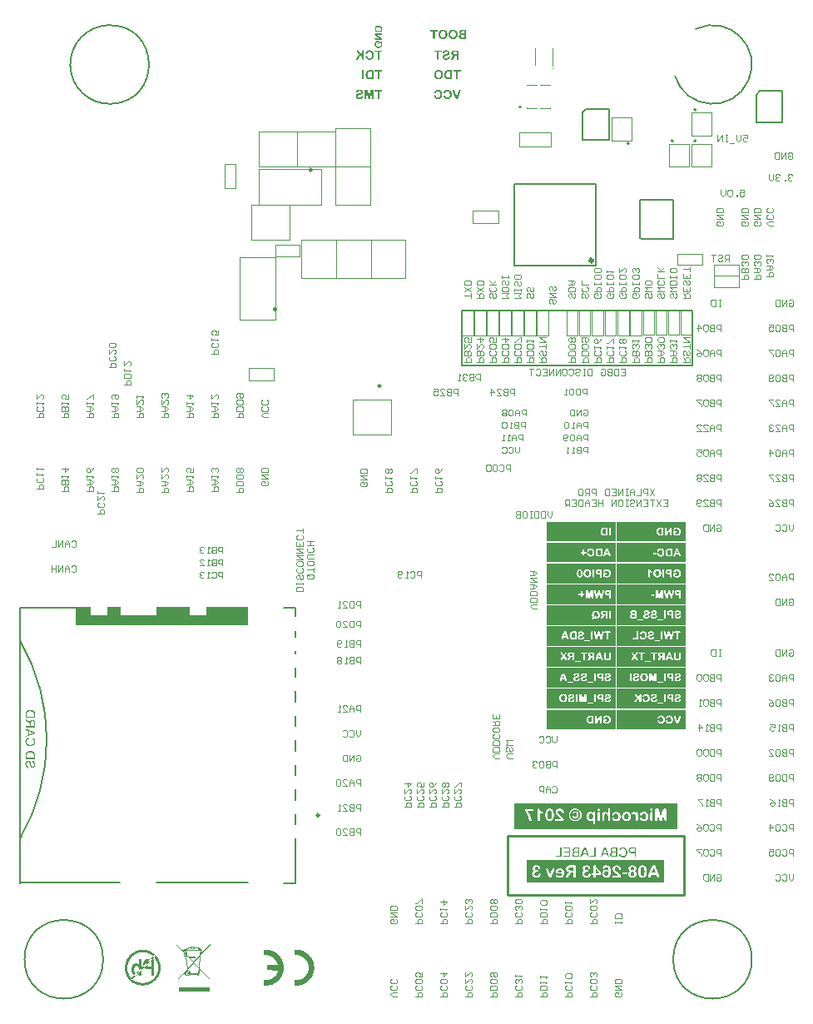
<source format=gbo>
G04 Layer_Color=32896*
%FSLAX43Y43*%
%MOMM*%
G71*
G01*
G75*
%ADD58C,0.200*%
%ADD59C,0.250*%
%ADD61C,0.400*%
%ADD117C,0.150*%
%ADD120C,0.100*%
%ADD121C,0.254*%
%ADD124C,0.112*%
%ADD216C,0.203*%
%ADD217R,4.325X1.905*%
%ADD218R,3.400X1.900*%
%ADD219R,1.400X1.900*%
%ADD220R,1.550X1.900*%
%ADD221R,16.800X1.055*%
G36*
X-54315Y-94512D02*
X-54182Y-94529D01*
X-54061Y-94554D01*
X-54007Y-94566D01*
X-53957Y-94579D01*
X-53907Y-94591D01*
X-53866Y-94604D01*
X-53828Y-94616D01*
X-53799Y-94629D01*
X-53774Y-94637D01*
X-53757Y-94645D01*
X-53745Y-94650D01*
X-53741D01*
X-53620Y-94708D01*
X-53507Y-94770D01*
X-53411Y-94837D01*
X-53324Y-94899D01*
X-53287Y-94929D01*
X-53253Y-94954D01*
X-53224Y-94979D01*
X-53203Y-94999D01*
X-53182Y-95016D01*
X-53170Y-95029D01*
X-53162Y-95037D01*
X-53157Y-95041D01*
X-53070Y-95137D01*
X-52991Y-95237D01*
X-52924Y-95337D01*
X-52866Y-95424D01*
X-52824Y-95503D01*
X-52803Y-95541D01*
X-52791Y-95570D01*
X-52778Y-95591D01*
X-52770Y-95608D01*
X-52762Y-95620D01*
Y-95624D01*
X-52712Y-95749D01*
X-52678Y-95874D01*
X-52653Y-95995D01*
X-52633Y-96103D01*
X-52628Y-96153D01*
X-52624Y-96199D01*
X-52620Y-96237D01*
Y-96270D01*
X-52616Y-96299D01*
Y-96320D01*
Y-96332D01*
Y-96337D01*
X-52620Y-96474D01*
X-52637Y-96607D01*
X-52662Y-96728D01*
X-52674Y-96782D01*
X-52687Y-96836D01*
X-52699Y-96882D01*
X-52712Y-96924D01*
X-52724Y-96961D01*
X-52737Y-96991D01*
X-52745Y-97016D01*
X-52753Y-97032D01*
X-52757Y-97045D01*
Y-97049D01*
X-52816Y-97170D01*
X-52878Y-97278D01*
X-52941Y-97378D01*
X-53003Y-97465D01*
X-53032Y-97503D01*
X-53057Y-97536D01*
X-53082Y-97561D01*
X-53099Y-97586D01*
X-53116Y-97607D01*
X-53128Y-97620D01*
X-53137Y-97628D01*
X-53141Y-97632D01*
X-53237Y-97724D01*
X-53337Y-97803D01*
X-53432Y-97870D01*
X-53524Y-97924D01*
X-53603Y-97969D01*
X-53636Y-97986D01*
X-53666Y-98003D01*
X-53686Y-98011D01*
X-53703Y-98019D01*
X-53716Y-98028D01*
X-53720D01*
X-53849Y-98074D01*
X-53974Y-98111D01*
X-54099Y-98136D01*
X-54207Y-98153D01*
X-54257Y-98157D01*
X-54303Y-98161D01*
X-54345Y-98165D01*
X-54378D01*
X-54407Y-98169D01*
X-54478D01*
X-54511Y-98165D01*
X-54545D01*
X-54582Y-98161D01*
X-54615D01*
X-54636Y-98157D01*
X-54645D01*
Y-97599D01*
X-54578Y-97611D01*
X-54549Y-97615D01*
X-54520D01*
X-54499Y-97620D01*
X-54470D01*
X-54386Y-97615D01*
X-54303Y-97607D01*
X-54232Y-97595D01*
X-54165Y-97582D01*
X-54111Y-97570D01*
X-54070Y-97557D01*
X-54053Y-97553D01*
X-54041Y-97549D01*
X-54036Y-97545D01*
X-54032D01*
X-53957Y-97515D01*
X-53886Y-97482D01*
X-53824Y-97445D01*
X-53766Y-97411D01*
X-53720Y-97382D01*
X-53686Y-97357D01*
X-53666Y-97340D01*
X-53657Y-97336D01*
X-53599Y-97282D01*
X-53545Y-97228D01*
X-53499Y-97174D01*
X-53457Y-97128D01*
X-53424Y-97082D01*
X-53399Y-97049D01*
X-53382Y-97028D01*
X-53378Y-97020D01*
X-53337Y-96949D01*
X-53303Y-96878D01*
X-53278Y-96811D01*
X-53257Y-96749D01*
X-53241Y-96699D01*
X-53228Y-96657D01*
X-53224Y-96641D01*
Y-96628D01*
X-53220Y-96624D01*
Y-96620D01*
X-54278Y-96616D01*
Y-96062D01*
X-53224D01*
X-53245Y-95982D01*
X-53270Y-95912D01*
X-53299Y-95841D01*
X-53324Y-95783D01*
X-53349Y-95737D01*
X-53370Y-95699D01*
X-53382Y-95674D01*
X-53387Y-95666D01*
X-53432Y-95599D01*
X-53478Y-95541D01*
X-53528Y-95487D01*
X-53570Y-95437D01*
X-53607Y-95399D01*
X-53641Y-95374D01*
X-53657Y-95353D01*
X-53666Y-95349D01*
X-53728Y-95299D01*
X-53791Y-95258D01*
X-53853Y-95224D01*
X-53911Y-95195D01*
X-53957Y-95170D01*
X-53999Y-95154D01*
X-54024Y-95145D01*
X-54028Y-95141D01*
X-54032D01*
X-54111Y-95116D01*
X-54190Y-95099D01*
X-54261Y-95083D01*
X-54328Y-95074D01*
X-54386Y-95070D01*
X-54432Y-95066D01*
X-54503D01*
X-54536Y-95070D01*
X-54557Y-95074D01*
X-54565D01*
X-54599Y-95083D01*
X-54628Y-95087D01*
X-54645Y-95091D01*
X-54653Y-95095D01*
X-54657Y-94516D01*
X-54620Y-94512D01*
X-54553D01*
X-54515Y-94508D01*
X-54457D01*
X-54315Y-94512D01*
D02*
G37*
G36*
X-51208Y-94508D02*
X-51075Y-94525D01*
X-50954Y-94550D01*
X-50900Y-94562D01*
X-50850Y-94575D01*
X-50804Y-94591D01*
X-50762Y-94604D01*
X-50725Y-94616D01*
X-50696Y-94625D01*
X-50671Y-94637D01*
X-50654Y-94641D01*
X-50641Y-94650D01*
X-50637D01*
X-50516Y-94708D01*
X-50408Y-94770D01*
X-50308Y-94837D01*
X-50221Y-94899D01*
X-50183Y-94929D01*
X-50150Y-94954D01*
X-50125Y-94979D01*
X-50100Y-94999D01*
X-50079Y-95016D01*
X-50067Y-95029D01*
X-50058Y-95037D01*
X-50054Y-95041D01*
X-49967Y-95137D01*
X-49887Y-95237D01*
X-49821Y-95337D01*
X-49767Y-95424D01*
X-49721Y-95503D01*
X-49704Y-95541D01*
X-49687Y-95570D01*
X-49679Y-95591D01*
X-49671Y-95608D01*
X-49662Y-95620D01*
Y-95624D01*
X-49617Y-95749D01*
X-49583Y-95874D01*
X-49558Y-95995D01*
X-49542Y-96103D01*
X-49537Y-96153D01*
X-49533Y-96199D01*
X-49529Y-96237D01*
Y-96270D01*
X-49525Y-96299D01*
Y-96320D01*
Y-96332D01*
Y-96337D01*
X-49529Y-96474D01*
X-49546Y-96607D01*
X-49567Y-96728D01*
X-49579Y-96782D01*
X-49596Y-96836D01*
X-49608Y-96882D01*
X-49621Y-96924D01*
X-49629Y-96961D01*
X-49642Y-96991D01*
X-49650Y-97016D01*
X-49658Y-97032D01*
X-49662Y-97045D01*
Y-97049D01*
X-49721Y-97170D01*
X-49783Y-97278D01*
X-49850Y-97378D01*
X-49912Y-97465D01*
X-49942Y-97503D01*
X-49967Y-97536D01*
X-49992Y-97561D01*
X-50012Y-97586D01*
X-50029Y-97607D01*
X-50042Y-97620D01*
X-50050Y-97628D01*
X-50054Y-97632D01*
X-50154Y-97724D01*
X-50254Y-97803D01*
X-50350Y-97870D01*
X-50441Y-97924D01*
X-50521Y-97969D01*
X-50554Y-97986D01*
X-50583Y-98003D01*
X-50604Y-98011D01*
X-50625Y-98019D01*
X-50633Y-98028D01*
X-50637D01*
X-50762Y-98074D01*
X-50887Y-98107D01*
X-51008Y-98132D01*
X-51116Y-98149D01*
X-51166Y-98153D01*
X-51212Y-98157D01*
X-51250Y-98161D01*
X-51283D01*
X-51312Y-98165D01*
X-51387D01*
X-51416Y-98161D01*
X-51483D01*
X-51512Y-98157D01*
X-51541D01*
Y-97599D01*
X-51474Y-97611D01*
X-51445Y-97615D01*
X-51416D01*
X-51395Y-97620D01*
X-51366D01*
X-51266Y-97615D01*
X-51175Y-97603D01*
X-51087Y-97586D01*
X-51016Y-97570D01*
X-50954Y-97553D01*
X-50929Y-97545D01*
X-50908Y-97536D01*
X-50891Y-97528D01*
X-50879Y-97524D01*
X-50870Y-97520D01*
X-50866D01*
X-50783Y-97478D01*
X-50708Y-97432D01*
X-50637Y-97386D01*
X-50579Y-97345D01*
X-50529Y-97303D01*
X-50491Y-97274D01*
X-50471Y-97253D01*
X-50462Y-97245D01*
X-50400Y-97178D01*
X-50350Y-97107D01*
X-50300Y-97041D01*
X-50262Y-96974D01*
X-50233Y-96920D01*
X-50208Y-96874D01*
X-50204Y-96857D01*
X-50196Y-96845D01*
X-50191Y-96841D01*
Y-96836D01*
X-50158Y-96749D01*
X-50137Y-96661D01*
X-50121Y-96578D01*
X-50108Y-96499D01*
X-50100Y-96437D01*
Y-96407D01*
X-50096Y-96387D01*
Y-96366D01*
Y-96353D01*
Y-96345D01*
Y-96341D01*
X-50100Y-96241D01*
X-50112Y-96149D01*
X-50125Y-96066D01*
X-50146Y-95991D01*
X-50162Y-95933D01*
X-50171Y-95908D01*
X-50175Y-95887D01*
X-50183Y-95866D01*
X-50187Y-95853D01*
X-50191Y-95849D01*
Y-95845D01*
X-50233Y-95762D01*
X-50275Y-95683D01*
X-50321Y-95612D01*
X-50366Y-95553D01*
X-50404Y-95503D01*
X-50433Y-95466D01*
X-50454Y-95445D01*
X-50462Y-95437D01*
X-50529Y-95374D01*
X-50600Y-95320D01*
X-50666Y-95274D01*
X-50733Y-95237D01*
X-50787Y-95204D01*
X-50833Y-95183D01*
X-50850Y-95174D01*
X-50862Y-95170D01*
X-50866Y-95166D01*
X-50870D01*
X-50958Y-95133D01*
X-51045Y-95108D01*
X-51129Y-95091D01*
X-51208Y-95079D01*
X-51270Y-95070D01*
X-51300D01*
X-51320Y-95066D01*
X-51487D01*
X-51516Y-95070D01*
X-51533Y-95074D01*
X-51541D01*
Y-94516D01*
X-51504Y-94512D01*
X-51474D01*
X-51450Y-94508D01*
X-51441D01*
X-51404Y-94504D01*
X-51345D01*
X-51208Y-94508D01*
D02*
G37*
G36*
X-66833Y-94522D02*
X-66704Y-94538D01*
X-66583Y-94563D01*
X-66529Y-94576D01*
X-66479Y-94588D01*
X-66433Y-94605D01*
X-66391Y-94618D01*
X-66354Y-94630D01*
X-66325Y-94638D01*
X-66300Y-94651D01*
X-66283Y-94655D01*
X-66271Y-94663D01*
X-66266D01*
X-66146Y-94722D01*
X-66033Y-94784D01*
X-65933Y-94851D01*
X-65850Y-94913D01*
X-65812Y-94942D01*
X-65779Y-94967D01*
X-65750Y-94992D01*
X-65725Y-95013D01*
X-65704Y-95030D01*
X-65692Y-95042D01*
X-65683Y-95051D01*
X-65679Y-95055D01*
X-65592Y-95151D01*
X-65512Y-95251D01*
X-65446Y-95347D01*
X-65392Y-95438D01*
X-65346Y-95517D01*
X-65329Y-95551D01*
X-65312Y-95580D01*
X-65304Y-95601D01*
X-65296Y-95617D01*
X-65287Y-95630D01*
Y-95634D01*
X-65242Y-95759D01*
X-65208Y-95884D01*
X-65183Y-96001D01*
X-65167Y-96109D01*
X-65162Y-96159D01*
X-65158Y-96201D01*
X-65154Y-96242D01*
Y-96275D01*
X-65150Y-96300D01*
Y-96321D01*
Y-96334D01*
Y-96338D01*
X-65154Y-96475D01*
X-65171Y-96605D01*
X-65192Y-96725D01*
X-65204Y-96780D01*
X-65221Y-96834D01*
X-65233Y-96879D01*
X-65246Y-96921D01*
X-65254Y-96959D01*
X-65267Y-96988D01*
X-65275Y-97013D01*
X-65283Y-97029D01*
X-65287Y-97042D01*
Y-97046D01*
X-65346Y-97167D01*
X-65408Y-97275D01*
X-65475Y-97375D01*
X-65537Y-97463D01*
X-65567Y-97500D01*
X-65592Y-97533D01*
X-65617Y-97558D01*
X-65637Y-97583D01*
X-65654Y-97604D01*
X-65667Y-97617D01*
X-65675Y-97625D01*
X-65679Y-97629D01*
X-65779Y-97717D01*
X-65879Y-97796D01*
X-65975Y-97863D01*
X-66066Y-97917D01*
X-66146Y-97963D01*
X-66179Y-97979D01*
X-66208Y-97996D01*
X-66229Y-98004D01*
X-66250Y-98013D01*
X-66258Y-98021D01*
X-66262D01*
X-66387Y-98067D01*
X-66512Y-98100D01*
X-66633Y-98125D01*
X-66741Y-98142D01*
X-66787Y-98146D01*
X-66833Y-98150D01*
X-66875Y-98154D01*
X-66908D01*
X-66933Y-98158D01*
X-66970D01*
X-67108Y-98154D01*
X-67241Y-98137D01*
X-67358Y-98117D01*
X-67416Y-98104D01*
X-67466Y-98088D01*
X-67512Y-98075D01*
X-67554Y-98063D01*
X-67591Y-98054D01*
X-67620Y-98042D01*
X-67645Y-98033D01*
X-67662Y-98025D01*
X-67674Y-98021D01*
X-67679D01*
X-67799Y-97963D01*
X-67912Y-97900D01*
X-68012Y-97833D01*
X-68095Y-97771D01*
X-68133Y-97742D01*
X-68166Y-97717D01*
X-68195Y-97692D01*
X-68220Y-97671D01*
X-68237Y-97654D01*
X-68249Y-97642D01*
X-68258Y-97633D01*
X-68262Y-97629D01*
X-68349Y-97529D01*
X-68424Y-97429D01*
X-68491Y-97334D01*
X-68549Y-97242D01*
X-68591Y-97163D01*
X-68607Y-97129D01*
X-68624Y-97100D01*
X-68637Y-97079D01*
X-68641Y-97059D01*
X-68649Y-97050D01*
Y-97046D01*
X-68699Y-96921D01*
X-68732Y-96796D01*
X-68757Y-96675D01*
X-68778Y-96567D01*
X-68782Y-96521D01*
X-68787Y-96475D01*
X-68791Y-96434D01*
Y-96400D01*
X-68795Y-96375D01*
Y-96355D01*
Y-96342D01*
Y-96338D01*
X-68791Y-96201D01*
X-68774Y-96071D01*
X-68749Y-95951D01*
X-68737Y-95896D01*
X-68724Y-95846D01*
X-68707Y-95801D01*
X-68695Y-95759D01*
X-68682Y-95721D01*
X-68674Y-95692D01*
X-68662Y-95667D01*
X-68657Y-95651D01*
X-68649Y-95638D01*
Y-95634D01*
X-68591Y-95513D01*
X-68528Y-95401D01*
X-68466Y-95305D01*
X-68403Y-95217D01*
X-68374Y-95184D01*
X-68345Y-95151D01*
X-68324Y-95122D01*
X-68303Y-95097D01*
X-68287Y-95080D01*
X-68274Y-95067D01*
X-68266Y-95059D01*
X-68262Y-95055D01*
X-68166Y-94967D01*
X-68066Y-94888D01*
X-67970Y-94822D01*
X-67878Y-94763D01*
X-67799Y-94722D01*
X-67766Y-94705D01*
X-67737Y-94688D01*
X-67716Y-94680D01*
X-67699Y-94672D01*
X-67687Y-94663D01*
X-67683D01*
X-67558Y-94613D01*
X-67433Y-94580D01*
X-67312Y-94555D01*
X-67204Y-94534D01*
X-67154Y-94530D01*
X-67108Y-94526D01*
X-67070Y-94522D01*
X-67037D01*
X-67008Y-94518D01*
X-66970D01*
X-66833Y-94522D01*
D02*
G37*
G36*
X-11725Y-59375D02*
X-18725D01*
Y-57375D01*
X-11725D01*
Y-59375D01*
D02*
G37*
G36*
X-24364Y-85104D02*
X-24974D01*
Y-84988D01*
X-24494D01*
Y-84127D01*
X-24364D01*
Y-85104D01*
D02*
G37*
G36*
X-21535D02*
X-21671D01*
X-21777Y-84808D01*
X-22186D01*
X-22299Y-85104D01*
X-22445D01*
X-22048Y-84127D01*
X-21907D01*
X-21535Y-85104D01*
D02*
G37*
G36*
X-20878D02*
X-21488D01*
Y-84988D01*
X-21008D01*
Y-84127D01*
X-20878D01*
Y-85104D01*
D02*
G37*
G36*
X-23463D02*
X-24190D01*
Y-84988D01*
X-23592D01*
Y-84655D01*
X-24131D01*
Y-84540D01*
X-23592D01*
Y-84243D01*
X-24167D01*
Y-84127D01*
X-23463D01*
Y-85104D01*
D02*
G37*
G36*
X-22546D02*
X-22916D01*
X-22951Y-85102D01*
X-22981Y-85101D01*
X-23008Y-85099D01*
X-23031Y-85096D01*
X-23048Y-85093D01*
X-23056Y-85092D01*
X-23062Y-85091D01*
X-23068Y-85090D01*
X-23071Y-85088D01*
X-23074D01*
X-23097Y-85082D01*
X-23118Y-85074D01*
X-23136Y-85066D01*
X-23151Y-85058D01*
X-23164Y-85052D01*
X-23173Y-85045D01*
X-23179Y-85041D01*
X-23181Y-85040D01*
X-23196Y-85026D01*
X-23210Y-85012D01*
X-23222Y-84997D01*
X-23233Y-84982D01*
X-23242Y-84969D01*
X-23248Y-84959D01*
X-23252Y-84951D01*
X-23253Y-84949D01*
X-23263Y-84926D01*
X-23269Y-84904D01*
X-23275Y-84883D01*
X-23278Y-84864D01*
X-23281Y-84846D01*
X-23282Y-84833D01*
Y-84828D01*
Y-84824D01*
Y-84823D01*
Y-84822D01*
X-23280Y-84791D01*
X-23275Y-84763D01*
X-23267Y-84738D01*
X-23258Y-84716D01*
X-23249Y-84699D01*
X-23242Y-84686D01*
X-23239Y-84681D01*
X-23236Y-84677D01*
X-23234Y-84676D01*
Y-84674D01*
X-23215Y-84653D01*
X-23193Y-84634D01*
X-23170Y-84618D01*
X-23149Y-84606D01*
X-23128Y-84596D01*
X-23120Y-84592D01*
X-23113Y-84589D01*
X-23107Y-84587D01*
X-23102Y-84585D01*
X-23099Y-84584D01*
X-23098D01*
X-23122Y-84572D01*
X-23142Y-84556D01*
X-23160Y-84542D01*
X-23175Y-84528D01*
X-23187Y-84516D01*
X-23195Y-84505D01*
X-23200Y-84499D01*
X-23201Y-84497D01*
X-23212Y-84475D01*
X-23221Y-84455D01*
X-23226Y-84434D01*
X-23231Y-84415D01*
X-23234Y-84400D01*
X-23235Y-84387D01*
Y-84384D01*
Y-84380D01*
Y-84378D01*
Y-84377D01*
X-23234Y-84352D01*
X-23229Y-84329D01*
X-23222Y-84307D01*
X-23216Y-84288D01*
X-23209Y-84272D01*
X-23202Y-84259D01*
X-23197Y-84251D01*
X-23196Y-84250D01*
Y-84249D01*
X-23181Y-84227D01*
X-23163Y-84208D01*
X-23146Y-84193D01*
X-23128Y-84180D01*
X-23113Y-84170D01*
X-23102Y-84163D01*
X-23097Y-84160D01*
X-23093Y-84159D01*
X-23092Y-84157D01*
X-23090D01*
X-23064Y-84147D01*
X-23035Y-84140D01*
X-23004Y-84135D01*
X-22976Y-84131D01*
X-22951Y-84128D01*
X-22939D01*
X-22930Y-84127D01*
X-22546D01*
Y-85104D01*
D02*
G37*
G36*
X-60075Y-94044D02*
X-61071Y-95123D01*
X-61171Y-96393D01*
X-60108Y-97480D01*
X-60167Y-97534D01*
X-61179Y-96497D01*
X-61200Y-96739D01*
X-61208Y-96806D01*
Y-96835D01*
X-61212Y-96860D01*
Y-96880D01*
Y-96897D01*
Y-96905D01*
Y-96910D01*
Y-96935D01*
X-61216Y-96955D01*
Y-96972D01*
Y-96985D01*
X-61221Y-96997D01*
Y-97001D01*
X-61225Y-97018D01*
X-61229Y-97035D01*
X-61233Y-97039D01*
X-61237Y-97043D01*
X-61250Y-97051D01*
X-61254Y-97055D01*
X-61258D01*
Y-97189D01*
X-61433D01*
Y-97055D01*
X-62149D01*
X-62183Y-97101D01*
X-62220Y-97135D01*
X-62262Y-97160D01*
X-62304Y-97176D01*
X-62341Y-97185D01*
X-62370Y-97189D01*
X-62391Y-97193D01*
X-62399D01*
X-62441Y-97189D01*
X-62479Y-97180D01*
X-62516Y-97168D01*
X-62545Y-97151D01*
X-62566Y-97139D01*
X-62583Y-97126D01*
X-62595Y-97118D01*
X-62599Y-97114D01*
X-62629Y-97080D01*
X-62649Y-97047D01*
X-62666Y-97010D01*
X-62674Y-96976D01*
X-62683Y-96951D01*
X-62687Y-96926D01*
Y-96910D01*
Y-96905D01*
Y-96872D01*
X-63312Y-97547D01*
X-63382Y-97493D01*
X-62462Y-96497D01*
X-62587Y-95185D01*
X-62824D01*
Y-94835D01*
X-62816D01*
X-63578Y-94056D01*
Y-93931D01*
X-62691Y-94835D01*
X-62616D01*
X-62633Y-94664D01*
X-62654Y-94677D01*
X-62674Y-94681D01*
X-62691Y-94685D01*
X-62695D01*
X-62737Y-94681D01*
X-62766Y-94664D01*
X-62783Y-94652D01*
X-62791Y-94648D01*
X-62816Y-94614D01*
X-62828Y-94585D01*
X-62833Y-94560D01*
Y-94556D01*
Y-94552D01*
X-62824Y-94514D01*
X-62812Y-94485D01*
X-62799Y-94469D01*
X-62791Y-94460D01*
X-62758Y-94435D01*
X-62728Y-94423D01*
X-62703Y-94419D01*
X-62695D01*
X-62670Y-94423D01*
X-62649Y-94431D01*
X-62616Y-94448D01*
X-62595Y-94469D01*
X-62587Y-94473D01*
Y-94477D01*
X-62566Y-94456D01*
X-62545Y-94435D01*
X-62495Y-94402D01*
X-62474Y-94385D01*
X-62454Y-94373D01*
X-62441Y-94369D01*
X-62437Y-94364D01*
X-62395Y-94344D01*
X-62345Y-94327D01*
X-62295Y-94310D01*
X-62245Y-94302D01*
X-62199Y-94294D01*
X-62162Y-94285D01*
X-62137Y-94281D01*
X-62129D01*
Y-94240D01*
X-61645D01*
Y-94269D01*
X-61595Y-94273D01*
X-61550Y-94277D01*
X-61529Y-94281D01*
X-61516D01*
X-61508Y-94285D01*
X-61504D01*
X-61458Y-94289D01*
X-61420Y-94298D01*
X-61391Y-94302D01*
X-61383D01*
Y-94289D01*
X-61204D01*
Y-94356D01*
X-61158Y-94381D01*
X-61125Y-94406D01*
X-61096Y-94427D01*
X-61075Y-94448D01*
X-61058Y-94464D01*
X-61050Y-94477D01*
X-61041Y-94485D01*
Y-94489D01*
X-61029Y-94510D01*
X-61021Y-94527D01*
X-61008Y-94548D01*
X-61000Y-94556D01*
Y-94560D01*
X-60896D01*
Y-94669D01*
X-61033D01*
X-61062Y-94973D01*
X-60075Y-93906D01*
Y-94044D01*
D02*
G37*
G36*
X-44538Y-3058D02*
X-44525Y-3061D01*
X-44512Y-3065D01*
X-44502Y-3070D01*
X-44495Y-3076D01*
X-44490Y-3080D01*
X-44486Y-3084D01*
X-44485Y-3085D01*
X-44477Y-3098D01*
X-44471Y-3110D01*
X-44467Y-3125D01*
X-44463Y-3139D01*
X-44462Y-3151D01*
X-44461Y-3161D01*
Y-3169D01*
Y-3170D01*
Y-3171D01*
Y-3861D01*
Y-3876D01*
Y-3890D01*
Y-3901D01*
X-44462Y-3911D01*
Y-3919D01*
Y-3924D01*
Y-3928D01*
Y-3929D01*
X-44465Y-3945D01*
X-44468Y-3959D01*
X-44471Y-3964D01*
X-44472Y-3966D01*
X-44473Y-3969D01*
Y-3970D01*
X-44483Y-3984D01*
X-44495Y-3995D01*
X-44500Y-3999D01*
X-44503Y-4001D01*
X-44506Y-4004D01*
X-44507D01*
X-44523Y-4011D01*
X-44538Y-4015D01*
X-44544D01*
X-44549Y-4016D01*
X-44553D01*
X-44568Y-4015D01*
X-44581Y-4012D01*
X-44593Y-4008D01*
X-44602Y-4003D01*
X-44611Y-3997D01*
X-44616Y-3993D01*
X-44619Y-3990D01*
X-44621Y-3989D01*
X-44629Y-3976D01*
X-44637Y-3963D01*
X-44642Y-3949D01*
X-44644Y-3935D01*
X-44647Y-3923D01*
X-44648Y-3913D01*
Y-3905D01*
Y-3903D01*
Y-3710D01*
X-44802Y-3563D01*
X-45023Y-3905D01*
X-45033Y-3923D01*
X-45043Y-3939D01*
X-45047Y-3946D01*
X-45051Y-3951D01*
X-45052Y-3955D01*
X-45053Y-3956D01*
X-45067Y-3975D01*
X-45074Y-3983D01*
X-45081Y-3989D01*
X-45087Y-3994D01*
X-45092Y-3997D01*
X-45094Y-3999D01*
X-45096Y-4000D01*
X-45106Y-4005D01*
X-45116Y-4009D01*
X-45137Y-4014D01*
X-45146Y-4015D01*
X-45153Y-4016D01*
X-45159D01*
X-45174Y-4015D01*
X-45188Y-4012D01*
X-45199Y-4009D01*
X-45208Y-4005D01*
X-45216Y-4001D01*
X-45222Y-3997D01*
X-45224Y-3995D01*
X-45226Y-3994D01*
X-45234Y-3985D01*
X-45241Y-3976D01*
X-45244Y-3966D01*
X-45248Y-3959D01*
X-45249Y-3951D01*
X-45251Y-3945D01*
Y-3941D01*
Y-3940D01*
Y-3930D01*
X-45248Y-3920D01*
X-45246Y-3910D01*
X-45243Y-3901D01*
X-45241Y-3894D01*
X-45238Y-3889D01*
X-45237Y-3885D01*
X-45236Y-3884D01*
X-45229Y-3873D01*
X-45223Y-3860D01*
X-45217Y-3849D01*
X-45209Y-3838D01*
X-45204Y-3828D01*
X-45199Y-3820D01*
X-45196Y-3815D01*
X-45194Y-3814D01*
X-44931Y-3436D01*
X-45159Y-3220D01*
X-45173Y-3205D01*
X-45184Y-3190D01*
X-45192Y-3176D01*
X-45197Y-3164D01*
X-45199Y-3154D01*
X-45202Y-3146D01*
Y-3140D01*
Y-3139D01*
X-45201Y-3126D01*
X-45198Y-3115D01*
X-45194Y-3105D01*
X-45189Y-3096D01*
X-45184Y-3089D01*
X-45181Y-3084D01*
X-45178Y-3081D01*
X-45177Y-3080D01*
X-45167Y-3073D01*
X-45156Y-3066D01*
X-45146Y-3063D01*
X-45136Y-3059D01*
X-45126Y-3058D01*
X-45118Y-3056D01*
X-45101D01*
X-45091Y-3059D01*
X-45082Y-3060D01*
X-45076Y-3063D01*
X-45069Y-3065D01*
X-45066Y-3068D01*
X-45063Y-3069D01*
X-45062Y-3070D01*
X-45054Y-3076D01*
X-45047Y-3083D01*
X-45032Y-3096D01*
X-45026Y-3101D01*
X-45022Y-3106D01*
X-45018Y-3110D01*
X-45017Y-3111D01*
X-44648Y-3495D01*
Y-3171D01*
X-44647Y-3151D01*
X-44644Y-3134D01*
X-44639Y-3119D01*
X-44636Y-3106D01*
X-44631Y-3098D01*
X-44626Y-3090D01*
X-44623Y-3086D01*
X-44622Y-3085D01*
X-44612Y-3075D01*
X-44601Y-3069D01*
X-44588Y-3064D01*
X-44578Y-3060D01*
X-44568Y-3058D01*
X-44561Y-3056D01*
X-44553D01*
X-44538Y-3058D01*
D02*
G37*
G36*
X-36828Y-5058D02*
X-36792Y-5061D01*
X-36761Y-5068D01*
X-36732Y-5073D01*
X-36719Y-5076D01*
X-36709Y-5079D01*
X-36699Y-5083D01*
X-36692Y-5085D01*
X-36686Y-5086D01*
X-36681Y-5089D01*
X-36678Y-5090D01*
X-36677D01*
X-36647Y-5104D01*
X-36621Y-5119D01*
X-36596Y-5135D01*
X-36576Y-5151D01*
X-36558Y-5165D01*
X-36546Y-5176D01*
X-36542Y-5180D01*
X-36538Y-5184D01*
X-36537Y-5185D01*
X-36536Y-5186D01*
X-36516Y-5211D01*
X-36498Y-5236D01*
X-36482Y-5263D01*
X-36470Y-5286D01*
X-36460Y-5308D01*
X-36456Y-5316D01*
X-36453Y-5324D01*
X-36451Y-5330D01*
X-36448Y-5335D01*
X-36447Y-5338D01*
Y-5339D01*
X-36437Y-5373D01*
X-36430Y-5406D01*
X-36425Y-5440D01*
X-36421Y-5470D01*
X-36420Y-5483D01*
X-36418Y-5495D01*
Y-5506D01*
X-36417Y-5516D01*
Y-5524D01*
Y-5529D01*
Y-5533D01*
Y-5534D01*
X-36418Y-5573D01*
X-36422Y-5609D01*
X-36426Y-5641D01*
X-36432Y-5670D01*
X-36435Y-5684D01*
X-36437Y-5695D01*
X-36440Y-5705D01*
X-36441Y-5713D01*
X-36443Y-5720D01*
X-36445Y-5725D01*
X-36446Y-5728D01*
Y-5729D01*
X-36458Y-5761D01*
X-36472Y-5791D01*
X-36487Y-5818D01*
X-36501Y-5839D01*
X-36513Y-5858D01*
X-36520Y-5865D01*
X-36523Y-5871D01*
X-36528Y-5876D01*
X-36531Y-5880D01*
X-36533Y-5881D01*
Y-5883D01*
X-36556Y-5905D01*
X-36579Y-5925D01*
X-36603Y-5941D01*
X-36626Y-5956D01*
X-36646Y-5966D01*
X-36654Y-5971D01*
X-36662Y-5975D01*
X-36667Y-5978D01*
X-36672Y-5980D01*
X-36674Y-5981D01*
X-36676D01*
X-36709Y-5992D01*
X-36743Y-6001D01*
X-36776Y-6008D01*
X-36806Y-6011D01*
X-36819Y-6014D01*
X-36832D01*
X-36843Y-6015D01*
X-36852Y-6016D01*
X-36871D01*
X-36911Y-6015D01*
X-36947Y-6011D01*
X-36979Y-6005D01*
X-36994Y-6003D01*
X-37008Y-5999D01*
X-37021Y-5996D01*
X-37032Y-5994D01*
X-37042Y-5990D01*
X-37049Y-5988D01*
X-37056Y-5985D01*
X-37061Y-5984D01*
X-37063Y-5983D01*
X-37064D01*
X-37094Y-5969D01*
X-37123Y-5953D01*
X-37147Y-5936D01*
X-37168Y-5920D01*
X-37184Y-5906D01*
X-37197Y-5895D01*
X-37201Y-5890D01*
X-37204Y-5886D01*
X-37206Y-5885D01*
X-37207Y-5884D01*
X-37228Y-5859D01*
X-37246Y-5833D01*
X-37261Y-5808D01*
X-37273Y-5783D01*
X-37282Y-5763D01*
X-37286Y-5754D01*
X-37289Y-5746D01*
X-37292Y-5740D01*
X-37293Y-5735D01*
X-37294Y-5733D01*
Y-5731D01*
X-37304Y-5698D01*
X-37312Y-5664D01*
X-37317Y-5631D01*
X-37321Y-5600D01*
X-37322Y-5586D01*
X-37323Y-5574D01*
Y-5563D01*
X-37324Y-5554D01*
Y-5545D01*
Y-5540D01*
Y-5536D01*
Y-5535D01*
Y-5509D01*
X-37322Y-5483D01*
X-37319Y-5458D01*
X-37316Y-5434D01*
X-37312Y-5413D01*
X-37307Y-5391D01*
X-37303Y-5373D01*
X-37298Y-5354D01*
X-37293Y-5339D01*
X-37288Y-5324D01*
X-37283Y-5311D01*
X-37279Y-5301D01*
X-37276Y-5294D01*
X-37273Y-5288D01*
X-37272Y-5284D01*
X-37271Y-5283D01*
X-37249Y-5244D01*
X-37224Y-5210D01*
X-37198Y-5181D01*
X-37186Y-5169D01*
X-37173Y-5158D01*
X-37161Y-5148D01*
X-37151Y-5139D01*
X-37141Y-5133D01*
X-37132Y-5126D01*
X-37124Y-5121D01*
X-37119Y-5118D01*
X-37116Y-5116D01*
X-37114Y-5115D01*
X-37094Y-5105D01*
X-37074Y-5095D01*
X-37032Y-5081D01*
X-36991Y-5070D01*
X-36952Y-5064D01*
X-36934Y-5061D01*
X-36918Y-5059D01*
X-36903Y-5058D01*
X-36891D01*
X-36881Y-5056D01*
X-36867D01*
X-36828Y-5058D01*
D02*
G37*
G36*
X-42677Y-3074D02*
X-42664Y-3076D01*
X-42651Y-3079D01*
X-42641Y-3083D01*
X-42632Y-3088D01*
X-42627Y-3090D01*
X-42624Y-3093D01*
X-42622Y-3094D01*
X-42615Y-3103D01*
X-42609Y-3111D01*
X-42605Y-3121D01*
X-42601Y-3130D01*
X-42600Y-3139D01*
X-42599Y-3145D01*
Y-3150D01*
Y-3151D01*
X-42600Y-3164D01*
X-42603Y-3175D01*
X-42606Y-3185D01*
X-42611Y-3193D01*
X-42615Y-3199D01*
X-42619Y-3204D01*
X-42621Y-3206D01*
X-42622Y-3208D01*
X-42632Y-3214D01*
X-42644Y-3219D01*
X-42655Y-3223D01*
X-42667Y-3225D01*
X-42677Y-3226D01*
X-42686Y-3228D01*
X-42900D01*
Y-3903D01*
X-42901Y-3923D01*
X-42904Y-3940D01*
X-42909Y-3955D01*
X-42914Y-3968D01*
X-42917Y-3976D01*
X-42922Y-3984D01*
X-42925Y-3987D01*
X-42926Y-3989D01*
X-42936Y-3997D01*
X-42947Y-4005D01*
X-42959Y-4010D01*
X-42970Y-4012D01*
X-42979Y-4015D01*
X-42987Y-4016D01*
X-42994D01*
X-43009Y-4015D01*
X-43021Y-4012D01*
X-43034Y-4008D01*
X-43042Y-4003D01*
X-43051Y-3997D01*
X-43056Y-3993D01*
X-43060Y-3990D01*
X-43061Y-3989D01*
X-43070Y-3976D01*
X-43076Y-3963D01*
X-43081Y-3949D01*
X-43084Y-3935D01*
X-43086Y-3923D01*
X-43087Y-3913D01*
Y-3905D01*
Y-3903D01*
Y-3228D01*
X-43292D01*
X-43309Y-3226D01*
X-43324Y-3224D01*
X-43336Y-3221D01*
X-43346Y-3218D01*
X-43354Y-3214D01*
X-43359Y-3210D01*
X-43362Y-3209D01*
X-43364Y-3208D01*
X-43372Y-3199D01*
X-43379Y-3190D01*
X-43382Y-3180D01*
X-43386Y-3171D01*
X-43387Y-3164D01*
X-43389Y-3158D01*
Y-3153D01*
Y-3151D01*
X-43387Y-3139D01*
X-43385Y-3128D01*
X-43381Y-3118D01*
X-43377Y-3110D01*
X-43372Y-3104D01*
X-43369Y-3099D01*
X-43366Y-3096D01*
X-43365Y-3095D01*
X-43355Y-3088D01*
X-43344Y-3083D01*
X-43331Y-3078D01*
X-43320Y-3075D01*
X-43309Y-3074D01*
X-43300Y-3073D01*
X-42694D01*
X-42677Y-3074D01*
D02*
G37*
G36*
X-43871Y-3058D02*
X-43838Y-3061D01*
X-43808Y-3068D01*
X-43782Y-3073D01*
X-43771Y-3076D01*
X-43761Y-3079D01*
X-43752Y-3083D01*
X-43745Y-3085D01*
X-43738Y-3086D01*
X-43733Y-3089D01*
X-43731Y-3090D01*
X-43730D01*
X-43701Y-3104D01*
X-43673Y-3119D01*
X-43650Y-3135D01*
X-43628Y-3150D01*
X-43612Y-3164D01*
X-43600Y-3176D01*
X-43595Y-3180D01*
X-43591Y-3184D01*
X-43590Y-3185D01*
X-43589Y-3186D01*
X-43567Y-3211D01*
X-43549Y-3236D01*
X-43534Y-3261D01*
X-43520Y-3285D01*
X-43510Y-3306D01*
X-43506Y-3315D01*
X-43502Y-3323D01*
X-43500Y-3329D01*
X-43497Y-3334D01*
X-43496Y-3336D01*
Y-3338D01*
X-43485Y-3371D01*
X-43477Y-3406D01*
X-43471Y-3440D01*
X-43467Y-3471D01*
X-43466Y-3485D01*
X-43465Y-3499D01*
Y-3510D01*
X-43464Y-3520D01*
Y-3528D01*
Y-3534D01*
Y-3538D01*
Y-3539D01*
Y-3564D01*
X-43466Y-3588D01*
X-43467Y-3610D01*
X-43470Y-3630D01*
X-43472Y-3646D01*
X-43474Y-3658D01*
X-43475Y-3663D01*
X-43476Y-3666D01*
Y-3668D01*
Y-3669D01*
X-43481Y-3691D01*
X-43487Y-3713D01*
X-43494Y-3733D01*
X-43500Y-3750D01*
X-43506Y-3764D01*
X-43511Y-3775D01*
X-43514Y-3783D01*
X-43515Y-3784D01*
Y-3785D01*
X-43525Y-3805D01*
X-43536Y-3823D01*
X-43546Y-3840D01*
X-43556Y-3854D01*
X-43565Y-3866D01*
X-43571Y-3875D01*
X-43576Y-3880D01*
X-43577Y-3883D01*
X-43593Y-3900D01*
X-43608Y-3915D01*
X-43623Y-3928D01*
X-43637Y-3939D01*
X-43650Y-3948D01*
X-43658Y-3955D01*
X-43665Y-3959D01*
X-43667Y-3960D01*
X-43686Y-3970D01*
X-43705Y-3979D01*
X-43723Y-3986D01*
X-43740Y-3993D01*
X-43755Y-3996D01*
X-43766Y-4000D01*
X-43773Y-4001D01*
X-43775Y-4003D01*
X-43776D01*
X-43798Y-4008D01*
X-43822Y-4010D01*
X-43845Y-4012D01*
X-43866Y-4015D01*
X-43883D01*
X-43897Y-4016D01*
X-43910D01*
X-43945Y-4015D01*
X-43977Y-4011D01*
X-44006Y-4006D01*
X-44031Y-4001D01*
X-44042Y-3999D01*
X-44052Y-3996D01*
X-44060Y-3994D01*
X-44067Y-3991D01*
X-44072Y-3989D01*
X-44076Y-3987D01*
X-44078Y-3986D01*
X-44080D01*
X-44106Y-3974D01*
X-44128Y-3960D01*
X-44150Y-3946D01*
X-44166Y-3934D01*
X-44180Y-3923D01*
X-44190Y-3914D01*
X-44196Y-3908D01*
X-44198Y-3905D01*
X-44215Y-3886D01*
X-44230Y-3868D01*
X-44241Y-3851D01*
X-44251Y-3835D01*
X-44258Y-3823D01*
X-44263Y-3813D01*
X-44266Y-3806D01*
X-44267Y-3804D01*
X-44275Y-3785D01*
X-44280Y-3768D01*
X-44285Y-3751D01*
X-44287Y-3738D01*
X-44288Y-3725D01*
X-44290Y-3716D01*
Y-3711D01*
Y-3709D01*
X-44288Y-3696D01*
X-44286Y-3685D01*
X-44282Y-3675D01*
X-44277Y-3666D01*
X-44272Y-3659D01*
X-44268Y-3654D01*
X-44266Y-3651D01*
X-44265Y-3650D01*
X-44256Y-3643D01*
X-44246Y-3636D01*
X-44236Y-3633D01*
X-44227Y-3629D01*
X-44220Y-3628D01*
X-44213Y-3626D01*
X-44208D01*
X-44195Y-3628D01*
X-44182Y-3630D01*
X-44172Y-3634D01*
X-44165Y-3638D01*
X-44158Y-3643D01*
X-44155Y-3646D01*
X-44152Y-3649D01*
X-44151Y-3650D01*
X-44145Y-3659D01*
X-44138Y-3669D01*
X-44130Y-3689D01*
X-44126Y-3698D01*
X-44123Y-3704D01*
X-44121Y-3709D01*
Y-3710D01*
X-44110Y-3738D01*
X-44096Y-3761D01*
X-44081Y-3781D01*
X-44067Y-3798D01*
X-44055Y-3811D01*
X-44045Y-3820D01*
X-44038Y-3825D01*
X-44037Y-3828D01*
X-44036D01*
X-44015Y-3841D01*
X-43991Y-3850D01*
X-43968Y-3858D01*
X-43947Y-3863D01*
X-43928Y-3865D01*
X-43920Y-3866D01*
X-43913D01*
X-43907Y-3868D01*
X-43900D01*
X-43872Y-3866D01*
X-43847Y-3863D01*
X-43825Y-3856D01*
X-43806Y-3850D01*
X-43790Y-3844D01*
X-43778Y-3838D01*
X-43771Y-3834D01*
X-43770Y-3833D01*
X-43768D01*
X-43748Y-3818D01*
X-43732Y-3801D01*
X-43717Y-3783D01*
X-43706Y-3765D01*
X-43696Y-3750D01*
X-43688Y-3736D01*
X-43687Y-3733D01*
X-43685Y-3729D01*
X-43683Y-3726D01*
Y-3725D01*
X-43673Y-3696D01*
X-43666Y-3666D01*
X-43661Y-3636D01*
X-43657Y-3608D01*
X-43656Y-3595D01*
X-43655Y-3583D01*
Y-3573D01*
X-43653Y-3563D01*
Y-3555D01*
Y-3550D01*
Y-3546D01*
Y-3545D01*
X-43655Y-3515D01*
X-43656Y-3488D01*
X-43660Y-3461D01*
X-43663Y-3438D01*
X-43670Y-3415D01*
X-43675Y-3394D01*
X-43681Y-3375D01*
X-43687Y-3359D01*
X-43693Y-3344D01*
X-43700Y-3330D01*
X-43706Y-3319D01*
X-43711Y-3310D01*
X-43715Y-3303D01*
X-43718Y-3298D01*
X-43720Y-3295D01*
X-43721Y-3294D01*
X-43735Y-3278D01*
X-43748Y-3265D01*
X-43763Y-3253D01*
X-43778Y-3243D01*
X-43795Y-3234D01*
X-43810Y-3226D01*
X-43825Y-3221D01*
X-43840Y-3216D01*
X-43853Y-3213D01*
X-43866Y-3210D01*
X-43877Y-3208D01*
X-43887Y-3206D01*
X-43895Y-3205D01*
X-43906D01*
X-43932Y-3206D01*
X-43956Y-3210D01*
X-43977Y-3216D01*
X-43995Y-3223D01*
X-44008Y-3229D01*
X-44020Y-3235D01*
X-44026Y-3239D01*
X-44028Y-3240D01*
X-44046Y-3254D01*
X-44063Y-3270D01*
X-44077Y-3288D01*
X-44091Y-3305D01*
X-44101Y-3320D01*
X-44108Y-3333D01*
X-44111Y-3338D01*
X-44113Y-3341D01*
X-44115Y-3343D01*
Y-3344D01*
X-44123Y-3358D01*
X-44131Y-3370D01*
X-44137Y-3380D01*
X-44143Y-3389D01*
X-44148Y-3395D01*
X-44152Y-3399D01*
X-44153Y-3401D01*
X-44155Y-3403D01*
X-44162Y-3409D01*
X-44171Y-3413D01*
X-44190Y-3418D01*
X-44197Y-3419D01*
X-44203Y-3420D01*
X-44210D01*
X-44221Y-3419D01*
X-44231Y-3416D01*
X-44241Y-3413D01*
X-44248Y-3408D01*
X-44255Y-3403D01*
X-44260Y-3399D01*
X-44262Y-3396D01*
X-44263Y-3395D01*
X-44271Y-3385D01*
X-44277Y-3375D01*
X-44281Y-3366D01*
X-44285Y-3356D01*
X-44286Y-3349D01*
X-44287Y-3343D01*
Y-3339D01*
Y-3338D01*
X-44285Y-3315D01*
X-44280Y-3294D01*
X-44272Y-3273D01*
X-44263Y-3253D01*
X-44255Y-3236D01*
X-44247Y-3224D01*
X-44245Y-3219D01*
X-44242Y-3215D01*
X-44240Y-3214D01*
Y-3213D01*
X-44221Y-3189D01*
X-44200Y-3168D01*
X-44177Y-3149D01*
X-44155Y-3133D01*
X-44135Y-3119D01*
X-44127Y-3114D01*
X-44120Y-3109D01*
X-44113Y-3106D01*
X-44108Y-3104D01*
X-44106Y-3101D01*
X-44105D01*
X-44071Y-3086D01*
X-44037Y-3075D01*
X-44003Y-3068D01*
X-43972Y-3061D01*
X-43957Y-3060D01*
X-43945Y-3059D01*
X-43933Y-3058D01*
X-43923D01*
X-43916Y-3056D01*
X-43905D01*
X-43871Y-3058D01*
D02*
G37*
G36*
X-34677Y-5074D02*
X-34664Y-5076D01*
X-34651Y-5079D01*
X-34641Y-5083D01*
X-34632Y-5088D01*
X-34627Y-5090D01*
X-34624Y-5093D01*
X-34622Y-5094D01*
X-34615Y-5103D01*
X-34609Y-5111D01*
X-34605Y-5121D01*
X-34601Y-5130D01*
X-34600Y-5139D01*
X-34599Y-5145D01*
Y-5150D01*
Y-5151D01*
X-34600Y-5164D01*
X-34603Y-5175D01*
X-34606Y-5185D01*
X-34611Y-5193D01*
X-34615Y-5199D01*
X-34619Y-5204D01*
X-34621Y-5206D01*
X-34622Y-5208D01*
X-34632Y-5214D01*
X-34644Y-5219D01*
X-34655Y-5223D01*
X-34667Y-5225D01*
X-34677Y-5226D01*
X-34686Y-5228D01*
X-34900D01*
Y-5903D01*
X-34901Y-5923D01*
X-34904Y-5940D01*
X-34909Y-5955D01*
X-34914Y-5968D01*
X-34917Y-5976D01*
X-34922Y-5984D01*
X-34925Y-5988D01*
X-34926Y-5989D01*
X-34936Y-5997D01*
X-34947Y-6005D01*
X-34959Y-6010D01*
X-34970Y-6012D01*
X-34979Y-6015D01*
X-34987Y-6016D01*
X-34994D01*
X-35009Y-6015D01*
X-35021Y-6012D01*
X-35034Y-6008D01*
X-35042Y-6003D01*
X-35051Y-5997D01*
X-35056Y-5992D01*
X-35060Y-5990D01*
X-35061Y-5989D01*
X-35070Y-5976D01*
X-35076Y-5963D01*
X-35081Y-5949D01*
X-35084Y-5935D01*
X-35086Y-5923D01*
X-35087Y-5913D01*
Y-5905D01*
Y-5903D01*
Y-5228D01*
X-35292D01*
X-35309Y-5226D01*
X-35324Y-5224D01*
X-35336Y-5221D01*
X-35346Y-5218D01*
X-35354Y-5214D01*
X-35359Y-5210D01*
X-35362Y-5209D01*
X-35364Y-5208D01*
X-35372Y-5199D01*
X-35379Y-5190D01*
X-35382Y-5180D01*
X-35386Y-5171D01*
X-35387Y-5164D01*
X-35389Y-5158D01*
Y-5153D01*
Y-5151D01*
X-35387Y-5139D01*
X-35385Y-5128D01*
X-35381Y-5118D01*
X-35377Y-5110D01*
X-35372Y-5104D01*
X-35369Y-5099D01*
X-35366Y-5096D01*
X-35365Y-5095D01*
X-35355Y-5088D01*
X-35344Y-5083D01*
X-35331Y-5078D01*
X-35320Y-5075D01*
X-35309Y-5074D01*
X-35300Y-5073D01*
X-34694D01*
X-34677Y-5074D01*
D02*
G37*
G36*
X-60196Y-98768D02*
X-63266D01*
Y-98313D01*
X-60196D01*
Y-98768D01*
D02*
G37*
G36*
X-18850Y-57250D02*
X-25850D01*
Y-55250D01*
X-18850D01*
Y-57250D01*
D02*
G37*
G36*
X-35593Y-5074D02*
X-35576Y-5076D01*
X-35561Y-5081D01*
X-35549Y-5086D01*
X-35540Y-5091D01*
X-35532Y-5096D01*
X-35529Y-5099D01*
X-35527Y-5100D01*
X-35519Y-5111D01*
X-35512Y-5125D01*
X-35507Y-5140D01*
X-35505Y-5155D01*
X-35502Y-5168D01*
X-35501Y-5179D01*
Y-5186D01*
Y-5188D01*
Y-5189D01*
Y-5869D01*
Y-5885D01*
X-35502Y-5899D01*
X-35504Y-5911D01*
X-35505Y-5923D01*
X-35506Y-5931D01*
X-35507Y-5938D01*
X-35509Y-5941D01*
Y-5943D01*
X-35512Y-5953D01*
X-35517Y-5961D01*
X-35522Y-5968D01*
X-35529Y-5974D01*
X-35534Y-5979D01*
X-35539Y-5983D01*
X-35541Y-5984D01*
X-35542Y-5985D01*
X-35554Y-5990D01*
X-35566Y-5994D01*
X-35591Y-5997D01*
X-35602Y-5999D01*
X-35611Y-6000D01*
X-35888D01*
X-35910Y-5999D01*
X-35928Y-5997D01*
X-35946Y-5996D01*
X-35960Y-5995D01*
X-35970Y-5994D01*
X-35976Y-5992D01*
X-35978D01*
X-35997Y-5989D01*
X-36015Y-5984D01*
X-36031Y-5980D01*
X-36045Y-5975D01*
X-36057Y-5970D01*
X-36066Y-5968D01*
X-36071Y-5965D01*
X-36073Y-5964D01*
X-36090Y-5956D01*
X-36106Y-5946D01*
X-36120Y-5938D01*
X-36132Y-5929D01*
X-36142Y-5921D01*
X-36150Y-5915D01*
X-36155Y-5911D01*
X-36156Y-5910D01*
X-36173Y-5894D01*
X-36188Y-5876D01*
X-36201Y-5860D01*
X-36212Y-5844D01*
X-36221Y-5831D01*
X-36228Y-5820D01*
X-36232Y-5814D01*
X-36233Y-5811D01*
X-36243Y-5790D01*
X-36253Y-5769D01*
X-36261Y-5748D01*
X-36267Y-5729D01*
X-36272Y-5713D01*
X-36276Y-5699D01*
X-36277Y-5694D01*
Y-5690D01*
X-36278Y-5689D01*
Y-5688D01*
X-36283Y-5661D01*
X-36287Y-5634D01*
X-36290Y-5609D01*
X-36292Y-5585D01*
Y-5565D01*
X-36293Y-5556D01*
Y-5549D01*
Y-5543D01*
Y-5539D01*
Y-5536D01*
Y-5535D01*
X-36292Y-5489D01*
X-36287Y-5446D01*
X-36280Y-5406D01*
X-36271Y-5369D01*
X-36260Y-5335D01*
X-36247Y-5304D01*
X-36235Y-5276D01*
X-36221Y-5251D01*
X-36207Y-5229D01*
X-36195Y-5210D01*
X-36182Y-5194D01*
X-36171Y-5181D01*
X-36162Y-5170D01*
X-36155Y-5164D01*
X-36150Y-5159D01*
X-36148Y-5158D01*
X-36127Y-5140D01*
X-36105Y-5126D01*
X-36085Y-5115D01*
X-36065Y-5106D01*
X-36048Y-5099D01*
X-36035Y-5095D01*
X-36030Y-5094D01*
X-36026Y-5093D01*
X-36025Y-5091D01*
X-36023D01*
X-35997Y-5085D01*
X-35970Y-5080D01*
X-35942Y-5078D01*
X-35916Y-5075D01*
X-35893Y-5074D01*
X-35885Y-5073D01*
X-35615D01*
X-35593Y-5074D01*
D02*
G37*
G36*
X-18850Y-70000D02*
X-25850D01*
Y-68000D01*
X-18850D01*
Y-70000D01*
D02*
G37*
G36*
X-11725Y-53000D02*
X-18725D01*
Y-51000D01*
X-11725D01*
Y-53000D01*
D02*
G37*
G36*
X-18850Y-55125D02*
X-25850D01*
Y-53125D01*
X-18850D01*
Y-55125D01*
D02*
G37*
G36*
X-13903Y-87705D02*
X-27862D01*
Y-85426D01*
X-13903D01*
Y-87705D01*
D02*
G37*
G36*
X-11725Y-67875D02*
X-18725D01*
Y-65875D01*
X-11725D01*
Y-67875D01*
D02*
G37*
G36*
X-11724Y-63625D02*
X-18724D01*
Y-61625D01*
X-11724D01*
Y-63625D01*
D02*
G37*
G36*
X-11725Y-70000D02*
X-18725D01*
Y-68000D01*
X-11725D01*
Y-70000D01*
D02*
G37*
G36*
X-18850Y-72125D02*
X-25850D01*
Y-70125D01*
X-18850D01*
Y-72125D01*
D02*
G37*
G36*
X-11725Y-65750D02*
X-18725D01*
Y-63750D01*
X-11725D01*
Y-65750D01*
D02*
G37*
G36*
X-18850Y-67875D02*
X-25850D01*
Y-65875D01*
X-18850D01*
Y-67875D01*
D02*
G37*
G36*
Y-61500D02*
X-25850D01*
Y-59500D01*
X-18850D01*
Y-61500D01*
D02*
G37*
G36*
X-18681Y-85104D02*
X-19052D01*
X-19086Y-85102D01*
X-19117Y-85101D01*
X-19143Y-85099D01*
X-19166Y-85096D01*
X-19184Y-85093D01*
X-19191Y-85092D01*
X-19198Y-85091D01*
X-19203Y-85090D01*
X-19207Y-85088D01*
X-19209D01*
X-19232Y-85082D01*
X-19254Y-85074D01*
X-19272Y-85066D01*
X-19287Y-85058D01*
X-19299Y-85052D01*
X-19308Y-85045D01*
X-19315Y-85041D01*
X-19316Y-85040D01*
X-19331Y-85026D01*
X-19345Y-85012D01*
X-19358Y-84997D01*
X-19368Y-84982D01*
X-19377Y-84969D01*
X-19383Y-84959D01*
X-19387Y-84951D01*
X-19388Y-84949D01*
X-19399Y-84926D01*
X-19405Y-84904D01*
X-19410Y-84883D01*
X-19414Y-84864D01*
X-19416Y-84846D01*
X-19418Y-84833D01*
Y-84828D01*
Y-84824D01*
Y-84823D01*
Y-84822D01*
X-19415Y-84791D01*
X-19410Y-84763D01*
X-19402Y-84738D01*
X-19393Y-84716D01*
X-19385Y-84699D01*
X-19377Y-84686D01*
X-19374Y-84681D01*
X-19372Y-84677D01*
X-19369Y-84676D01*
Y-84674D01*
X-19350Y-84653D01*
X-19329Y-84634D01*
X-19306Y-84618D01*
X-19284Y-84606D01*
X-19264Y-84596D01*
X-19255Y-84592D01*
X-19249Y-84589D01*
X-19242Y-84587D01*
X-19237Y-84585D01*
X-19235Y-84584D01*
X-19233D01*
X-19258Y-84572D01*
X-19278Y-84556D01*
X-19296Y-84542D01*
X-19311Y-84528D01*
X-19322Y-84516D01*
X-19330Y-84505D01*
X-19335Y-84499D01*
X-19336Y-84497D01*
X-19348Y-84475D01*
X-19357Y-84455D01*
X-19362Y-84434D01*
X-19367Y-84415D01*
X-19369Y-84400D01*
X-19371Y-84387D01*
Y-84384D01*
Y-84380D01*
Y-84378D01*
Y-84377D01*
X-19369Y-84352D01*
X-19364Y-84329D01*
X-19358Y-84307D01*
X-19352Y-84288D01*
X-19344Y-84272D01*
X-19338Y-84259D01*
X-19332Y-84251D01*
X-19331Y-84250D01*
Y-84249D01*
X-19316Y-84227D01*
X-19298Y-84208D01*
X-19282Y-84193D01*
X-19264Y-84180D01*
X-19249Y-84170D01*
X-19237Y-84163D01*
X-19232Y-84160D01*
X-19228Y-84159D01*
X-19227Y-84157D01*
X-19226D01*
X-19199Y-84147D01*
X-19170Y-84140D01*
X-19139Y-84135D01*
X-19111Y-84131D01*
X-19086Y-84128D01*
X-19075D01*
X-19066Y-84127D01*
X-18681D01*
Y-85104D01*
D02*
G37*
G36*
X-16791D02*
X-16921D01*
Y-84707D01*
X-17170D01*
X-17206Y-84706D01*
X-17241Y-84704D01*
X-17273Y-84700D01*
X-17302Y-84693D01*
X-17327Y-84687D01*
X-17351Y-84679D01*
X-17372Y-84672D01*
X-17391Y-84664D01*
X-17406Y-84657D01*
X-17420Y-84648D01*
X-17431Y-84641D01*
X-17440Y-84635D01*
X-17447Y-84629D01*
X-17452Y-84625D01*
X-17454Y-84622D01*
X-17455Y-84621D01*
X-17469Y-84605D01*
X-17482Y-84587D01*
X-17492Y-84569D01*
X-17501Y-84551D01*
X-17510Y-84533D01*
X-17516Y-84517D01*
X-17525Y-84483D01*
X-17529Y-84469D01*
X-17532Y-84455D01*
X-17533Y-84442D01*
X-17534Y-84431D01*
X-17535Y-84422D01*
Y-84415D01*
Y-84411D01*
Y-84410D01*
X-17534Y-84384D01*
X-17530Y-84359D01*
X-17525Y-84337D01*
X-17520Y-84316D01*
X-17515Y-84300D01*
X-17510Y-84287D01*
X-17507Y-84283D01*
X-17506Y-84279D01*
X-17505Y-84278D01*
Y-84277D01*
X-17494Y-84255D01*
X-17481Y-84236D01*
X-17467Y-84220D01*
X-17454Y-84207D01*
X-17444Y-84197D01*
X-17434Y-84189D01*
X-17429Y-84184D01*
X-17426Y-84183D01*
X-17407Y-84171D01*
X-17387Y-84161D01*
X-17368Y-84154D01*
X-17349Y-84147D01*
X-17332Y-84142D01*
X-17318Y-84140D01*
X-17313Y-84138D01*
X-17311Y-84137D01*
X-17307D01*
X-17287Y-84133D01*
X-17262Y-84131D01*
X-17237Y-84130D01*
X-17214Y-84128D01*
X-17193Y-84127D01*
X-16791D01*
Y-85104D01*
D02*
G37*
G36*
X-19489D02*
X-19625D01*
X-19731Y-84808D01*
X-20140D01*
X-20253Y-85104D01*
X-20399D01*
X-20002Y-84127D01*
X-19861D01*
X-19489Y-85104D01*
D02*
G37*
G36*
X-18849Y-63625D02*
X-25849D01*
Y-61625D01*
X-18849D01*
Y-63625D01*
D02*
G37*
G36*
X-18076Y-84113D02*
X-18032Y-84119D01*
X-17991Y-84130D01*
X-17974Y-84135D01*
X-17956Y-84140D01*
X-17941Y-84146D01*
X-17927Y-84151D01*
X-17915Y-84156D01*
X-17905Y-84161D01*
X-17897Y-84165D01*
X-17891Y-84168D01*
X-17887Y-84169D01*
X-17886Y-84170D01*
X-17867Y-84182D01*
X-17848Y-84194D01*
X-17815Y-84222D01*
X-17786Y-84250D01*
X-17763Y-84278D01*
X-17753Y-84292D01*
X-17744Y-84304D01*
X-17736Y-84315D01*
X-17731Y-84324D01*
X-17726Y-84331D01*
X-17722Y-84338D01*
X-17721Y-84342D01*
X-17720Y-84343D01*
X-17709Y-84364D01*
X-17701Y-84387D01*
X-17687Y-84432D01*
X-17676Y-84476D01*
X-17673Y-84498D01*
X-17670Y-84518D01*
X-17667Y-84537D01*
X-17665Y-84554D01*
X-17664Y-84569D01*
Y-84583D01*
X-17662Y-84593D01*
Y-84602D01*
Y-84607D01*
Y-84608D01*
X-17665Y-84659D01*
X-17670Y-84709D01*
X-17674Y-84730D01*
X-17679Y-84752D01*
X-17683Y-84772D01*
X-17688Y-84791D01*
X-17693Y-84809D01*
X-17697Y-84824D01*
X-17702Y-84837D01*
X-17706Y-84848D01*
X-17708Y-84857D01*
X-17711Y-84865D01*
X-17713Y-84869D01*
Y-84870D01*
X-17723Y-84892D01*
X-17735Y-84913D01*
X-17746Y-84932D01*
X-17759Y-84950D01*
X-17772Y-84968D01*
X-17784Y-84983D01*
X-17796Y-84997D01*
X-17808Y-85008D01*
X-17820Y-85020D01*
X-17830Y-85030D01*
X-17840Y-85038D01*
X-17848Y-85044D01*
X-17855Y-85050D01*
X-17861Y-85054D01*
X-17863Y-85055D01*
X-17864Y-85057D01*
X-17883Y-85068D01*
X-17904Y-85077D01*
X-17925Y-85086D01*
X-17947Y-85093D01*
X-17990Y-85105D01*
X-18031Y-85113D01*
X-18050Y-85115D01*
X-18066Y-85116D01*
X-18083Y-85118D01*
X-18095Y-85119D01*
X-18107Y-85120D01*
X-18122D01*
X-18150Y-85119D01*
X-18177Y-85116D01*
X-18202Y-85113D01*
X-18226Y-85107D01*
X-18249Y-85101D01*
X-18271Y-85093D01*
X-18290Y-85087D01*
X-18309Y-85078D01*
X-18324Y-85071D01*
X-18338Y-85064D01*
X-18351Y-85057D01*
X-18361Y-85050D01*
X-18370Y-85045D01*
X-18375Y-85041D01*
X-18379Y-85039D01*
X-18380Y-85038D01*
X-18399Y-85021D01*
X-18417Y-85003D01*
X-18433Y-84984D01*
X-18447Y-84964D01*
X-18461Y-84944D01*
X-18473Y-84925D01*
X-18484Y-84904D01*
X-18493Y-84885D01*
X-18502Y-84866D01*
X-18508Y-84850D01*
X-18515Y-84834D01*
X-18520Y-84822D01*
X-18522Y-84810D01*
X-18525Y-84801D01*
X-18527Y-84796D01*
Y-84795D01*
X-18398Y-84762D01*
X-18391Y-84785D01*
X-18385Y-84805D01*
X-18377Y-84824D01*
X-18370Y-84843D01*
X-18361Y-84860D01*
X-18353Y-84875D01*
X-18344Y-84889D01*
X-18336Y-84900D01*
X-18328Y-84912D01*
X-18320Y-84921D01*
X-18313Y-84930D01*
X-18308Y-84936D01*
X-18302Y-84941D01*
X-18299Y-84945D01*
X-18296Y-84946D01*
X-18295Y-84947D01*
X-18281Y-84959D01*
X-18266Y-84968D01*
X-18250Y-84977D01*
X-18234Y-84983D01*
X-18203Y-84994D01*
X-18174Y-85002D01*
X-18162Y-85005D01*
X-18149Y-85006D01*
X-18139Y-85007D01*
X-18129Y-85008D01*
X-18121Y-85010D01*
X-18111D01*
X-18078Y-85007D01*
X-18047Y-85002D01*
X-18019Y-84996D01*
X-17994Y-84987D01*
X-17974Y-84978D01*
X-17965Y-84974D01*
X-17958Y-84972D01*
X-17952Y-84968D01*
X-17948Y-84966D01*
X-17946Y-84964D01*
X-17944D01*
X-17918Y-84945D01*
X-17895Y-84923D01*
X-17876Y-84900D01*
X-17859Y-84878D01*
X-17847Y-84857D01*
X-17843Y-84848D01*
X-17839Y-84841D01*
X-17835Y-84834D01*
X-17833Y-84829D01*
X-17831Y-84827D01*
Y-84826D01*
X-17820Y-84790D01*
X-17811Y-84752D01*
X-17805Y-84716D01*
X-17801Y-84682D01*
X-17798Y-84667D01*
Y-84653D01*
X-17797Y-84640D01*
X-17796Y-84629D01*
Y-84620D01*
Y-84613D01*
Y-84610D01*
Y-84608D01*
X-17797Y-84573D01*
X-17801Y-84538D01*
X-17806Y-84507D01*
X-17811Y-84478D01*
X-17814Y-84466D01*
X-17816Y-84455D01*
X-17819Y-84445D01*
X-17821Y-84436D01*
X-17824Y-84429D01*
X-17825Y-84424D01*
X-17826Y-84422D01*
Y-84420D01*
X-17839Y-84387D01*
X-17855Y-84359D01*
X-17873Y-84334D01*
X-17891Y-84314D01*
X-17906Y-84297D01*
X-17919Y-84286D01*
X-17924Y-84281D01*
X-17928Y-84278D01*
X-17930Y-84276D01*
X-17932D01*
X-17947Y-84265D01*
X-17962Y-84258D01*
X-17994Y-84244D01*
X-18026Y-84234D01*
X-18055Y-84227D01*
X-18069Y-84226D01*
X-18082Y-84224D01*
X-18093Y-84222D01*
X-18102D01*
X-18109Y-84221D01*
X-18121D01*
X-18156Y-84224D01*
X-18188Y-84229D01*
X-18216Y-84236D01*
X-18240Y-84245D01*
X-18259Y-84255D01*
X-18267Y-84259D01*
X-18273Y-84263D01*
X-18278Y-84265D01*
X-18282Y-84268D01*
X-18283Y-84271D01*
X-18285D01*
X-18296Y-84281D01*
X-18308Y-84291D01*
X-18328Y-84315D01*
X-18344Y-84340D01*
X-18358Y-84366D01*
X-18370Y-84389D01*
X-18374Y-84399D01*
X-18377Y-84408D01*
X-18380Y-84415D01*
X-18383Y-84420D01*
X-18384Y-84424D01*
Y-84425D01*
X-18511Y-84395D01*
X-18503Y-84371D01*
X-18493Y-84347D01*
X-18483Y-84325D01*
X-18471Y-84305D01*
X-18460Y-84287D01*
X-18449Y-84269D01*
X-18437Y-84254D01*
X-18426Y-84240D01*
X-18414Y-84227D01*
X-18404Y-84216D01*
X-18394Y-84207D01*
X-18386Y-84199D01*
X-18380Y-84193D01*
X-18374Y-84189D01*
X-18371Y-84187D01*
X-18370Y-84185D01*
X-18351Y-84173D01*
X-18330Y-84160D01*
X-18310Y-84151D01*
X-18290Y-84142D01*
X-18268Y-84135D01*
X-18248Y-84128D01*
X-18210Y-84119D01*
X-18192Y-84117D01*
X-18176Y-84114D01*
X-18160Y-84113D01*
X-18148Y-84112D01*
X-18137Y-84110D01*
X-18099D01*
X-18076Y-84113D01*
D02*
G37*
G36*
X-11725Y-57250D02*
X-18725D01*
Y-55250D01*
X-11725D01*
Y-57250D01*
D02*
G37*
G36*
X-18850Y-59375D02*
X-25850D01*
Y-57375D01*
X-18850D01*
Y-59375D01*
D02*
G37*
G36*
Y-65750D02*
X-25850D01*
Y-63750D01*
X-18850D01*
Y-65750D01*
D02*
G37*
G36*
X-11725Y-61500D02*
X-18725D01*
Y-59500D01*
X-11725D01*
Y-61500D01*
D02*
G37*
G36*
X-43593Y-5074D02*
X-43576Y-5076D01*
X-43561Y-5081D01*
X-43549Y-5086D01*
X-43540Y-5091D01*
X-43532Y-5096D01*
X-43529Y-5099D01*
X-43527Y-5100D01*
X-43519Y-5111D01*
X-43512Y-5125D01*
X-43507Y-5140D01*
X-43505Y-5155D01*
X-43502Y-5168D01*
X-43501Y-5179D01*
Y-5186D01*
Y-5188D01*
Y-5189D01*
Y-5869D01*
Y-5885D01*
X-43502Y-5899D01*
X-43504Y-5911D01*
X-43505Y-5923D01*
X-43506Y-5931D01*
X-43507Y-5938D01*
X-43509Y-5941D01*
Y-5943D01*
X-43512Y-5953D01*
X-43517Y-5961D01*
X-43522Y-5968D01*
X-43529Y-5974D01*
X-43534Y-5979D01*
X-43539Y-5983D01*
X-43541Y-5984D01*
X-43542Y-5985D01*
X-43554Y-5990D01*
X-43566Y-5994D01*
X-43591Y-5997D01*
X-43602Y-5999D01*
X-43611Y-6000D01*
X-43888D01*
X-43910Y-5999D01*
X-43928Y-5997D01*
X-43946Y-5996D01*
X-43960Y-5995D01*
X-43970Y-5994D01*
X-43976Y-5992D01*
X-43978D01*
X-43997Y-5989D01*
X-44015Y-5984D01*
X-44031Y-5980D01*
X-44045Y-5975D01*
X-44057Y-5970D01*
X-44066Y-5968D01*
X-44071Y-5965D01*
X-44073Y-5964D01*
X-44090Y-5956D01*
X-44106Y-5946D01*
X-44120Y-5938D01*
X-44132Y-5929D01*
X-44142Y-5921D01*
X-44150Y-5915D01*
X-44155Y-5911D01*
X-44156Y-5910D01*
X-44173Y-5894D01*
X-44188Y-5876D01*
X-44201Y-5860D01*
X-44212Y-5844D01*
X-44221Y-5831D01*
X-44228Y-5820D01*
X-44232Y-5814D01*
X-44233Y-5811D01*
X-44243Y-5790D01*
X-44253Y-5769D01*
X-44261Y-5748D01*
X-44267Y-5729D01*
X-44272Y-5713D01*
X-44276Y-5699D01*
X-44277Y-5694D01*
Y-5690D01*
X-44278Y-5689D01*
Y-5688D01*
X-44283Y-5661D01*
X-44287Y-5634D01*
X-44290Y-5609D01*
X-44292Y-5585D01*
Y-5565D01*
X-44293Y-5556D01*
Y-5549D01*
Y-5543D01*
Y-5539D01*
Y-5536D01*
Y-5535D01*
X-44292Y-5489D01*
X-44287Y-5446D01*
X-44280Y-5406D01*
X-44271Y-5369D01*
X-44260Y-5335D01*
X-44247Y-5304D01*
X-44235Y-5276D01*
X-44221Y-5251D01*
X-44207Y-5229D01*
X-44195Y-5210D01*
X-44182Y-5194D01*
X-44171Y-5181D01*
X-44162Y-5170D01*
X-44155Y-5164D01*
X-44150Y-5159D01*
X-44148Y-5158D01*
X-44127Y-5140D01*
X-44105Y-5126D01*
X-44085Y-5115D01*
X-44065Y-5106D01*
X-44048Y-5099D01*
X-44035Y-5095D01*
X-44030Y-5094D01*
X-44026Y-5093D01*
X-44025Y-5091D01*
X-44023D01*
X-43997Y-5085D01*
X-43970Y-5080D01*
X-43942Y-5078D01*
X-43916Y-5075D01*
X-43893Y-5074D01*
X-43885Y-5073D01*
X-43615D01*
X-43593Y-5074D01*
D02*
G37*
G36*
X-37023Y-974D02*
X-37009Y-976D01*
X-36997Y-979D01*
X-36987Y-983D01*
X-36978Y-988D01*
X-36973Y-990D01*
X-36969Y-993D01*
X-36968Y-994D01*
X-36961Y-1003D01*
X-36954Y-1011D01*
X-36951Y-1021D01*
X-36947Y-1030D01*
X-36946Y-1039D01*
X-36944Y-1045D01*
Y-1050D01*
Y-1051D01*
X-36946Y-1064D01*
X-36948Y-1075D01*
X-36952Y-1085D01*
X-36957Y-1093D01*
X-36961Y-1099D01*
X-36964Y-1104D01*
X-36967Y-1106D01*
X-36968Y-1108D01*
X-36978Y-1114D01*
X-36989Y-1119D01*
X-37000Y-1123D01*
X-37013Y-1125D01*
X-37023Y-1126D01*
X-37032Y-1128D01*
X-37245D01*
Y-1803D01*
X-37247Y-1823D01*
X-37249Y-1840D01*
X-37254Y-1855D01*
X-37259Y-1868D01*
X-37263Y-1876D01*
X-37268Y-1884D01*
X-37270Y-1888D01*
X-37272Y-1889D01*
X-37282Y-1898D01*
X-37293Y-1905D01*
X-37304Y-1910D01*
X-37315Y-1913D01*
X-37324Y-1915D01*
X-37333Y-1916D01*
X-37339D01*
X-37354Y-1915D01*
X-37367Y-1913D01*
X-37379Y-1908D01*
X-37388Y-1903D01*
X-37397Y-1898D01*
X-37402Y-1893D01*
X-37405Y-1890D01*
X-37407Y-1889D01*
X-37415Y-1876D01*
X-37422Y-1863D01*
X-37427Y-1849D01*
X-37429Y-1835D01*
X-37432Y-1823D01*
X-37433Y-1813D01*
Y-1805D01*
Y-1803D01*
Y-1128D01*
X-37638D01*
X-37654Y-1126D01*
X-37669Y-1124D01*
X-37682Y-1121D01*
X-37692Y-1118D01*
X-37699Y-1114D01*
X-37704Y-1110D01*
X-37708Y-1109D01*
X-37709Y-1108D01*
X-37718Y-1099D01*
X-37724Y-1090D01*
X-37728Y-1080D01*
X-37732Y-1071D01*
X-37733Y-1064D01*
X-37734Y-1058D01*
Y-1053D01*
Y-1051D01*
X-37733Y-1039D01*
X-37730Y-1028D01*
X-37727Y-1018D01*
X-37723Y-1010D01*
X-37718Y-1004D01*
X-37714Y-999D01*
X-37712Y-996D01*
X-37710Y-995D01*
X-37700Y-988D01*
X-37689Y-983D01*
X-37677Y-978D01*
X-37665Y-975D01*
X-37654Y-974D01*
X-37645Y-973D01*
X-37039D01*
X-37023Y-974D01*
D02*
G37*
G36*
X-36378Y-958D02*
X-36342Y-961D01*
X-36311Y-968D01*
X-36282Y-973D01*
X-36269Y-976D01*
X-36259Y-979D01*
X-36249Y-983D01*
X-36242Y-985D01*
X-36236Y-986D01*
X-36231Y-989D01*
X-36228Y-990D01*
X-36227D01*
X-36197Y-1004D01*
X-36171Y-1019D01*
X-36146Y-1035D01*
X-36126Y-1051D01*
X-36108Y-1065D01*
X-36096Y-1076D01*
X-36092Y-1080D01*
X-36088Y-1084D01*
X-36087Y-1085D01*
X-36086Y-1086D01*
X-36066Y-1111D01*
X-36048Y-1136D01*
X-36032Y-1163D01*
X-36020Y-1186D01*
X-36009Y-1208D01*
X-36006Y-1216D01*
X-36003Y-1224D01*
X-36001Y-1230D01*
X-35998Y-1235D01*
X-35997Y-1238D01*
Y-1239D01*
X-35987Y-1273D01*
X-35980Y-1306D01*
X-35975Y-1340D01*
X-35971Y-1370D01*
X-35970Y-1383D01*
X-35968Y-1395D01*
Y-1406D01*
X-35967Y-1416D01*
Y-1424D01*
Y-1429D01*
Y-1433D01*
Y-1434D01*
X-35968Y-1473D01*
X-35972Y-1509D01*
X-35976Y-1541D01*
X-35982Y-1570D01*
X-35985Y-1584D01*
X-35987Y-1595D01*
X-35989Y-1605D01*
X-35991Y-1613D01*
X-35993Y-1620D01*
X-35994Y-1625D01*
X-35996Y-1628D01*
Y-1629D01*
X-36008Y-1661D01*
X-36022Y-1691D01*
X-36037Y-1718D01*
X-36051Y-1739D01*
X-36063Y-1758D01*
X-36069Y-1765D01*
X-36073Y-1771D01*
X-36078Y-1776D01*
X-36081Y-1780D01*
X-36083Y-1781D01*
Y-1783D01*
X-36106Y-1805D01*
X-36129Y-1825D01*
X-36153Y-1841D01*
X-36176Y-1856D01*
X-36196Y-1866D01*
X-36204Y-1871D01*
X-36212Y-1875D01*
X-36217Y-1878D01*
X-36222Y-1880D01*
X-36224Y-1881D01*
X-36226D01*
X-36259Y-1893D01*
X-36293Y-1901D01*
X-36326Y-1908D01*
X-36356Y-1911D01*
X-36369Y-1914D01*
X-36382D01*
X-36393Y-1915D01*
X-36402Y-1916D01*
X-36421D01*
X-36461Y-1915D01*
X-36497Y-1911D01*
X-36529Y-1905D01*
X-36544Y-1903D01*
X-36558Y-1899D01*
X-36571Y-1896D01*
X-36582Y-1894D01*
X-36592Y-1890D01*
X-36599Y-1888D01*
X-36606Y-1885D01*
X-36611Y-1884D01*
X-36613Y-1883D01*
X-36614D01*
X-36644Y-1869D01*
X-36673Y-1853D01*
X-36697Y-1836D01*
X-36718Y-1820D01*
X-36734Y-1806D01*
X-36747Y-1795D01*
X-36751Y-1790D01*
X-36754Y-1786D01*
X-36756Y-1785D01*
X-36757Y-1784D01*
X-36778Y-1759D01*
X-36796Y-1733D01*
X-36811Y-1708D01*
X-36823Y-1683D01*
X-36832Y-1663D01*
X-36836Y-1654D01*
X-36839Y-1646D01*
X-36842Y-1640D01*
X-36843Y-1635D01*
X-36844Y-1633D01*
Y-1631D01*
X-36854Y-1598D01*
X-36862Y-1564D01*
X-36867Y-1531D01*
X-36871Y-1500D01*
X-36872Y-1486D01*
X-36873Y-1474D01*
Y-1463D01*
X-36874Y-1454D01*
Y-1445D01*
Y-1440D01*
Y-1436D01*
Y-1435D01*
Y-1409D01*
X-36872Y-1383D01*
X-36869Y-1358D01*
X-36866Y-1334D01*
X-36862Y-1313D01*
X-36857Y-1291D01*
X-36853Y-1273D01*
X-36848Y-1254D01*
X-36843Y-1239D01*
X-36838Y-1224D01*
X-36833Y-1211D01*
X-36829Y-1201D01*
X-36826Y-1194D01*
X-36823Y-1188D01*
X-36822Y-1184D01*
X-36821Y-1183D01*
X-36799Y-1144D01*
X-36774Y-1110D01*
X-36748Y-1081D01*
X-36736Y-1069D01*
X-36723Y-1058D01*
X-36711Y-1048D01*
X-36701Y-1039D01*
X-36691Y-1033D01*
X-36682Y-1026D01*
X-36674Y-1021D01*
X-36669Y-1018D01*
X-36666Y-1016D01*
X-36664Y-1015D01*
X-36644Y-1005D01*
X-36624Y-995D01*
X-36582Y-981D01*
X-36541Y-970D01*
X-36502Y-964D01*
X-36484Y-961D01*
X-36468Y-959D01*
X-36453Y-958D01*
X-36441D01*
X-36431Y-956D01*
X-36417D01*
X-36378Y-958D01*
D02*
G37*
G36*
X-78564Y-73089D02*
X-78586Y-73095D01*
X-78606Y-73101D01*
X-78625Y-73109D01*
X-78644Y-73116D01*
X-78660Y-73125D01*
X-78675Y-73133D01*
X-78689Y-73141D01*
X-78700Y-73150D01*
X-78711Y-73158D01*
X-78720Y-73165D01*
X-78729Y-73173D01*
X-78735Y-73177D01*
X-78740Y-73183D01*
X-78744Y-73186D01*
X-78745Y-73189D01*
X-78746Y-73190D01*
X-78758Y-73204D01*
X-78766Y-73219D01*
X-78775Y-73234D01*
X-78781Y-73250D01*
X-78793Y-73280D01*
X-78800Y-73309D01*
X-78803Y-73321D01*
X-78804Y-73334D01*
X-78805Y-73344D01*
X-78806Y-73354D01*
X-78808Y-73361D01*
Y-73366D01*
Y-73370D01*
Y-73371D01*
X-78805Y-73404D01*
X-78800Y-73434D01*
X-78794Y-73461D01*
X-78785Y-73486D01*
X-78776Y-73506D01*
X-78773Y-73515D01*
X-78770Y-73521D01*
X-78766Y-73527D01*
X-78765Y-73531D01*
X-78763Y-73534D01*
Y-73535D01*
X-78744Y-73561D01*
X-78723Y-73584D01*
X-78700Y-73602D01*
X-78678Y-73619D01*
X-78658Y-73631D01*
X-78649Y-73635D01*
X-78641Y-73639D01*
X-78635Y-73642D01*
X-78630Y-73645D01*
X-78628Y-73646D01*
X-78626D01*
X-78591Y-73657D01*
X-78554Y-73666D01*
X-78519Y-73672D01*
X-78485Y-73676D01*
X-78470Y-73679D01*
X-78456D01*
X-78444Y-73680D01*
X-78433Y-73681D01*
X-78413D01*
X-78378Y-73680D01*
X-78344Y-73676D01*
X-78313Y-73671D01*
X-78284Y-73666D01*
X-78273Y-73664D01*
X-78261Y-73661D01*
X-78251Y-73659D01*
X-78243Y-73656D01*
X-78236Y-73654D01*
X-78231Y-73652D01*
X-78229Y-73651D01*
X-78228D01*
X-78195Y-73639D01*
X-78168Y-73622D01*
X-78143Y-73605D01*
X-78123Y-73587D01*
X-78106Y-73572D01*
X-78095Y-73560D01*
X-78090Y-73555D01*
X-78088Y-73551D01*
X-78085Y-73549D01*
Y-73547D01*
X-78075Y-73532D01*
X-78068Y-73517D01*
X-78054Y-73486D01*
X-78044Y-73455D01*
X-78038Y-73426D01*
X-78036Y-73412D01*
X-78034Y-73400D01*
X-78033Y-73389D01*
Y-73380D01*
X-78031Y-73372D01*
Y-73366D01*
Y-73362D01*
Y-73361D01*
X-78034Y-73326D01*
X-78039Y-73295D01*
X-78046Y-73267D01*
X-78055Y-73244D01*
X-78065Y-73225D01*
X-78069Y-73217D01*
X-78073Y-73211D01*
X-78075Y-73206D01*
X-78078Y-73202D01*
X-78080Y-73201D01*
Y-73200D01*
X-78090Y-73189D01*
X-78100Y-73177D01*
X-78124Y-73158D01*
X-78149Y-73141D01*
X-78174Y-73128D01*
X-78196Y-73116D01*
X-78206Y-73113D01*
X-78215Y-73109D01*
X-78223Y-73106D01*
X-78228Y-73104D01*
X-78231Y-73103D01*
X-78233D01*
X-78203Y-72978D01*
X-78179Y-72985D01*
X-78155Y-72995D01*
X-78134Y-73005D01*
X-78114Y-73016D01*
X-78096Y-73028D01*
X-78079Y-73039D01*
X-78064Y-73050D01*
X-78050Y-73061D01*
X-78038Y-73073D01*
X-78026Y-73083D01*
X-78018Y-73093D01*
X-78010Y-73100D01*
X-78004Y-73106D01*
X-78000Y-73113D01*
X-77998Y-73115D01*
X-77996Y-73116D01*
X-77984Y-73135D01*
X-77971Y-73155D01*
X-77963Y-73175D01*
X-77954Y-73195D01*
X-77946Y-73216D01*
X-77940Y-73236D01*
X-77932Y-73274D01*
X-77929Y-73291D01*
X-77926Y-73307D01*
X-77925Y-73322D01*
X-77924Y-73335D01*
X-77923Y-73345D01*
Y-73352D01*
Y-73357D01*
Y-73359D01*
Y-73382D01*
X-77925Y-73405D01*
X-77932Y-73449D01*
X-77941Y-73489D01*
X-77946Y-73506D01*
X-77951Y-73524D01*
X-77958Y-73539D01*
X-77963Y-73552D01*
X-77968Y-73564D01*
X-77973Y-73574D01*
X-77976Y-73581D01*
X-77979Y-73587D01*
X-77980Y-73591D01*
X-77981Y-73592D01*
X-77993Y-73611D01*
X-78005Y-73630D01*
X-78033Y-73662D01*
X-78060Y-73691D01*
X-78088Y-73714D01*
X-78101Y-73724D01*
X-78113Y-73732D01*
X-78124Y-73740D01*
X-78133Y-73745D01*
X-78140Y-73750D01*
X-78146Y-73754D01*
X-78150Y-73755D01*
X-78151Y-73756D01*
X-78173Y-73766D01*
X-78195Y-73775D01*
X-78239Y-73789D01*
X-78283Y-73799D01*
X-78304Y-73802D01*
X-78324Y-73805D01*
X-78343Y-73807D01*
X-78359Y-73810D01*
X-78374Y-73811D01*
X-78388D01*
X-78398Y-73812D01*
X-78413D01*
X-78463Y-73810D01*
X-78511Y-73805D01*
X-78533Y-73801D01*
X-78554Y-73796D01*
X-78574Y-73792D01*
X-78593Y-73787D01*
X-78610Y-73782D01*
X-78625Y-73779D01*
X-78638Y-73774D01*
X-78649Y-73770D01*
X-78658Y-73767D01*
X-78665Y-73765D01*
X-78669Y-73762D01*
X-78670D01*
X-78691Y-73752D01*
X-78713Y-73741D01*
X-78731Y-73730D01*
X-78749Y-73717D01*
X-78766Y-73705D01*
X-78781Y-73692D01*
X-78795Y-73681D01*
X-78806Y-73669D01*
X-78818Y-73657D01*
X-78828Y-73647D01*
X-78835Y-73637D01*
X-78841Y-73630D01*
X-78848Y-73622D01*
X-78851Y-73617D01*
X-78853Y-73615D01*
X-78854Y-73614D01*
X-78865Y-73595D01*
X-78874Y-73575D01*
X-78882Y-73554D01*
X-78890Y-73532D01*
X-78901Y-73490D01*
X-78909Y-73450D01*
X-78911Y-73431D01*
X-78912Y-73415D01*
X-78914Y-73399D01*
X-78915Y-73386D01*
X-78916Y-73375D01*
Y-73366D01*
Y-73361D01*
Y-73360D01*
X-78915Y-73332D01*
X-78912Y-73306D01*
X-78909Y-73281D01*
X-78904Y-73257D01*
X-78897Y-73235D01*
X-78890Y-73214D01*
X-78884Y-73195D01*
X-78875Y-73176D01*
X-78868Y-73161D01*
X-78861Y-73148D01*
X-78854Y-73135D01*
X-78848Y-73125D01*
X-78843Y-73116D01*
X-78839Y-73111D01*
X-78836Y-73108D01*
X-78835Y-73106D01*
X-78819Y-73088D01*
X-78801Y-73070D01*
X-78783Y-73054D01*
X-78763Y-73040D01*
X-78743Y-73026D01*
X-78724Y-73015D01*
X-78704Y-73004D01*
X-78685Y-72995D01*
X-78666Y-72986D01*
X-78650Y-72980D01*
X-78635Y-72974D01*
X-78623Y-72969D01*
X-78611Y-72966D01*
X-78603Y-72964D01*
X-78598Y-72961D01*
X-78596D01*
X-78564Y-73089D01*
D02*
G37*
G36*
X-42671Y-1355D02*
X-42658Y-1357D01*
X-42647Y-1360D01*
X-42637Y-1363D01*
X-42630Y-1367D01*
X-42625Y-1370D01*
X-42622Y-1372D01*
X-42621Y-1373D01*
X-42614Y-1381D01*
X-42608Y-1389D01*
X-42604Y-1397D01*
X-42602Y-1406D01*
X-42600Y-1413D01*
X-42599Y-1419D01*
Y-1423D01*
Y-1423D01*
X-42600Y-1434D01*
X-42602Y-1444D01*
X-42606Y-1453D01*
X-42610Y-1460D01*
X-42614Y-1466D01*
X-42618Y-1470D01*
X-42620Y-1472D01*
X-42621Y-1473D01*
X-42630Y-1479D01*
X-42640Y-1483D01*
X-42651Y-1487D01*
X-42662Y-1489D01*
X-42671Y-1490D01*
X-42679Y-1491D01*
X-43126D01*
X-42690Y-1780D01*
X-42676Y-1789D01*
X-42664Y-1797D01*
X-42659Y-1800D01*
X-42656Y-1802D01*
X-42654Y-1803D01*
X-42653Y-1804D01*
X-42641Y-1812D01*
X-42632Y-1819D01*
X-42626Y-1824D01*
X-42624Y-1825D01*
Y-1826D01*
X-42617Y-1835D01*
X-42611Y-1843D01*
X-42607Y-1849D01*
X-42606Y-1851D01*
Y-1852D01*
X-42602Y-1863D01*
X-42600Y-1874D01*
X-42599Y-1879D01*
Y-1883D01*
Y-1885D01*
Y-1886D01*
X-42600Y-1896D01*
X-42601Y-1905D01*
X-42604Y-1913D01*
X-42606Y-1920D01*
X-42609Y-1926D01*
X-42612Y-1931D01*
X-42613Y-1934D01*
X-42614Y-1935D01*
X-42620Y-1943D01*
X-42626Y-1949D01*
X-42632Y-1954D01*
X-42638Y-1959D01*
X-42643Y-1962D01*
X-42647Y-1964D01*
X-42650Y-1966D01*
X-42651D01*
X-42659Y-1969D01*
X-42669Y-1971D01*
X-42687Y-1973D01*
X-42695Y-1974D01*
X-43280D01*
X-43295Y-1973D01*
X-43307Y-1971D01*
X-43318Y-1968D01*
X-43327Y-1964D01*
X-43334Y-1961D01*
X-43339Y-1958D01*
X-43342Y-1956D01*
X-43343Y-1955D01*
X-43350Y-1947D01*
X-43356Y-1939D01*
X-43360Y-1930D01*
X-43362Y-1922D01*
X-43364Y-1915D01*
X-43365Y-1909D01*
Y-1905D01*
Y-1904D01*
X-43364Y-1893D01*
X-43362Y-1883D01*
X-43358Y-1874D01*
X-43354Y-1867D01*
X-43351Y-1861D01*
X-43347Y-1857D01*
X-43345Y-1854D01*
X-43344Y-1853D01*
X-43335Y-1846D01*
X-43325Y-1841D01*
X-43314Y-1838D01*
X-43303Y-1835D01*
X-43295Y-1834D01*
X-43287Y-1833D01*
X-42845D01*
X-43278Y-1552D01*
X-43291Y-1543D01*
X-43301Y-1535D01*
X-43306Y-1532D01*
X-43309Y-1530D01*
X-43311Y-1529D01*
X-43312Y-1528D01*
X-43324Y-1518D01*
X-43333Y-1510D01*
X-43339Y-1503D01*
X-43340Y-1502D01*
X-43341Y-1501D01*
X-43349Y-1490D01*
X-43354Y-1481D01*
X-43356Y-1477D01*
X-43358Y-1474D01*
X-43359Y-1472D01*
Y-1471D01*
X-43362Y-1458D01*
X-43364Y-1446D01*
X-43365Y-1441D01*
Y-1437D01*
Y-1435D01*
Y-1434D01*
X-43364Y-1421D01*
X-43361Y-1408D01*
X-43356Y-1397D01*
X-43350Y-1388D01*
X-43342Y-1380D01*
X-43334Y-1374D01*
X-43326Y-1368D01*
X-43316Y-1364D01*
X-43299Y-1358D01*
X-43291Y-1356D01*
X-43284Y-1355D01*
X-43278D01*
X-43273Y-1354D01*
X-42686D01*
X-42671Y-1355D01*
D02*
G37*
G36*
X-42944Y-556D02*
X-42910Y-560D01*
X-42878Y-566D01*
X-42848Y-573D01*
X-42821Y-582D01*
X-42796Y-592D01*
X-42774Y-602D01*
X-42754Y-613D01*
X-42736Y-624D01*
X-42722Y-634D01*
X-42709Y-644D01*
X-42699Y-653D01*
X-42690Y-660D01*
X-42685Y-666D01*
X-42681Y-670D01*
X-42680Y-671D01*
X-42666Y-688D01*
X-42655Y-706D01*
X-42646Y-722D01*
X-42639Y-738D01*
X-42633Y-751D01*
X-42630Y-762D01*
X-42629Y-766D01*
X-42628Y-769D01*
X-42627Y-770D01*
Y-771D01*
X-42622Y-792D01*
X-42618Y-814D01*
X-42616Y-836D01*
X-42614Y-857D01*
X-42613Y-874D01*
X-42612Y-881D01*
Y-888D01*
Y-894D01*
Y-898D01*
Y-900D01*
Y-901D01*
Y-1097D01*
X-42613Y-1114D01*
X-42615Y-1128D01*
X-42619Y-1140D01*
X-42623Y-1150D01*
X-42627Y-1157D01*
X-42631Y-1163D01*
X-42633Y-1166D01*
X-42634Y-1167D01*
X-42643Y-1174D01*
X-42654Y-1179D01*
X-42666Y-1183D01*
X-42678Y-1185D01*
X-42688Y-1187D01*
X-42697Y-1188D01*
X-43261D01*
X-43272Y-1187D01*
X-43282Y-1186D01*
X-43291Y-1185D01*
X-43298Y-1184D01*
X-43302Y-1183D01*
X-43305Y-1182D01*
X-43306D01*
X-43314Y-1179D01*
X-43321Y-1175D01*
X-43326Y-1171D01*
X-43331Y-1166D01*
X-43335Y-1162D01*
X-43338Y-1158D01*
X-43339Y-1156D01*
X-43340Y-1155D01*
X-43344Y-1146D01*
X-43347Y-1136D01*
X-43350Y-1116D01*
X-43351Y-1107D01*
X-43352Y-1100D01*
Y-1095D01*
Y-1093D01*
Y-897D01*
Y-878D01*
X-43351Y-862D01*
X-43350Y-847D01*
X-43349Y-833D01*
X-43348Y-822D01*
X-43347Y-814D01*
X-43346Y-809D01*
Y-807D01*
X-43343Y-792D01*
X-43339Y-778D01*
X-43336Y-765D01*
X-43332Y-754D01*
X-43328Y-744D01*
X-43326Y-737D01*
X-43324Y-733D01*
X-43323Y-731D01*
X-43317Y-718D01*
X-43309Y-705D01*
X-43302Y-694D01*
X-43296Y-684D01*
X-43290Y-676D01*
X-43285Y-670D01*
X-43282Y-666D01*
X-43281Y-665D01*
X-43268Y-651D01*
X-43254Y-639D01*
X-43241Y-629D01*
X-43228Y-620D01*
X-43218Y-613D01*
X-43209Y-607D01*
X-43204Y-604D01*
X-43202Y-603D01*
X-43185Y-595D01*
X-43168Y-587D01*
X-43151Y-581D01*
X-43136Y-576D01*
X-43123Y-572D01*
X-43112Y-569D01*
X-43108Y-568D01*
X-43105D01*
X-43104Y-567D01*
X-43103D01*
X-43082Y-563D01*
X-43060Y-560D01*
X-43040Y-558D01*
X-43021Y-556D01*
X-43005D01*
X-42998Y-555D01*
X-42981D01*
X-42944Y-556D01*
D02*
G37*
G36*
X-11725Y-72125D02*
X-18725D01*
Y-70125D01*
X-11725D01*
Y-72125D01*
D02*
G37*
G36*
X-36906Y-7058D02*
X-36873Y-7061D01*
X-36843Y-7068D01*
X-36817Y-7073D01*
X-36806Y-7076D01*
X-36796Y-7079D01*
X-36787Y-7083D01*
X-36779Y-7085D01*
X-36773Y-7086D01*
X-36768Y-7089D01*
X-36766Y-7090D01*
X-36764D01*
X-36736Y-7104D01*
X-36708Y-7119D01*
X-36684Y-7135D01*
X-36663Y-7150D01*
X-36647Y-7164D01*
X-36634Y-7176D01*
X-36629Y-7180D01*
X-36626Y-7184D01*
X-36624Y-7185D01*
X-36623Y-7186D01*
X-36602Y-7211D01*
X-36583Y-7236D01*
X-36568Y-7261D01*
X-36555Y-7285D01*
X-36544Y-7306D01*
X-36541Y-7315D01*
X-36537Y-7323D01*
X-36535Y-7329D01*
X-36532Y-7334D01*
X-36531Y-7336D01*
Y-7338D01*
X-36520Y-7371D01*
X-36512Y-7406D01*
X-36506Y-7440D01*
X-36502Y-7471D01*
X-36501Y-7485D01*
X-36500Y-7499D01*
Y-7510D01*
X-36498Y-7520D01*
Y-7528D01*
Y-7534D01*
Y-7538D01*
Y-7539D01*
Y-7564D01*
X-36501Y-7588D01*
X-36502Y-7610D01*
X-36505Y-7630D01*
X-36507Y-7646D01*
X-36508Y-7658D01*
X-36510Y-7663D01*
X-36511Y-7666D01*
Y-7668D01*
Y-7669D01*
X-36516Y-7691D01*
X-36522Y-7713D01*
X-36528Y-7733D01*
X-36535Y-7750D01*
X-36541Y-7764D01*
X-36546Y-7775D01*
X-36548Y-7783D01*
X-36549Y-7784D01*
Y-7785D01*
X-36560Y-7805D01*
X-36571Y-7823D01*
X-36581Y-7840D01*
X-36591Y-7854D01*
X-36599Y-7866D01*
X-36606Y-7875D01*
X-36611Y-7880D01*
X-36612Y-7883D01*
X-36628Y-7900D01*
X-36643Y-7915D01*
X-36658Y-7928D01*
X-36672Y-7939D01*
X-36684Y-7948D01*
X-36693Y-7955D01*
X-36699Y-7959D01*
X-36702Y-7960D01*
X-36721Y-7970D01*
X-36739Y-7979D01*
X-36758Y-7986D01*
X-36774Y-7992D01*
X-36789Y-7996D01*
X-36801Y-8000D01*
X-36808Y-8001D01*
X-36809Y-8002D01*
X-36811D01*
X-36833Y-8007D01*
X-36857Y-8010D01*
X-36879Y-8012D01*
X-36901Y-8015D01*
X-36918D01*
X-36932Y-8016D01*
X-36944D01*
X-36979Y-8015D01*
X-37012Y-8011D01*
X-37041Y-8006D01*
X-37066Y-8001D01*
X-37077Y-7999D01*
X-37087Y-7996D01*
X-37094Y-7994D01*
X-37102Y-7991D01*
X-37107Y-7989D01*
X-37111Y-7988D01*
X-37113Y-7986D01*
X-37114D01*
X-37141Y-7974D01*
X-37163Y-7960D01*
X-37184Y-7946D01*
X-37201Y-7934D01*
X-37214Y-7923D01*
X-37224Y-7914D01*
X-37231Y-7908D01*
X-37233Y-7905D01*
X-37249Y-7886D01*
X-37264Y-7868D01*
X-37276Y-7851D01*
X-37286Y-7835D01*
X-37293Y-7823D01*
X-37298Y-7813D01*
X-37301Y-7806D01*
X-37302Y-7804D01*
X-37309Y-7785D01*
X-37314Y-7768D01*
X-37319Y-7751D01*
X-37322Y-7738D01*
X-37323Y-7725D01*
X-37324Y-7716D01*
Y-7711D01*
Y-7709D01*
X-37323Y-7696D01*
X-37321Y-7685D01*
X-37317Y-7675D01*
X-37312Y-7666D01*
X-37307Y-7659D01*
X-37303Y-7654D01*
X-37301Y-7651D01*
X-37299Y-7650D01*
X-37291Y-7643D01*
X-37281Y-7636D01*
X-37271Y-7633D01*
X-37262Y-7629D01*
X-37254Y-7628D01*
X-37248Y-7626D01*
X-37243D01*
X-37229Y-7628D01*
X-37217Y-7630D01*
X-37207Y-7634D01*
X-37199Y-7638D01*
X-37193Y-7643D01*
X-37189Y-7646D01*
X-37187Y-7649D01*
X-37186Y-7650D01*
X-37179Y-7659D01*
X-37173Y-7669D01*
X-37164Y-7689D01*
X-37161Y-7698D01*
X-37158Y-7704D01*
X-37156Y-7709D01*
Y-7710D01*
X-37144Y-7738D01*
X-37131Y-7761D01*
X-37116Y-7781D01*
X-37102Y-7798D01*
X-37089Y-7811D01*
X-37079Y-7820D01*
X-37073Y-7825D01*
X-37072Y-7828D01*
X-37071D01*
X-37049Y-7841D01*
X-37026Y-7850D01*
X-37003Y-7858D01*
X-36982Y-7863D01*
X-36963Y-7865D01*
X-36954Y-7866D01*
X-36948D01*
X-36942Y-7868D01*
X-36934D01*
X-36907Y-7866D01*
X-36882Y-7863D01*
X-36859Y-7856D01*
X-36841Y-7850D01*
X-36824Y-7844D01*
X-36813Y-7838D01*
X-36806Y-7834D01*
X-36804Y-7833D01*
X-36803D01*
X-36783Y-7818D01*
X-36767Y-7801D01*
X-36752Y-7783D01*
X-36741Y-7765D01*
X-36731Y-7750D01*
X-36723Y-7736D01*
X-36722Y-7733D01*
X-36719Y-7729D01*
X-36718Y-7726D01*
Y-7725D01*
X-36708Y-7696D01*
X-36701Y-7666D01*
X-36696Y-7636D01*
X-36692Y-7608D01*
X-36691Y-7595D01*
X-36689Y-7583D01*
Y-7573D01*
X-36688Y-7563D01*
Y-7555D01*
Y-7550D01*
Y-7546D01*
Y-7545D01*
X-36689Y-7515D01*
X-36691Y-7488D01*
X-36694Y-7461D01*
X-36698Y-7438D01*
X-36704Y-7415D01*
X-36709Y-7394D01*
X-36716Y-7375D01*
X-36722Y-7359D01*
X-36728Y-7344D01*
X-36734Y-7330D01*
X-36741Y-7319D01*
X-36746Y-7310D01*
X-36749Y-7303D01*
X-36753Y-7298D01*
X-36754Y-7295D01*
X-36756Y-7294D01*
X-36769Y-7278D01*
X-36783Y-7265D01*
X-36798Y-7253D01*
X-36813Y-7243D01*
X-36829Y-7234D01*
X-36844Y-7226D01*
X-36859Y-7221D01*
X-36874Y-7216D01*
X-36888Y-7213D01*
X-36901Y-7210D01*
X-36912Y-7208D01*
X-36922Y-7206D01*
X-36929Y-7205D01*
X-36941D01*
X-36967Y-7206D01*
X-36991Y-7210D01*
X-37012Y-7216D01*
X-37029Y-7223D01*
X-37043Y-7229D01*
X-37054Y-7235D01*
X-37061Y-7239D01*
X-37063Y-7240D01*
X-37081Y-7254D01*
X-37098Y-7270D01*
X-37112Y-7288D01*
X-37126Y-7305D01*
X-37136Y-7320D01*
X-37143Y-7333D01*
X-37146Y-7338D01*
X-37148Y-7341D01*
X-37149Y-7343D01*
Y-7344D01*
X-37158Y-7358D01*
X-37166Y-7370D01*
X-37172Y-7380D01*
X-37178Y-7389D01*
X-37183Y-7395D01*
X-37187Y-7399D01*
X-37188Y-7401D01*
X-37189Y-7403D01*
X-37197Y-7409D01*
X-37206Y-7413D01*
X-37224Y-7418D01*
X-37232Y-7419D01*
X-37238Y-7420D01*
X-37244D01*
X-37256Y-7419D01*
X-37266Y-7416D01*
X-37276Y-7413D01*
X-37283Y-7408D01*
X-37289Y-7403D01*
X-37294Y-7399D01*
X-37297Y-7396D01*
X-37298Y-7395D01*
X-37306Y-7385D01*
X-37312Y-7375D01*
X-37316Y-7366D01*
X-37319Y-7356D01*
X-37321Y-7349D01*
X-37322Y-7343D01*
Y-7339D01*
Y-7338D01*
X-37319Y-7315D01*
X-37314Y-7294D01*
X-37307Y-7273D01*
X-37298Y-7253D01*
X-37289Y-7236D01*
X-37282Y-7224D01*
X-37279Y-7219D01*
X-37277Y-7215D01*
X-37274Y-7214D01*
Y-7213D01*
X-37256Y-7189D01*
X-37234Y-7168D01*
X-37212Y-7149D01*
X-37189Y-7133D01*
X-37169Y-7119D01*
X-37162Y-7114D01*
X-37154Y-7109D01*
X-37148Y-7106D01*
X-37143Y-7104D01*
X-37141Y-7101D01*
X-37139D01*
X-37106Y-7086D01*
X-37072Y-7075D01*
X-37038Y-7068D01*
X-37007Y-7061D01*
X-36992Y-7060D01*
X-36979Y-7059D01*
X-36968Y-7058D01*
X-36958D01*
X-36951Y-7056D01*
X-36939D01*
X-36906Y-7058D01*
D02*
G37*
G36*
X-34921Y-3074D02*
X-34902Y-3076D01*
X-34887Y-3081D01*
X-34875Y-3086D01*
X-34866Y-3091D01*
X-34859Y-3096D01*
X-34855Y-3099D01*
X-34854Y-3100D01*
X-34845Y-3111D01*
X-34839Y-3125D01*
X-34834Y-3140D01*
X-34831Y-3155D01*
X-34829Y-3168D01*
X-34827Y-3179D01*
Y-3186D01*
Y-3188D01*
Y-3189D01*
Y-3903D01*
X-34829Y-3923D01*
X-34831Y-3940D01*
X-34835Y-3954D01*
X-34840Y-3966D01*
X-34844Y-3975D01*
X-34847Y-3983D01*
X-34850Y-3986D01*
X-34851Y-3987D01*
X-34861Y-3997D01*
X-34872Y-4004D01*
X-34885Y-4009D01*
X-34896Y-4012D01*
X-34906Y-4015D01*
X-34914Y-4016D01*
X-34921D01*
X-34936Y-4015D01*
X-34949Y-4012D01*
X-34961Y-4008D01*
X-34970Y-4003D01*
X-34979Y-3997D01*
X-34984Y-3993D01*
X-34987Y-3990D01*
X-34989Y-3989D01*
X-34997Y-3978D01*
X-35004Y-3964D01*
X-35009Y-3949D01*
X-35011Y-3935D01*
X-35014Y-3923D01*
X-35015Y-3913D01*
Y-3905D01*
Y-3904D01*
Y-3903D01*
Y-3604D01*
X-35097D01*
X-35114Y-3606D01*
X-35127Y-3608D01*
X-35140Y-3610D01*
X-35150Y-3613D01*
X-35156Y-3615D01*
X-35161Y-3616D01*
X-35162Y-3618D01*
X-35175Y-3624D01*
X-35187Y-3631D01*
X-35197Y-3639D01*
X-35207Y-3648D01*
X-35216Y-3655D01*
X-35222Y-3661D01*
X-35226Y-3666D01*
X-35227Y-3668D01*
X-35240Y-3683D01*
X-35252Y-3699D01*
X-35265Y-3716D01*
X-35276Y-3733D01*
X-35286Y-3749D01*
X-35294Y-3761D01*
X-35297Y-3766D01*
X-35300Y-3770D01*
X-35301Y-3771D01*
Y-3773D01*
X-35376Y-3898D01*
X-35385Y-3913D01*
X-35394Y-3926D01*
X-35401Y-3938D01*
X-35406Y-3948D01*
X-35411Y-3955D01*
X-35415Y-3960D01*
X-35416Y-3964D01*
X-35417Y-3965D01*
X-35430Y-3980D01*
X-35442Y-3991D01*
X-35447Y-3996D01*
X-35451Y-3999D01*
X-35454Y-4000D01*
X-35455Y-4001D01*
X-35464Y-4006D01*
X-35472Y-4010D01*
X-35489Y-4014D01*
X-35496Y-4015D01*
X-35502Y-4016D01*
X-35507D01*
X-35526Y-4015D01*
X-35535Y-4012D01*
X-35541Y-4011D01*
X-35547Y-4009D01*
X-35551Y-4008D01*
X-35554Y-4006D01*
X-35555D01*
X-35569Y-3997D01*
X-35578Y-3989D01*
X-35583Y-3981D01*
X-35586Y-3980D01*
Y-3979D01*
X-35593Y-3965D01*
X-35597Y-3953D01*
X-35598Y-3949D01*
Y-3945D01*
Y-3943D01*
Y-3941D01*
X-35597Y-3934D01*
X-35596Y-3924D01*
X-35589Y-3903D01*
X-35585Y-3893D01*
X-35582Y-3885D01*
X-35580Y-3880D01*
X-35578Y-3878D01*
X-35571Y-3859D01*
X-35561Y-3841D01*
X-35552Y-3823D01*
X-35544Y-3806D01*
X-35535Y-3793D01*
X-35529Y-3781D01*
X-35524Y-3774D01*
X-35522Y-3773D01*
Y-3771D01*
X-35509Y-3750D01*
X-35495Y-3729D01*
X-35481Y-3710D01*
X-35469Y-3694D01*
X-35457Y-3680D01*
X-35449Y-3670D01*
X-35444Y-3664D01*
X-35441Y-3661D01*
X-35424Y-3643D01*
X-35407Y-3626D01*
X-35391Y-3614D01*
X-35377Y-3603D01*
X-35365Y-3594D01*
X-35355Y-3588D01*
X-35349Y-3584D01*
X-35346Y-3583D01*
X-35367Y-3578D01*
X-35387Y-3571D01*
X-35406Y-3565D01*
X-35424Y-3558D01*
X-35440Y-3550D01*
X-35455Y-3544D01*
X-35467Y-3536D01*
X-35480Y-3529D01*
X-35490Y-3523D01*
X-35499Y-3516D01*
X-35506Y-3510D01*
X-35512Y-3505D01*
X-35517Y-3501D01*
X-35521Y-3498D01*
X-35522Y-3496D01*
X-35524Y-3495D01*
X-35534Y-3483D01*
X-35544Y-3470D01*
X-35557Y-3443D01*
X-35569Y-3415D01*
X-35575Y-3389D01*
X-35580Y-3365D01*
X-35581Y-3355D01*
Y-3346D01*
X-35582Y-3339D01*
Y-3334D01*
Y-3330D01*
Y-3329D01*
X-35581Y-3310D01*
X-35580Y-3293D01*
X-35577Y-3276D01*
X-35574Y-3261D01*
X-35570Y-3250D01*
X-35567Y-3240D01*
X-35566Y-3235D01*
X-35565Y-3233D01*
X-35557Y-3216D01*
X-35550Y-3201D01*
X-35541Y-3188D01*
X-35532Y-3176D01*
X-35525Y-3166D01*
X-35519Y-3160D01*
X-35515Y-3155D01*
X-35514Y-3154D01*
X-35501Y-3141D01*
X-35487Y-3130D01*
X-35475Y-3121D01*
X-35462Y-3114D01*
X-35452Y-3108D01*
X-35444Y-3104D01*
X-35439Y-3101D01*
X-35436Y-3100D01*
X-35409Y-3090D01*
X-35395Y-3086D01*
X-35384Y-3084D01*
X-35372Y-3081D01*
X-35364Y-3080D01*
X-35359Y-3079D01*
X-35356D01*
X-35339Y-3076D01*
X-35320Y-3075D01*
X-35302Y-3074D01*
X-35285D01*
X-35270Y-3073D01*
X-34942D01*
X-34921Y-3074D01*
D02*
G37*
G36*
X-78640Y-71229D02*
X-78613Y-71248D01*
X-78588Y-71267D01*
X-78565Y-71284D01*
X-78548Y-71300D01*
X-78533Y-71315D01*
X-78521Y-71325D01*
X-78515Y-71333D01*
X-78513Y-71334D01*
Y-71335D01*
X-78504Y-71347D01*
X-78495Y-71358D01*
X-78479Y-71383D01*
X-78473Y-71394D01*
X-78468Y-71403D01*
X-78465Y-71409D01*
X-78464Y-71412D01*
X-78460Y-71387D01*
X-78455Y-71363D01*
X-78449Y-71342D01*
X-78443Y-71322D01*
X-78435Y-71303D01*
X-78428Y-71285D01*
X-78420Y-71270D01*
X-78413Y-71257D01*
X-78405Y-71245D01*
X-78398Y-71235D01*
X-78391Y-71227D01*
X-78386Y-71219D01*
X-78381Y-71214D01*
X-78378Y-71209D01*
X-78376Y-71208D01*
X-78375Y-71207D01*
X-78361Y-71196D01*
X-78348Y-71184D01*
X-78333Y-71176D01*
X-78319Y-71168D01*
X-78290Y-71157D01*
X-78263Y-71149D01*
X-78239Y-71144D01*
X-78229Y-71143D01*
X-78220Y-71142D01*
X-78213Y-71141D01*
X-78203D01*
X-78174Y-71142D01*
X-78146Y-71147D01*
X-78121Y-71153D01*
X-78100Y-71161D01*
X-78083Y-71168D01*
X-78069Y-71174D01*
X-78064Y-71177D01*
X-78060Y-71179D01*
X-78059Y-71181D01*
X-78058D01*
X-78035Y-71197D01*
X-78015Y-71214D01*
X-77999Y-71232D01*
X-77986Y-71249D01*
X-77976Y-71264D01*
X-77970Y-71277D01*
X-77968Y-71282D01*
X-77966Y-71285D01*
X-77965Y-71287D01*
Y-71288D01*
X-77960Y-71300D01*
X-77956Y-71315D01*
X-77950Y-71347D01*
X-77945Y-71379D01*
X-77943Y-71410D01*
X-77941Y-71425D01*
X-77940Y-71439D01*
Y-71450D01*
X-77939Y-71462D01*
Y-71470D01*
Y-71477D01*
Y-71482D01*
Y-71483D01*
Y-71909D01*
X-78900D01*
Y-71782D01*
X-78474D01*
Y-71634D01*
Y-71617D01*
X-78475Y-71603D01*
Y-71590D01*
X-78476Y-71580D01*
X-78478Y-71573D01*
Y-71568D01*
X-78479Y-71565D01*
Y-71564D01*
X-78486Y-71543D01*
X-78490Y-71533D01*
X-78495Y-71524D01*
X-78499Y-71517D01*
X-78503Y-71512D01*
X-78504Y-71508D01*
X-78505Y-71507D01*
X-78514Y-71495D01*
X-78523Y-71484D01*
X-78534Y-71473D01*
X-78545Y-71463D01*
X-78554Y-71454D01*
X-78563Y-71448D01*
X-78568Y-71443D01*
X-78570Y-71442D01*
X-78589Y-71427D01*
X-78610Y-71412D01*
X-78631Y-71397D01*
X-78653Y-71382D01*
X-78671Y-71369D01*
X-78680Y-71363D01*
X-78688Y-71358D01*
X-78693Y-71354D01*
X-78698Y-71352D01*
X-78700Y-71349D01*
X-78701D01*
X-78900Y-71223D01*
Y-71063D01*
X-78640Y-71229D01*
D02*
G37*
G36*
X-12580Y-82287D02*
X-29185D01*
Y-79666D01*
X-12580D01*
Y-82287D01*
D02*
G37*
G36*
X-34142Y-974D02*
X-34125Y-976D01*
X-34110Y-981D01*
X-34097Y-986D01*
X-34089Y-991D01*
X-34081Y-996D01*
X-34077Y-999D01*
X-34076Y-1000D01*
X-34068Y-1011D01*
X-34061Y-1025D01*
X-34056Y-1040D01*
X-34054Y-1055D01*
X-34051Y-1068D01*
X-34050Y-1079D01*
Y-1086D01*
Y-1088D01*
Y-1089D01*
Y-1785D01*
X-34051Y-1806D01*
X-34054Y-1824D01*
X-34059Y-1839D01*
X-34064Y-1851D01*
X-34068Y-1860D01*
X-34072Y-1868D01*
X-34075Y-1871D01*
X-34076Y-1873D01*
X-34087Y-1881D01*
X-34101Y-1889D01*
X-34115Y-1894D01*
X-34130Y-1896D01*
X-34142Y-1899D01*
X-34154Y-1900D01*
X-34474D01*
X-34499Y-1899D01*
X-34521Y-1898D01*
X-34540Y-1896D01*
X-34555D01*
X-34566Y-1895D01*
X-34574Y-1894D01*
X-34576D01*
X-34596Y-1890D01*
X-34615Y-1886D01*
X-34631Y-1883D01*
X-34646Y-1879D01*
X-34657Y-1875D01*
X-34666Y-1871D01*
X-34671Y-1870D01*
X-34674Y-1869D01*
X-34697Y-1856D01*
X-34719Y-1841D01*
X-34737Y-1826D01*
X-34752Y-1811D01*
X-34765Y-1798D01*
X-34774Y-1786D01*
X-34780Y-1779D01*
X-34781Y-1778D01*
Y-1776D01*
X-34795Y-1753D01*
X-34805Y-1728D01*
X-34811Y-1705D01*
X-34816Y-1683D01*
X-34819Y-1664D01*
X-34820Y-1656D01*
X-34821Y-1649D01*
Y-1644D01*
Y-1640D01*
Y-1638D01*
Y-1636D01*
X-34819Y-1606D01*
X-34814Y-1578D01*
X-34805Y-1553D01*
X-34792Y-1530D01*
X-34779Y-1509D01*
X-34764Y-1490D01*
X-34747Y-1474D01*
X-34730Y-1459D01*
X-34712Y-1446D01*
X-34696Y-1436D01*
X-34681Y-1428D01*
X-34667Y-1420D01*
X-34656Y-1415D01*
X-34646Y-1411D01*
X-34641Y-1410D01*
X-34639Y-1409D01*
X-34664Y-1396D01*
X-34685Y-1381D01*
X-34702Y-1366D01*
X-34719Y-1350D01*
X-34732Y-1334D01*
X-34744Y-1316D01*
X-34752Y-1299D01*
X-34760Y-1283D01*
X-34766Y-1268D01*
X-34770Y-1253D01*
X-34774Y-1240D01*
X-34775Y-1228D01*
X-34776Y-1219D01*
X-34777Y-1211D01*
Y-1206D01*
Y-1205D01*
Y-1190D01*
X-34775Y-1176D01*
X-34774Y-1164D01*
X-34771Y-1151D01*
X-34769Y-1143D01*
X-34766Y-1135D01*
X-34765Y-1130D01*
X-34764Y-1129D01*
X-34752Y-1103D01*
X-34745Y-1091D01*
X-34739Y-1083D01*
X-34734Y-1074D01*
X-34729Y-1068D01*
X-34726Y-1064D01*
X-34725Y-1063D01*
X-34705Y-1043D01*
X-34696Y-1034D01*
X-34687Y-1026D01*
X-34679Y-1020D01*
X-34672Y-1016D01*
X-34669Y-1014D01*
X-34667Y-1013D01*
X-34652Y-1005D01*
X-34637Y-998D01*
X-34622Y-993D01*
X-34609Y-989D01*
X-34597Y-985D01*
X-34589Y-983D01*
X-34582Y-981D01*
X-34580D01*
X-34561Y-979D01*
X-34541Y-976D01*
X-34522Y-975D01*
X-34504Y-974D01*
X-34489Y-973D01*
X-34164D01*
X-34142Y-974D01*
D02*
G37*
G36*
X-36613Y-3074D02*
X-36599Y-3076D01*
X-36587Y-3079D01*
X-36577Y-3083D01*
X-36568Y-3088D01*
X-36563Y-3090D01*
X-36560Y-3093D01*
X-36558Y-3094D01*
X-36551Y-3103D01*
X-36544Y-3111D01*
X-36541Y-3121D01*
X-36537Y-3130D01*
X-36536Y-3139D01*
X-36535Y-3145D01*
Y-3150D01*
Y-3151D01*
X-36536Y-3164D01*
X-36538Y-3175D01*
X-36542Y-3185D01*
X-36547Y-3193D01*
X-36551Y-3199D01*
X-36555Y-3204D01*
X-36557Y-3206D01*
X-36558Y-3208D01*
X-36568Y-3214D01*
X-36579Y-3219D01*
X-36591Y-3223D01*
X-36603Y-3225D01*
X-36613Y-3226D01*
X-36622Y-3228D01*
X-36836D01*
Y-3903D01*
X-36837Y-3923D01*
X-36839Y-3940D01*
X-36844Y-3955D01*
X-36849Y-3968D01*
X-36853Y-3976D01*
X-36858Y-3984D01*
X-36861Y-3987D01*
X-36862Y-3989D01*
X-36872Y-3997D01*
X-36883Y-4005D01*
X-36894Y-4010D01*
X-36906Y-4012D01*
X-36914Y-4015D01*
X-36923Y-4016D01*
X-36929D01*
X-36944Y-4015D01*
X-36957Y-4012D01*
X-36969Y-4008D01*
X-36978Y-4003D01*
X-36987Y-3997D01*
X-36992Y-3993D01*
X-36996Y-3990D01*
X-36997Y-3989D01*
X-37006Y-3976D01*
X-37012Y-3963D01*
X-37017Y-3949D01*
X-37019Y-3935D01*
X-37022Y-3923D01*
X-37023Y-3913D01*
Y-3905D01*
Y-3903D01*
Y-3228D01*
X-37228D01*
X-37244Y-3226D01*
X-37259Y-3224D01*
X-37272Y-3221D01*
X-37282Y-3218D01*
X-37289Y-3214D01*
X-37294Y-3210D01*
X-37298Y-3209D01*
X-37299Y-3208D01*
X-37308Y-3199D01*
X-37314Y-3190D01*
X-37318Y-3180D01*
X-37322Y-3171D01*
X-37323Y-3164D01*
X-37324Y-3158D01*
Y-3153D01*
Y-3151D01*
X-37323Y-3139D01*
X-37321Y-3128D01*
X-37317Y-3118D01*
X-37313Y-3110D01*
X-37308Y-3104D01*
X-37304Y-3099D01*
X-37302Y-3096D01*
X-37301Y-3095D01*
X-37291Y-3088D01*
X-37279Y-3083D01*
X-37267Y-3078D01*
X-37256Y-3075D01*
X-37244Y-3074D01*
X-37236Y-3073D01*
X-36629D01*
X-36613Y-3074D01*
D02*
G37*
G36*
X-35352Y-958D02*
X-35316Y-961D01*
X-35285Y-968D01*
X-35256Y-973D01*
X-35243Y-976D01*
X-35233Y-979D01*
X-35223Y-983D01*
X-35216Y-985D01*
X-35210Y-986D01*
X-35205Y-989D01*
X-35202Y-990D01*
X-35201D01*
X-35171Y-1004D01*
X-35145Y-1019D01*
X-35120Y-1035D01*
X-35100Y-1051D01*
X-35082Y-1065D01*
X-35070Y-1076D01*
X-35066Y-1080D01*
X-35062Y-1084D01*
X-35061Y-1085D01*
X-35060Y-1086D01*
X-35040Y-1111D01*
X-35022Y-1136D01*
X-35006Y-1163D01*
X-34994Y-1186D01*
X-34984Y-1208D01*
X-34980Y-1216D01*
X-34977Y-1224D01*
X-34975Y-1230D01*
X-34972Y-1235D01*
X-34971Y-1238D01*
Y-1239D01*
X-34961Y-1273D01*
X-34954Y-1306D01*
X-34949Y-1340D01*
X-34945Y-1370D01*
X-34944Y-1383D01*
X-34942Y-1395D01*
Y-1406D01*
X-34941Y-1416D01*
Y-1424D01*
Y-1429D01*
Y-1433D01*
Y-1434D01*
X-34942Y-1473D01*
X-34946Y-1509D01*
X-34950Y-1541D01*
X-34956Y-1570D01*
X-34959Y-1584D01*
X-34961Y-1595D01*
X-34964Y-1605D01*
X-34965Y-1613D01*
X-34967Y-1620D01*
X-34969Y-1625D01*
X-34970Y-1628D01*
Y-1629D01*
X-34982Y-1661D01*
X-34996Y-1691D01*
X-35011Y-1718D01*
X-35025Y-1739D01*
X-35037Y-1758D01*
X-35043Y-1765D01*
X-35047Y-1771D01*
X-35052Y-1776D01*
X-35055Y-1780D01*
X-35057Y-1781D01*
Y-1783D01*
X-35080Y-1805D01*
X-35103Y-1825D01*
X-35127Y-1841D01*
X-35150Y-1856D01*
X-35170Y-1866D01*
X-35178Y-1871D01*
X-35186Y-1875D01*
X-35191Y-1878D01*
X-35196Y-1880D01*
X-35198Y-1881D01*
X-35200D01*
X-35233Y-1893D01*
X-35267Y-1901D01*
X-35300Y-1908D01*
X-35330Y-1911D01*
X-35343Y-1914D01*
X-35356D01*
X-35367Y-1915D01*
X-35376Y-1916D01*
X-35395D01*
X-35435Y-1915D01*
X-35471Y-1911D01*
X-35503Y-1905D01*
X-35518Y-1903D01*
X-35532Y-1899D01*
X-35545Y-1896D01*
X-35556Y-1894D01*
X-35566Y-1890D01*
X-35573Y-1888D01*
X-35580Y-1885D01*
X-35585Y-1884D01*
X-35587Y-1883D01*
X-35588D01*
X-35618Y-1869D01*
X-35647Y-1853D01*
X-35671Y-1836D01*
X-35692Y-1820D01*
X-35708Y-1806D01*
X-35721Y-1795D01*
X-35725Y-1790D01*
X-35728Y-1786D01*
X-35730Y-1785D01*
X-35731Y-1784D01*
X-35752Y-1759D01*
X-35770Y-1733D01*
X-35785Y-1708D01*
X-35797Y-1683D01*
X-35806Y-1663D01*
X-35810Y-1654D01*
X-35813Y-1646D01*
X-35816Y-1640D01*
X-35817Y-1635D01*
X-35818Y-1633D01*
Y-1631D01*
X-35828Y-1598D01*
X-35836Y-1564D01*
X-35841Y-1531D01*
X-35845Y-1500D01*
X-35846Y-1486D01*
X-35847Y-1474D01*
Y-1463D01*
X-35848Y-1454D01*
Y-1445D01*
Y-1440D01*
Y-1436D01*
Y-1435D01*
Y-1409D01*
X-35846Y-1383D01*
X-35843Y-1358D01*
X-35840Y-1334D01*
X-35836Y-1313D01*
X-35831Y-1291D01*
X-35827Y-1273D01*
X-35822Y-1254D01*
X-35817Y-1239D01*
X-35812Y-1224D01*
X-35807Y-1211D01*
X-35803Y-1201D01*
X-35800Y-1194D01*
X-35797Y-1188D01*
X-35796Y-1184D01*
X-35795Y-1183D01*
X-35773Y-1144D01*
X-35748Y-1110D01*
X-35722Y-1081D01*
X-35710Y-1069D01*
X-35697Y-1058D01*
X-35685Y-1048D01*
X-35675Y-1039D01*
X-35665Y-1033D01*
X-35656Y-1026D01*
X-35648Y-1021D01*
X-35643Y-1018D01*
X-35640Y-1016D01*
X-35638Y-1015D01*
X-35618Y-1005D01*
X-35598Y-995D01*
X-35556Y-981D01*
X-35515Y-970D01*
X-35476Y-964D01*
X-35458Y-961D01*
X-35442Y-959D01*
X-35427Y-958D01*
X-35415D01*
X-35405Y-956D01*
X-35391D01*
X-35352Y-958D01*
D02*
G37*
G36*
X-18850Y-53000D02*
X-25850D01*
Y-51000D01*
X-18850D01*
Y-53000D01*
D02*
G37*
G36*
X-36056Y-3058D02*
X-36020Y-3061D01*
X-35988Y-3066D01*
X-35973Y-3070D01*
X-35961Y-3073D01*
X-35948Y-3075D01*
X-35938Y-3079D01*
X-35928Y-3081D01*
X-35921Y-3084D01*
X-35916Y-3086D01*
X-35911Y-3088D01*
X-35908Y-3089D01*
X-35907D01*
X-35880Y-3103D01*
X-35855Y-3116D01*
X-35835Y-3133D01*
X-35817Y-3148D01*
X-35805Y-3160D01*
X-35795Y-3171D01*
X-35790Y-3179D01*
X-35787Y-3180D01*
Y-3181D01*
X-35773Y-3204D01*
X-35763Y-3228D01*
X-35756Y-3250D01*
X-35751Y-3271D01*
X-35748Y-3289D01*
X-35747Y-3304D01*
X-35746Y-3309D01*
Y-3313D01*
Y-3315D01*
Y-3316D01*
X-35747Y-3345D01*
X-35752Y-3371D01*
X-35758Y-3395D01*
X-35766Y-3414D01*
X-35772Y-3430D01*
X-35778Y-3441D01*
X-35783Y-3449D01*
X-35785Y-3450D01*
Y-3451D01*
X-35801Y-3470D01*
X-35818Y-3488D01*
X-35836Y-3503D01*
X-35853Y-3515D01*
X-35868Y-3524D01*
X-35881Y-3531D01*
X-35886Y-3534D01*
X-35890Y-3536D01*
X-35891Y-3538D01*
X-35892D01*
X-35918Y-3549D01*
X-35947Y-3559D01*
X-35975Y-3569D01*
X-36001Y-3576D01*
X-36025Y-3583D01*
X-36035Y-3585D01*
X-36043Y-3588D01*
X-36050Y-3589D01*
X-36055Y-3590D01*
X-36058Y-3591D01*
X-36060D01*
X-36086Y-3598D01*
X-36110Y-3604D01*
X-36130Y-3609D01*
X-36147Y-3614D01*
X-36161Y-3618D01*
X-36171Y-3621D01*
X-36176Y-3623D01*
X-36178Y-3624D01*
X-36195Y-3630D01*
X-36208Y-3638D01*
X-36222Y-3645D01*
X-36232Y-3651D01*
X-36241Y-3659D01*
X-36247Y-3664D01*
X-36251Y-3668D01*
X-36252Y-3669D01*
X-36262Y-3680D01*
X-36268Y-3693D01*
X-36273Y-3705D01*
X-36277Y-3718D01*
X-36280Y-3728D01*
X-36281Y-3736D01*
Y-3741D01*
Y-3744D01*
X-36278Y-3764D01*
X-36272Y-3783D01*
X-36265Y-3800D01*
X-36255Y-3814D01*
X-36245Y-3825D01*
X-36237Y-3833D01*
X-36231Y-3839D01*
X-36228Y-3840D01*
X-36207Y-3853D01*
X-36185Y-3863D01*
X-36162Y-3869D01*
X-36141Y-3874D01*
X-36121Y-3876D01*
X-36113Y-3878D01*
X-36106D01*
X-36100Y-3879D01*
X-36092D01*
X-36071Y-3878D01*
X-36051Y-3876D01*
X-36035Y-3873D01*
X-36020Y-3869D01*
X-36008Y-3866D01*
X-36000Y-3863D01*
X-35995Y-3861D01*
X-35993Y-3860D01*
X-35980Y-3853D01*
X-35968Y-3845D01*
X-35958Y-3836D01*
X-35950Y-3829D01*
X-35943Y-3821D01*
X-35938Y-3816D01*
X-35936Y-3813D01*
X-35935Y-3811D01*
X-35927Y-3799D01*
X-35921Y-3786D01*
X-35915Y-3774D01*
X-35908Y-3763D01*
X-35903Y-3753D01*
X-35900Y-3744D01*
X-35898Y-3739D01*
X-35897Y-3736D01*
X-35891Y-3724D01*
X-35885Y-3713D01*
X-35880Y-3703D01*
X-35873Y-3695D01*
X-35868Y-3689D01*
X-35865Y-3685D01*
X-35862Y-3683D01*
X-35861Y-3681D01*
X-35853Y-3675D01*
X-35845Y-3670D01*
X-35837Y-3666D01*
X-35830Y-3664D01*
X-35822Y-3663D01*
X-35817Y-3661D01*
X-35812D01*
X-35798Y-3663D01*
X-35787Y-3665D01*
X-35776Y-3669D01*
X-35767Y-3674D01*
X-35761Y-3679D01*
X-35755Y-3683D01*
X-35752Y-3685D01*
X-35751Y-3686D01*
X-35743Y-3695D01*
X-35737Y-3705D01*
X-35733Y-3715D01*
X-35730Y-3724D01*
X-35728Y-3731D01*
X-35727Y-3738D01*
Y-3743D01*
Y-3744D01*
X-35728Y-3766D01*
X-35733Y-3789D01*
X-35740Y-3809D01*
X-35747Y-3828D01*
X-35755Y-3844D01*
X-35761Y-3855D01*
X-35763Y-3860D01*
X-35766Y-3864D01*
X-35767Y-3865D01*
Y-3866D01*
X-35783Y-3888D01*
X-35800Y-3908D01*
X-35817Y-3924D01*
X-35833Y-3939D01*
X-35848Y-3950D01*
X-35860Y-3959D01*
X-35867Y-3964D01*
X-35868Y-3965D01*
X-35870D01*
X-35906Y-3983D01*
X-35943Y-3995D01*
X-35981Y-4004D01*
X-36017Y-4010D01*
X-36033Y-4012D01*
X-36048Y-4014D01*
X-36062Y-4015D01*
X-36075D01*
X-36083Y-4016D01*
X-36097D01*
X-36138Y-4015D01*
X-36176Y-4010D01*
X-36210Y-4004D01*
X-36225Y-4001D01*
X-36238Y-3997D01*
X-36251Y-3994D01*
X-36262Y-3990D01*
X-36272Y-3987D01*
X-36280Y-3985D01*
X-36286Y-3983D01*
X-36291Y-3980D01*
X-36293Y-3979D01*
X-36295D01*
X-36325Y-3964D01*
X-36350Y-3946D01*
X-36372Y-3930D01*
X-36390Y-3913D01*
X-36403Y-3898D01*
X-36415Y-3886D01*
X-36417Y-3881D01*
X-36420Y-3878D01*
X-36422Y-3876D01*
Y-3875D01*
X-36437Y-3849D01*
X-36447Y-3823D01*
X-36455Y-3798D01*
X-36461Y-3774D01*
X-36463Y-3753D01*
X-36465Y-3744D01*
Y-3736D01*
X-36466Y-3731D01*
Y-3726D01*
Y-3724D01*
Y-3723D01*
X-36465Y-3698D01*
X-36462Y-3674D01*
X-36458Y-3654D01*
X-36453Y-3636D01*
X-36448Y-3623D01*
X-36445Y-3613D01*
X-36442Y-3606D01*
X-36441Y-3604D01*
X-36431Y-3586D01*
X-36420Y-3571D01*
X-36408Y-3558D01*
X-36397Y-3545D01*
X-36386Y-3536D01*
X-36378Y-3529D01*
X-36373Y-3525D01*
X-36371Y-3524D01*
X-36353Y-3513D01*
X-36335Y-3503D01*
X-36317Y-3493D01*
X-36300Y-3485D01*
X-36285Y-3479D01*
X-36273Y-3474D01*
X-36268Y-3473D01*
X-36265Y-3471D01*
X-36263Y-3470D01*
X-36262D01*
X-36238Y-3461D01*
X-36213Y-3454D01*
X-36190Y-3448D01*
X-36167Y-3441D01*
X-36148Y-3436D01*
X-36141Y-3435D01*
X-36135Y-3433D01*
X-36128Y-3431D01*
X-36125D01*
X-36122Y-3430D01*
X-36121D01*
X-36098Y-3424D01*
X-36080Y-3420D01*
X-36065Y-3415D01*
X-36051Y-3413D01*
X-36042Y-3410D01*
X-36035Y-3408D01*
X-36031Y-3406D01*
X-36030D01*
X-36010Y-3399D01*
X-35993Y-3391D01*
X-35986Y-3388D01*
X-35981Y-3385D01*
X-35977Y-3383D01*
X-35976D01*
X-35958Y-3371D01*
X-35946Y-3359D01*
X-35941Y-3355D01*
X-35937Y-3351D01*
X-35936Y-3349D01*
X-35935Y-3348D01*
X-35930Y-3340D01*
X-35926Y-3331D01*
X-35922Y-3316D01*
X-35921Y-3310D01*
X-35920Y-3305D01*
Y-3301D01*
Y-3300D01*
X-35922Y-3284D01*
X-35927Y-3269D01*
X-35933Y-3256D01*
X-35942Y-3244D01*
X-35950Y-3235D01*
X-35957Y-3229D01*
X-35962Y-3224D01*
X-35963Y-3223D01*
X-35981Y-3211D01*
X-36001Y-3204D01*
X-36021Y-3198D01*
X-36040Y-3194D01*
X-36056Y-3191D01*
X-36070Y-3190D01*
X-36082D01*
X-36110Y-3191D01*
X-36133Y-3195D01*
X-36153Y-3200D01*
X-36168Y-3205D01*
X-36181Y-3210D01*
X-36190Y-3215D01*
X-36195Y-3219D01*
X-36196Y-3220D01*
X-36208Y-3233D01*
X-36221Y-3245D01*
X-36231Y-3259D01*
X-36240Y-3271D01*
X-36247Y-3284D01*
X-36252Y-3293D01*
X-36256Y-3299D01*
X-36257Y-3301D01*
X-36265Y-3314D01*
X-36271Y-3325D01*
X-36276Y-3335D01*
X-36282Y-3343D01*
X-36286Y-3348D01*
X-36290Y-3351D01*
X-36291Y-3354D01*
X-36292Y-3355D01*
X-36300Y-3360D01*
X-36307Y-3364D01*
X-36323Y-3369D01*
X-36331Y-3370D01*
X-36337Y-3371D01*
X-36342D01*
X-36355Y-3370D01*
X-36366Y-3368D01*
X-36376Y-3363D01*
X-36385Y-3358D01*
X-36392Y-3354D01*
X-36397Y-3349D01*
X-36400Y-3346D01*
X-36401Y-3345D01*
X-36408Y-3335D01*
X-36415Y-3324D01*
X-36418Y-3314D01*
X-36422Y-3304D01*
X-36423Y-3296D01*
X-36425Y-3290D01*
Y-3285D01*
Y-3284D01*
X-36423Y-3270D01*
X-36422Y-3256D01*
X-36418Y-3244D01*
X-36416Y-3233D01*
X-36412Y-3223D01*
X-36408Y-3215D01*
X-36407Y-3210D01*
X-36406Y-3209D01*
X-36398Y-3195D01*
X-36388Y-3181D01*
X-36378Y-3169D01*
X-36368Y-3158D01*
X-36360Y-3148D01*
X-36352Y-3141D01*
X-36347Y-3136D01*
X-36346Y-3135D01*
X-36330Y-3123D01*
X-36312Y-3111D01*
X-36295Y-3101D01*
X-36278Y-3093D01*
X-36265Y-3086D01*
X-36252Y-3081D01*
X-36245Y-3079D01*
X-36243Y-3078D01*
X-36242D01*
X-36218Y-3070D01*
X-36193Y-3065D01*
X-36168Y-3061D01*
X-36145Y-3059D01*
X-36125Y-3058D01*
X-36116Y-3056D01*
X-36095D01*
X-36056Y-3058D01*
D02*
G37*
G36*
X-78369Y-70147D02*
X-78325Y-70152D01*
X-78305Y-70155D01*
X-78286Y-70158D01*
X-78269Y-70162D01*
X-78253Y-70165D01*
X-78238Y-70168D01*
X-78225Y-70172D01*
X-78214Y-70176D01*
X-78204Y-70178D01*
X-78196Y-70181D01*
X-78191Y-70183D01*
X-78188Y-70185D01*
X-78186D01*
X-78150Y-70200D01*
X-78119Y-70218D01*
X-78090Y-70237D01*
X-78066Y-70256D01*
X-78056Y-70265D01*
X-78048Y-70272D01*
X-78040Y-70279D01*
X-78034Y-70286D01*
X-78029Y-70291D01*
X-78025Y-70294D01*
X-78024Y-70297D01*
X-78023Y-70298D01*
X-78005Y-70321D01*
X-77990Y-70344D01*
X-77979Y-70368D01*
X-77969Y-70391D01*
X-77963Y-70409D01*
X-77960Y-70418D01*
X-77958Y-70426D01*
X-77956Y-70431D01*
X-77955Y-70436D01*
X-77954Y-70438D01*
Y-70439D01*
X-77949Y-70463D01*
X-77945Y-70491D01*
X-77943Y-70519D01*
X-77940Y-70547D01*
Y-70571D01*
X-77939Y-70582D01*
Y-70591D01*
Y-70598D01*
Y-70604D01*
Y-70608D01*
Y-70609D01*
Y-70941D01*
X-78900D01*
Y-70594D01*
X-78899Y-70563D01*
X-78897Y-70533D01*
X-78895Y-70507D01*
X-78891Y-70484D01*
X-78889Y-70466D01*
X-78887Y-70458D01*
X-78886Y-70452D01*
X-78885Y-70447D01*
Y-70443D01*
X-78884Y-70442D01*
Y-70441D01*
X-78878Y-70417D01*
X-78870Y-70394D01*
X-78861Y-70374D01*
X-78854Y-70358D01*
X-78848Y-70344D01*
X-78841Y-70334D01*
X-78838Y-70328D01*
X-78836Y-70326D01*
X-78823Y-70308D01*
X-78809Y-70291D01*
X-78794Y-70276D01*
X-78780Y-70263D01*
X-78768Y-70252D01*
X-78758Y-70244D01*
X-78751Y-70238D01*
X-78749Y-70237D01*
X-78728Y-70223D01*
X-78704Y-70210D01*
X-78680Y-70198D01*
X-78658Y-70190D01*
X-78639Y-70182D01*
X-78630Y-70180D01*
X-78623Y-70177D01*
X-78618Y-70175D01*
X-78613Y-70173D01*
X-78610Y-70172D01*
X-78609D01*
X-78576Y-70163D01*
X-78543Y-70157D01*
X-78510Y-70152D01*
X-78480Y-70150D01*
X-78466Y-70148D01*
X-78454Y-70147D01*
X-78443D01*
X-78434Y-70146D01*
X-78415D01*
X-78369Y-70147D01*
D02*
G37*
G36*
X-42677Y-7074D02*
X-42664Y-7076D01*
X-42651Y-7079D01*
X-42641Y-7083D01*
X-42632Y-7088D01*
X-42627Y-7090D01*
X-42624Y-7093D01*
X-42622Y-7094D01*
X-42615Y-7103D01*
X-42609Y-7111D01*
X-42605Y-7121D01*
X-42601Y-7130D01*
X-42600Y-7139D01*
X-42599Y-7145D01*
Y-7150D01*
Y-7151D01*
X-42600Y-7164D01*
X-42603Y-7175D01*
X-42606Y-7185D01*
X-42611Y-7193D01*
X-42615Y-7199D01*
X-42619Y-7204D01*
X-42621Y-7206D01*
X-42622Y-7208D01*
X-42632Y-7214D01*
X-42644Y-7219D01*
X-42655Y-7223D01*
X-42667Y-7225D01*
X-42677Y-7226D01*
X-42686Y-7228D01*
X-42900D01*
Y-7903D01*
X-42901Y-7923D01*
X-42904Y-7940D01*
X-42909Y-7955D01*
X-42914Y-7968D01*
X-42917Y-7976D01*
X-42922Y-7984D01*
X-42925Y-7988D01*
X-42926Y-7989D01*
X-42936Y-7997D01*
X-42947Y-8005D01*
X-42959Y-8010D01*
X-42970Y-8012D01*
X-42979Y-8015D01*
X-42987Y-8016D01*
X-42994D01*
X-43009Y-8015D01*
X-43021Y-8012D01*
X-43034Y-8007D01*
X-43042Y-8002D01*
X-43051Y-7997D01*
X-43056Y-7992D01*
X-43060Y-7990D01*
X-43061Y-7989D01*
X-43070Y-7976D01*
X-43076Y-7963D01*
X-43081Y-7949D01*
X-43084Y-7935D01*
X-43086Y-7923D01*
X-43087Y-7913D01*
Y-7905D01*
Y-7903D01*
Y-7228D01*
X-43292D01*
X-43309Y-7226D01*
X-43324Y-7224D01*
X-43336Y-7221D01*
X-43346Y-7218D01*
X-43354Y-7214D01*
X-43359Y-7210D01*
X-43362Y-7209D01*
X-43364Y-7208D01*
X-43372Y-7199D01*
X-43379Y-7190D01*
X-43382Y-7180D01*
X-43386Y-7171D01*
X-43387Y-7164D01*
X-43389Y-7158D01*
Y-7153D01*
Y-7151D01*
X-43387Y-7139D01*
X-43385Y-7128D01*
X-43381Y-7118D01*
X-43377Y-7110D01*
X-43372Y-7104D01*
X-43369Y-7099D01*
X-43366Y-7096D01*
X-43365Y-7095D01*
X-43355Y-7088D01*
X-43344Y-7083D01*
X-43331Y-7078D01*
X-43320Y-7075D01*
X-43309Y-7074D01*
X-43300Y-7073D01*
X-42694D01*
X-42677Y-7074D01*
D02*
G37*
G36*
X-44874Y-7058D02*
X-44838Y-7061D01*
X-44807Y-7066D01*
X-44792Y-7070D01*
X-44779Y-7073D01*
X-44767Y-7075D01*
X-44757Y-7079D01*
X-44747Y-7081D01*
X-44739Y-7084D01*
X-44734Y-7086D01*
X-44729Y-7088D01*
X-44727Y-7089D01*
X-44726D01*
X-44698Y-7103D01*
X-44673Y-7116D01*
X-44653Y-7133D01*
X-44636Y-7148D01*
X-44623Y-7160D01*
X-44613Y-7171D01*
X-44608Y-7179D01*
X-44606Y-7180D01*
Y-7181D01*
X-44592Y-7204D01*
X-44582Y-7228D01*
X-44574Y-7250D01*
X-44569Y-7271D01*
X-44567Y-7289D01*
X-44566Y-7304D01*
X-44564Y-7309D01*
Y-7313D01*
Y-7315D01*
Y-7316D01*
X-44566Y-7345D01*
X-44571Y-7371D01*
X-44577Y-7395D01*
X-44584Y-7414D01*
X-44591Y-7430D01*
X-44597Y-7441D01*
X-44602Y-7449D01*
X-44603Y-7450D01*
Y-7451D01*
X-44619Y-7470D01*
X-44637Y-7488D01*
X-44654Y-7503D01*
X-44672Y-7515D01*
X-44687Y-7524D01*
X-44699Y-7531D01*
X-44704Y-7534D01*
X-44708Y-7536D01*
X-44709Y-7538D01*
X-44711D01*
X-44737Y-7549D01*
X-44766Y-7559D01*
X-44793Y-7569D01*
X-44819Y-7576D01*
X-44843Y-7583D01*
X-44853Y-7585D01*
X-44862Y-7588D01*
X-44868Y-7589D01*
X-44873Y-7590D01*
X-44877Y-7591D01*
X-44878D01*
X-44904Y-7598D01*
X-44928Y-7604D01*
X-44948Y-7609D01*
X-44966Y-7614D01*
X-44979Y-7618D01*
X-44989Y-7621D01*
X-44994Y-7623D01*
X-44997Y-7624D01*
X-45013Y-7630D01*
X-45027Y-7638D01*
X-45041Y-7645D01*
X-45051Y-7651D01*
X-45059Y-7659D01*
X-45066Y-7664D01*
X-45069Y-7668D01*
X-45071Y-7669D01*
X-45081Y-7680D01*
X-45087Y-7693D01*
X-45092Y-7705D01*
X-45096Y-7718D01*
X-45098Y-7728D01*
X-45099Y-7736D01*
Y-7741D01*
Y-7744D01*
X-45097Y-7764D01*
X-45091Y-7783D01*
X-45083Y-7800D01*
X-45073Y-7814D01*
X-45063Y-7825D01*
X-45056Y-7833D01*
X-45049Y-7839D01*
X-45047Y-7840D01*
X-45026Y-7853D01*
X-45003Y-7863D01*
X-44981Y-7869D01*
X-44959Y-7874D01*
X-44939Y-7876D01*
X-44932Y-7878D01*
X-44924D01*
X-44918Y-7879D01*
X-44911D01*
X-44889Y-7878D01*
X-44869Y-7876D01*
X-44853Y-7873D01*
X-44838Y-7869D01*
X-44827Y-7866D01*
X-44818Y-7863D01*
X-44813Y-7861D01*
X-44812Y-7860D01*
X-44798Y-7853D01*
X-44787Y-7845D01*
X-44777Y-7836D01*
X-44768Y-7829D01*
X-44762Y-7821D01*
X-44757Y-7816D01*
X-44754Y-7813D01*
X-44753Y-7811D01*
X-44746Y-7799D01*
X-44739Y-7786D01*
X-44733Y-7774D01*
X-44727Y-7763D01*
X-44722Y-7753D01*
X-44718Y-7744D01*
X-44717Y-7739D01*
X-44716Y-7736D01*
X-44709Y-7724D01*
X-44703Y-7713D01*
X-44698Y-7703D01*
X-44692Y-7695D01*
X-44687Y-7689D01*
X-44683Y-7685D01*
X-44681Y-7683D01*
X-44679Y-7681D01*
X-44672Y-7675D01*
X-44663Y-7670D01*
X-44656Y-7666D01*
X-44648Y-7664D01*
X-44641Y-7663D01*
X-44636Y-7661D01*
X-44631D01*
X-44617Y-7663D01*
X-44606Y-7665D01*
X-44594Y-7669D01*
X-44586Y-7674D01*
X-44579Y-7679D01*
X-44573Y-7683D01*
X-44571Y-7685D01*
X-44569Y-7686D01*
X-44562Y-7695D01*
X-44556Y-7705D01*
X-44552Y-7715D01*
X-44548Y-7724D01*
X-44547Y-7731D01*
X-44546Y-7738D01*
Y-7743D01*
Y-7744D01*
X-44547Y-7766D01*
X-44552Y-7789D01*
X-44558Y-7809D01*
X-44566Y-7828D01*
X-44573Y-7844D01*
X-44579Y-7855D01*
X-44582Y-7860D01*
X-44584Y-7864D01*
X-44586Y-7865D01*
Y-7866D01*
X-44602Y-7888D01*
X-44618Y-7908D01*
X-44636Y-7924D01*
X-44652Y-7939D01*
X-44667Y-7950D01*
X-44678Y-7959D01*
X-44686Y-7964D01*
X-44687Y-7965D01*
X-44688D01*
X-44724Y-7983D01*
X-44762Y-7995D01*
X-44799Y-8004D01*
X-44836Y-8010D01*
X-44852Y-8012D01*
X-44867Y-8014D01*
X-44881Y-8015D01*
X-44893D01*
X-44902Y-8016D01*
X-44916D01*
X-44957Y-8015D01*
X-44994Y-8010D01*
X-45028Y-8004D01*
X-45043Y-8001D01*
X-45057Y-7997D01*
X-45069Y-7994D01*
X-45081Y-7990D01*
X-45091Y-7988D01*
X-45098Y-7985D01*
X-45104Y-7983D01*
X-45109Y-7980D01*
X-45112Y-7979D01*
X-45113D01*
X-45143Y-7964D01*
X-45168Y-7946D01*
X-45191Y-7930D01*
X-45208Y-7913D01*
X-45222Y-7898D01*
X-45233Y-7886D01*
X-45236Y-7881D01*
X-45238Y-7878D01*
X-45241Y-7876D01*
Y-7875D01*
X-45256Y-7849D01*
X-45266Y-7823D01*
X-45273Y-7798D01*
X-45279Y-7774D01*
X-45282Y-7753D01*
X-45283Y-7744D01*
Y-7736D01*
X-45284Y-7731D01*
Y-7726D01*
Y-7724D01*
Y-7723D01*
X-45283Y-7698D01*
X-45281Y-7674D01*
X-45277Y-7654D01*
X-45272Y-7636D01*
X-45267Y-7623D01*
X-45263Y-7613D01*
X-45261Y-7606D01*
X-45259Y-7604D01*
X-45249Y-7586D01*
X-45238Y-7571D01*
X-45227Y-7558D01*
X-45216Y-7545D01*
X-45204Y-7536D01*
X-45197Y-7529D01*
X-45192Y-7525D01*
X-45189Y-7524D01*
X-45172Y-7513D01*
X-45153Y-7503D01*
X-45136Y-7493D01*
X-45118Y-7485D01*
X-45103Y-7479D01*
X-45092Y-7474D01*
X-45087Y-7473D01*
X-45083Y-7471D01*
X-45082Y-7470D01*
X-45081D01*
X-45057Y-7461D01*
X-45032Y-7454D01*
X-45008Y-7448D01*
X-44986Y-7441D01*
X-44967Y-7436D01*
X-44959Y-7435D01*
X-44953Y-7433D01*
X-44947Y-7431D01*
X-44943D01*
X-44941Y-7430D01*
X-44939D01*
X-44917Y-7424D01*
X-44898Y-7420D01*
X-44883Y-7415D01*
X-44869Y-7413D01*
X-44861Y-7410D01*
X-44853Y-7408D01*
X-44849Y-7406D01*
X-44848D01*
X-44828Y-7399D01*
X-44812Y-7391D01*
X-44804Y-7388D01*
X-44799Y-7385D01*
X-44796Y-7383D01*
X-44794D01*
X-44777Y-7371D01*
X-44764Y-7359D01*
X-44759Y-7355D01*
X-44756Y-7351D01*
X-44754Y-7349D01*
X-44753Y-7348D01*
X-44748Y-7340D01*
X-44744Y-7331D01*
X-44741Y-7316D01*
X-44739Y-7310D01*
X-44738Y-7305D01*
Y-7301D01*
Y-7300D01*
X-44741Y-7284D01*
X-44746Y-7269D01*
X-44752Y-7256D01*
X-44761Y-7244D01*
X-44768Y-7235D01*
X-44776Y-7229D01*
X-44781Y-7224D01*
X-44782Y-7223D01*
X-44799Y-7211D01*
X-44819Y-7204D01*
X-44839Y-7198D01*
X-44858Y-7194D01*
X-44874Y-7191D01*
X-44888Y-7190D01*
X-44901D01*
X-44928Y-7191D01*
X-44952Y-7195D01*
X-44972Y-7200D01*
X-44987Y-7205D01*
X-44999Y-7210D01*
X-45008Y-7215D01*
X-45013Y-7219D01*
X-45014Y-7220D01*
X-45027Y-7233D01*
X-45039Y-7245D01*
X-45049Y-7259D01*
X-45058Y-7271D01*
X-45066Y-7284D01*
X-45071Y-7293D01*
X-45074Y-7299D01*
X-45076Y-7301D01*
X-45083Y-7314D01*
X-45089Y-7325D01*
X-45094Y-7335D01*
X-45101Y-7343D01*
X-45104Y-7348D01*
X-45108Y-7351D01*
X-45109Y-7354D01*
X-45111Y-7355D01*
X-45118Y-7360D01*
X-45126Y-7364D01*
X-45142Y-7369D01*
X-45149Y-7370D01*
X-45156Y-7371D01*
X-45161D01*
X-45173Y-7370D01*
X-45184Y-7368D01*
X-45194Y-7363D01*
X-45203Y-7358D01*
X-45211Y-7354D01*
X-45216Y-7349D01*
X-45218Y-7346D01*
X-45219Y-7345D01*
X-45227Y-7335D01*
X-45233Y-7324D01*
X-45237Y-7314D01*
X-45241Y-7304D01*
X-45242Y-7296D01*
X-45243Y-7290D01*
Y-7285D01*
Y-7284D01*
X-45242Y-7270D01*
X-45241Y-7256D01*
X-45237Y-7244D01*
X-45234Y-7233D01*
X-45231Y-7223D01*
X-45227Y-7215D01*
X-45226Y-7210D01*
X-45224Y-7209D01*
X-45217Y-7195D01*
X-45207Y-7181D01*
X-45197Y-7169D01*
X-45187Y-7158D01*
X-45178Y-7148D01*
X-45171Y-7141D01*
X-45166Y-7136D01*
X-45164Y-7135D01*
X-45148Y-7123D01*
X-45131Y-7111D01*
X-45113Y-7101D01*
X-45097Y-7093D01*
X-45083Y-7086D01*
X-45071Y-7081D01*
X-45063Y-7079D01*
X-45062Y-7078D01*
X-45061D01*
X-45037Y-7070D01*
X-45012Y-7065D01*
X-44987Y-7061D01*
X-44963Y-7059D01*
X-44943Y-7058D01*
X-44934Y-7056D01*
X-44913D01*
X-44874Y-7058D01*
D02*
G37*
G36*
X-78601Y-75292D02*
X-78576Y-75297D01*
X-78553Y-75303D01*
X-78533Y-75311D01*
X-78516Y-75319D01*
X-78504Y-75326D01*
X-78500Y-75328D01*
X-78496Y-75331D01*
X-78495Y-75332D01*
X-78494D01*
X-78473Y-75348D01*
X-78453Y-75368D01*
X-78436Y-75388D01*
X-78421Y-75408D01*
X-78410Y-75427D01*
X-78403Y-75442D01*
X-78399Y-75448D01*
X-78396Y-75452D01*
X-78395Y-75454D01*
Y-75456D01*
X-78390Y-75467D01*
X-78385Y-75481D01*
X-78380Y-75497D01*
X-78374Y-75513D01*
X-78364Y-75548D01*
X-78355Y-75583D01*
X-78350Y-75601D01*
X-78346Y-75616D01*
X-78343Y-75631D01*
X-78340Y-75643D01*
X-78338Y-75653D01*
X-78335Y-75662D01*
X-78334Y-75667D01*
Y-75668D01*
X-78328Y-75696D01*
X-78321Y-75721D01*
X-78315Y-75743D01*
X-78309Y-75763D01*
X-78303Y-75781D01*
X-78298Y-75796D01*
X-78291Y-75809D01*
X-78286Y-75822D01*
X-78283Y-75831D01*
X-78279Y-75839D01*
X-78275Y-75846D01*
X-78271Y-75851D01*
X-78270Y-75854D01*
X-78268Y-75857D01*
X-78266Y-75859D01*
X-78253Y-75872D01*
X-78239Y-75881D01*
X-78225Y-75887D01*
X-78211Y-75891D01*
X-78199Y-75893D01*
X-78190Y-75896D01*
X-78181D01*
X-78160Y-75893D01*
X-78140Y-75887D01*
X-78123Y-75879D01*
X-78108Y-75869D01*
X-78095Y-75859D01*
X-78086Y-75852D01*
X-78081Y-75846D01*
X-78079Y-75843D01*
X-78071Y-75833D01*
X-78065Y-75821D01*
X-78054Y-75794D01*
X-78046Y-75767D01*
X-78041Y-75739D01*
X-78039Y-75714D01*
X-78038Y-75704D01*
X-78036Y-75694D01*
Y-75687D01*
Y-75681D01*
Y-75677D01*
Y-75676D01*
Y-75656D01*
X-78039Y-75637D01*
X-78040Y-75619D01*
X-78044Y-75603D01*
X-78048Y-75588D01*
X-78051Y-75574D01*
X-78055Y-75562D01*
X-78059Y-75551D01*
X-78064Y-75542D01*
X-78068Y-75533D01*
X-78071Y-75526D01*
X-78075Y-75519D01*
X-78079Y-75516D01*
X-78080Y-75512D01*
X-78083Y-75509D01*
X-78101Y-75489D01*
X-78124Y-75474D01*
X-78146Y-75463D01*
X-78168Y-75454D01*
X-78188Y-75448D01*
X-78196Y-75446D01*
X-78204Y-75444D01*
X-78210Y-75443D01*
X-78215Y-75442D01*
X-78219D01*
X-78210Y-75319D01*
X-78180Y-75322D01*
X-78151Y-75328D01*
X-78126Y-75336D01*
X-78104Y-75344D01*
X-78085Y-75353D01*
X-78078Y-75357D01*
X-78071Y-75359D01*
X-78066Y-75363D01*
X-78063Y-75364D01*
X-78061Y-75367D01*
X-78060D01*
X-78036Y-75384D01*
X-78015Y-75406D01*
X-77998Y-75426D01*
X-77984Y-75447D01*
X-77973Y-75464D01*
X-77964Y-75479D01*
X-77961Y-75486D01*
X-77959Y-75489D01*
X-77958Y-75492D01*
Y-75493D01*
X-77946Y-75524D01*
X-77938Y-75557D01*
X-77932Y-75588D01*
X-77926Y-75617D01*
X-77925Y-75631D01*
X-77924Y-75643D01*
Y-75653D01*
X-77923Y-75663D01*
Y-75671D01*
Y-75676D01*
Y-75679D01*
Y-75681D01*
X-77924Y-75716D01*
X-77928Y-75749D01*
X-77934Y-75779D01*
X-77939Y-75806D01*
X-77943Y-75817D01*
X-77945Y-75827D01*
X-77949Y-75836D01*
X-77951Y-75843D01*
X-77953Y-75849D01*
X-77955Y-75853D01*
X-77956Y-75856D01*
Y-75857D01*
X-77970Y-75884D01*
X-77985Y-75909D01*
X-78001Y-75929D01*
X-78016Y-75947D01*
X-78030Y-75959D01*
X-78043Y-75969D01*
X-78050Y-75974D01*
X-78051Y-75977D01*
X-78053D01*
X-78076Y-75991D01*
X-78100Y-76001D01*
X-78123Y-76008D01*
X-78144Y-76013D01*
X-78163Y-76016D01*
X-78176Y-76017D01*
X-78181Y-76018D01*
X-78189D01*
X-78213Y-76017D01*
X-78235Y-76013D01*
X-78256Y-76008D01*
X-78274Y-76002D01*
X-78289Y-75996D01*
X-78299Y-75991D01*
X-78306Y-75987D01*
X-78308Y-75986D01*
X-78309D01*
X-78328Y-75972D01*
X-78345Y-75956D01*
X-78360Y-75938D01*
X-78373Y-75922D01*
X-78384Y-75907D01*
X-78391Y-75894D01*
X-78394Y-75889D01*
X-78396Y-75886D01*
X-78398Y-75884D01*
Y-75883D01*
X-78403Y-75872D01*
X-78409Y-75859D01*
X-78419Y-75832D01*
X-78430Y-75801D01*
X-78439Y-75771D01*
X-78448Y-75742D01*
X-78450Y-75731D01*
X-78454Y-75719D01*
X-78455Y-75711D01*
X-78458Y-75704D01*
X-78459Y-75699D01*
Y-75698D01*
X-78465Y-75674D01*
X-78470Y-75653D01*
X-78475Y-75633D01*
X-78479Y-75616D01*
X-78484Y-75599D01*
X-78488Y-75586D01*
X-78490Y-75573D01*
X-78494Y-75563D01*
X-78496Y-75553D01*
X-78499Y-75546D01*
X-78500Y-75539D01*
X-78503Y-75534D01*
X-78504Y-75529D01*
X-78505Y-75527D01*
X-78514Y-75506D01*
X-78524Y-75488D01*
X-78533Y-75473D01*
X-78541Y-75461D01*
X-78549Y-75452D01*
X-78555Y-75446D01*
X-78560Y-75442D01*
X-78561Y-75441D01*
X-78574Y-75432D01*
X-78588Y-75424D01*
X-78601Y-75419D01*
X-78614Y-75417D01*
X-78624Y-75414D01*
X-78633Y-75413D01*
X-78640D01*
X-78656Y-75414D01*
X-78671Y-75417D01*
X-78685Y-75422D01*
X-78698Y-75427D01*
X-78708Y-75432D01*
X-78716Y-75437D01*
X-78721Y-75439D01*
X-78723Y-75441D01*
X-78736Y-75452D01*
X-78748Y-75466D01*
X-78758Y-75479D01*
X-78766Y-75493D01*
X-78773Y-75506D01*
X-78778Y-75516D01*
X-78780Y-75522D01*
X-78781Y-75523D01*
Y-75524D01*
X-78789Y-75546D01*
X-78794Y-75567D01*
X-78798Y-75589D01*
X-78800Y-75608D01*
X-78801Y-75626D01*
X-78803Y-75639D01*
Y-75644D01*
Y-75648D01*
Y-75651D01*
Y-75652D01*
X-78801Y-75682D01*
X-78799Y-75709D01*
X-78794Y-75734D01*
X-78789Y-75756D01*
X-78784Y-75774D01*
X-78781Y-75782D01*
X-78779Y-75788D01*
X-78778Y-75793D01*
X-78776Y-75797D01*
X-78775Y-75798D01*
Y-75799D01*
X-78764Y-75822D01*
X-78751Y-75842D01*
X-78739Y-75858D01*
X-78726Y-75872D01*
X-78716Y-75882D01*
X-78708Y-75889D01*
X-78703Y-75894D01*
X-78700Y-75896D01*
X-78681Y-75906D01*
X-78661Y-75914D01*
X-78641Y-75922D01*
X-78623Y-75927D01*
X-78605Y-75931D01*
X-78593Y-75933D01*
X-78588D01*
X-78584Y-75934D01*
X-78580D01*
X-78590Y-76054D01*
X-78625Y-76052D01*
X-78659Y-76046D01*
X-78688Y-76037D01*
X-78714Y-76027D01*
X-78725Y-76022D01*
X-78735Y-76018D01*
X-78743Y-76013D01*
X-78750Y-76009D01*
X-78756Y-76007D01*
X-78760Y-76004D01*
X-78763Y-76002D01*
X-78764D01*
X-78790Y-75982D01*
X-78814Y-75959D01*
X-78834Y-75937D01*
X-78850Y-75914D01*
X-78863Y-75894D01*
X-78868Y-75886D01*
X-78871Y-75879D01*
X-78875Y-75873D01*
X-78878Y-75868D01*
X-78879Y-75866D01*
Y-75864D01*
X-78891Y-75829D01*
X-78900Y-75793D01*
X-78908Y-75756D01*
X-78911Y-75722D01*
X-78912Y-75706D01*
X-78914Y-75692D01*
X-78915Y-75678D01*
Y-75667D01*
X-78916Y-75658D01*
Y-75652D01*
Y-75647D01*
Y-75646D01*
X-78915Y-75608D01*
X-78910Y-75573D01*
X-78904Y-75542D01*
X-78897Y-75516D01*
X-78894Y-75503D01*
X-78890Y-75493D01*
X-78887Y-75484D01*
X-78885Y-75476D01*
X-78882Y-75471D01*
X-78880Y-75466D01*
X-78879Y-75463D01*
Y-75462D01*
X-78864Y-75433D01*
X-78846Y-75407D01*
X-78829Y-75386D01*
X-78813Y-75368D01*
X-78798Y-75354D01*
X-78785Y-75343D01*
X-78780Y-75341D01*
X-78776Y-75338D01*
X-78775Y-75336D01*
X-78774D01*
X-78749Y-75321D01*
X-78723Y-75309D01*
X-78699Y-75302D01*
X-78676Y-75296D01*
X-78658Y-75293D01*
X-78650Y-75292D01*
X-78643D01*
X-78638Y-75291D01*
X-78630D01*
X-78601Y-75292D01*
D02*
G37*
G36*
X-43590Y-7074D02*
X-43572Y-7076D01*
X-43558Y-7079D01*
X-43546Y-7083D01*
X-43536Y-7088D01*
X-43530Y-7090D01*
X-43525Y-7093D01*
X-43524Y-7094D01*
X-43514Y-7104D01*
X-43506Y-7115D01*
X-43500Y-7129D01*
X-43496Y-7143D01*
X-43494Y-7156D01*
X-43492Y-7166D01*
Y-7174D01*
Y-7175D01*
Y-7176D01*
Y-7910D01*
X-43494Y-7929D01*
X-43496Y-7945D01*
X-43500Y-7959D01*
X-43505Y-7970D01*
X-43509Y-7979D01*
X-43512Y-7985D01*
X-43515Y-7989D01*
X-43516Y-7990D01*
X-43526Y-7999D01*
X-43536Y-8005D01*
X-43546Y-8010D01*
X-43556Y-8012D01*
X-43565Y-8015D01*
X-43571Y-8016D01*
X-43577D01*
X-43591Y-8015D01*
X-43605Y-8012D01*
X-43615Y-8007D01*
X-43625Y-8002D01*
X-43631Y-7999D01*
X-43637Y-7994D01*
X-43640Y-7991D01*
X-43641Y-7990D01*
X-43648Y-7979D01*
X-43655Y-7966D01*
X-43658Y-7953D01*
X-43662Y-7940D01*
X-43663Y-7929D01*
X-43665Y-7919D01*
Y-7913D01*
Y-7910D01*
Y-7269D01*
X-43812Y-7861D01*
X-43817Y-7883D01*
X-43820Y-7891D01*
X-43822Y-7900D01*
X-43825Y-7908D01*
X-43826Y-7913D01*
X-43827Y-7916D01*
Y-7918D01*
X-43833Y-7936D01*
X-43840Y-7951D01*
X-43843Y-7958D01*
X-43845Y-7963D01*
X-43847Y-7965D01*
Y-7966D01*
X-43858Y-7981D01*
X-43870Y-7992D01*
X-43875Y-7997D01*
X-43878Y-8000D01*
X-43881Y-8001D01*
X-43882Y-8002D01*
X-43891Y-8007D01*
X-43901Y-8010D01*
X-43920Y-8015D01*
X-43927D01*
X-43933Y-8016D01*
X-43938D01*
X-43953Y-8015D01*
X-43967Y-8012D01*
X-43978Y-8010D01*
X-43988Y-8005D01*
X-43996Y-8001D01*
X-44002Y-7999D01*
X-44005Y-7996D01*
X-44006Y-7995D01*
X-44015Y-7986D01*
X-44022Y-7977D01*
X-44027Y-7970D01*
X-44032Y-7963D01*
X-44036Y-7956D01*
X-44038Y-7951D01*
X-44040Y-7948D01*
Y-7946D01*
X-44043Y-7935D01*
X-44048Y-7921D01*
X-44052Y-7908D01*
X-44056Y-7894D01*
X-44060Y-7881D01*
X-44062Y-7870D01*
X-44065Y-7864D01*
Y-7861D01*
X-44213Y-7269D01*
Y-7910D01*
X-44215Y-7929D01*
X-44217Y-7945D01*
X-44221Y-7959D01*
X-44226Y-7970D01*
X-44230Y-7979D01*
X-44233Y-7985D01*
X-44236Y-7989D01*
X-44237Y-7990D01*
X-44247Y-7999D01*
X-44257Y-8005D01*
X-44267Y-8010D01*
X-44277Y-8012D01*
X-44286Y-8015D01*
X-44292Y-8016D01*
X-44298D01*
X-44312Y-8015D01*
X-44326Y-8012D01*
X-44336Y-8007D01*
X-44346Y-8002D01*
X-44352Y-7999D01*
X-44358Y-7994D01*
X-44361Y-7991D01*
X-44362Y-7990D01*
X-44370Y-7979D01*
X-44376Y-7966D01*
X-44380Y-7953D01*
X-44383Y-7940D01*
X-44385Y-7929D01*
X-44386Y-7919D01*
Y-7913D01*
Y-7910D01*
Y-7176D01*
X-44385Y-7155D01*
X-44381Y-7138D01*
X-44376Y-7124D01*
X-44370Y-7113D01*
X-44363Y-7104D01*
X-44358Y-7098D01*
X-44355Y-7095D01*
X-44353Y-7094D01*
X-44341Y-7086D01*
X-44327Y-7081D01*
X-44313Y-7078D01*
X-44300Y-7075D01*
X-44287Y-7074D01*
X-44277Y-7073D01*
X-44191D01*
X-44176Y-7074D01*
X-44162Y-7075D01*
X-44152Y-7078D01*
X-44143Y-7079D01*
X-44138Y-7081D01*
X-44135Y-7083D01*
X-44133D01*
X-44126Y-7086D01*
X-44118Y-7093D01*
X-44107Y-7104D01*
X-44103Y-7109D01*
X-44101Y-7114D01*
X-44098Y-7116D01*
Y-7118D01*
X-44095Y-7128D01*
X-44090Y-7140D01*
X-44082Y-7166D01*
X-44078Y-7179D01*
X-44076Y-7189D01*
X-44075Y-7195D01*
X-44073Y-7196D01*
Y-7198D01*
X-43938Y-7705D01*
X-43803Y-7198D01*
X-43798Y-7178D01*
X-43793Y-7161D01*
X-43790Y-7148D01*
X-43785Y-7136D01*
X-43782Y-7128D01*
X-43780Y-7123D01*
X-43777Y-7119D01*
Y-7118D01*
X-43772Y-7109D01*
X-43767Y-7101D01*
X-43761Y-7095D01*
X-43756Y-7090D01*
X-43751Y-7088D01*
X-43746Y-7085D01*
X-43743Y-7083D01*
X-43742D01*
X-43732Y-7079D01*
X-43721Y-7076D01*
X-43696Y-7074D01*
X-43685Y-7073D01*
X-43608D01*
X-43590Y-7074D01*
D02*
G37*
G36*
X-42677Y-5074D02*
X-42664Y-5076D01*
X-42651Y-5079D01*
X-42641Y-5083D01*
X-42632Y-5088D01*
X-42627Y-5090D01*
X-42624Y-5093D01*
X-42622Y-5094D01*
X-42615Y-5103D01*
X-42609Y-5111D01*
X-42605Y-5121D01*
X-42601Y-5130D01*
X-42600Y-5139D01*
X-42599Y-5145D01*
Y-5150D01*
Y-5151D01*
X-42600Y-5164D01*
X-42603Y-5175D01*
X-42606Y-5185D01*
X-42611Y-5193D01*
X-42615Y-5199D01*
X-42619Y-5204D01*
X-42621Y-5206D01*
X-42622Y-5208D01*
X-42632Y-5214D01*
X-42644Y-5219D01*
X-42655Y-5223D01*
X-42667Y-5225D01*
X-42677Y-5226D01*
X-42686Y-5228D01*
X-42900D01*
Y-5903D01*
X-42901Y-5923D01*
X-42904Y-5940D01*
X-42909Y-5955D01*
X-42914Y-5968D01*
X-42917Y-5976D01*
X-42922Y-5984D01*
X-42925Y-5988D01*
X-42926Y-5989D01*
X-42936Y-5997D01*
X-42947Y-6005D01*
X-42959Y-6010D01*
X-42970Y-6012D01*
X-42979Y-6015D01*
X-42987Y-6016D01*
X-42994D01*
X-43009Y-6015D01*
X-43021Y-6012D01*
X-43034Y-6008D01*
X-43042Y-6003D01*
X-43051Y-5997D01*
X-43056Y-5992D01*
X-43060Y-5990D01*
X-43061Y-5989D01*
X-43070Y-5976D01*
X-43076Y-5963D01*
X-43081Y-5949D01*
X-43084Y-5935D01*
X-43086Y-5923D01*
X-43087Y-5913D01*
Y-5905D01*
Y-5903D01*
Y-5228D01*
X-43292D01*
X-43309Y-5226D01*
X-43324Y-5224D01*
X-43336Y-5221D01*
X-43346Y-5218D01*
X-43354Y-5214D01*
X-43359Y-5210D01*
X-43362Y-5209D01*
X-43364Y-5208D01*
X-43372Y-5199D01*
X-43379Y-5190D01*
X-43382Y-5180D01*
X-43386Y-5171D01*
X-43387Y-5164D01*
X-43389Y-5158D01*
Y-5153D01*
Y-5151D01*
X-43387Y-5139D01*
X-43385Y-5128D01*
X-43381Y-5118D01*
X-43377Y-5110D01*
X-43372Y-5104D01*
X-43369Y-5099D01*
X-43366Y-5096D01*
X-43365Y-5095D01*
X-43355Y-5088D01*
X-43344Y-5083D01*
X-43331Y-5078D01*
X-43320Y-5075D01*
X-43309Y-5074D01*
X-43300Y-5073D01*
X-42694D01*
X-42677Y-5074D01*
D02*
G37*
G36*
X-11725Y-55125D02*
X-18725D01*
Y-53125D01*
X-11725D01*
Y-55125D01*
D02*
G37*
G36*
X-44544Y-5058D02*
X-44532Y-5061D01*
X-44520Y-5065D01*
X-44511Y-5070D01*
X-44502Y-5076D01*
X-44497Y-5080D01*
X-44493Y-5084D01*
X-44492Y-5085D01*
X-44483Y-5098D01*
X-44477Y-5110D01*
X-44473Y-5125D01*
X-44471Y-5139D01*
X-44468Y-5151D01*
X-44467Y-5161D01*
Y-5169D01*
Y-5170D01*
Y-5171D01*
Y-5903D01*
X-44468Y-5923D01*
X-44471Y-5940D01*
X-44475Y-5954D01*
X-44480Y-5966D01*
X-44485Y-5975D01*
X-44488Y-5983D01*
X-44491Y-5986D01*
X-44492Y-5988D01*
X-44502Y-5997D01*
X-44513Y-6004D01*
X-44525Y-6009D01*
X-44536Y-6012D01*
X-44544Y-6015D01*
X-44553Y-6016D01*
X-44560D01*
X-44574Y-6015D01*
X-44588Y-6012D01*
X-44599Y-6008D01*
X-44609Y-6003D01*
X-44618Y-5997D01*
X-44623Y-5992D01*
X-44627Y-5990D01*
X-44628Y-5989D01*
X-44637Y-5976D01*
X-44643Y-5963D01*
X-44648Y-5949D01*
X-44651Y-5935D01*
X-44653Y-5923D01*
X-44654Y-5913D01*
Y-5905D01*
Y-5903D01*
Y-5171D01*
X-44653Y-5151D01*
X-44651Y-5134D01*
X-44646Y-5119D01*
X-44642Y-5106D01*
X-44637Y-5098D01*
X-44632Y-5090D01*
X-44629Y-5086D01*
X-44628Y-5085D01*
X-44618Y-5075D01*
X-44607Y-5069D01*
X-44594Y-5064D01*
X-44584Y-5060D01*
X-44574Y-5058D01*
X-44567Y-5056D01*
X-44560D01*
X-44544Y-5058D01*
D02*
G37*
G36*
X-78369Y-74323D02*
X-78325Y-74328D01*
X-78305Y-74331D01*
X-78286Y-74335D01*
X-78269Y-74338D01*
X-78253Y-74341D01*
X-78238Y-74345D01*
X-78225Y-74348D01*
X-78214Y-74352D01*
X-78204Y-74355D01*
X-78196Y-74357D01*
X-78191Y-74360D01*
X-78188Y-74361D01*
X-78186D01*
X-78150Y-74376D01*
X-78119Y-74395D01*
X-78090Y-74413D01*
X-78066Y-74432D01*
X-78056Y-74441D01*
X-78048Y-74448D01*
X-78040Y-74456D01*
X-78034Y-74462D01*
X-78029Y-74467D01*
X-78025Y-74471D01*
X-78024Y-74473D01*
X-78023Y-74475D01*
X-78005Y-74497D01*
X-77990Y-74521D01*
X-77979Y-74545D01*
X-77969Y-74567D01*
X-77963Y-74586D01*
X-77960Y-74595D01*
X-77958Y-74602D01*
X-77956Y-74607D01*
X-77955Y-74612D01*
X-77954Y-74615D01*
Y-74616D01*
X-77949Y-74640D01*
X-77945Y-74667D01*
X-77943Y-74696D01*
X-77940Y-74723D01*
Y-74747D01*
X-77939Y-74758D01*
Y-74767D01*
Y-74775D01*
Y-74781D01*
Y-74785D01*
Y-74786D01*
Y-75117D01*
X-78900D01*
Y-74771D01*
X-78899Y-74740D01*
X-78897Y-74710D01*
X-78895Y-74683D01*
X-78891Y-74661D01*
X-78889Y-74642D01*
X-78887Y-74635D01*
X-78886Y-74628D01*
X-78885Y-74623D01*
Y-74620D01*
X-78884Y-74618D01*
Y-74617D01*
X-78878Y-74593D01*
X-78870Y-74571D01*
X-78861Y-74551D01*
X-78854Y-74535D01*
X-78848Y-74521D01*
X-78841Y-74511D01*
X-78838Y-74505D01*
X-78836Y-74502D01*
X-78823Y-74485D01*
X-78809Y-74467D01*
X-78794Y-74452D01*
X-78780Y-74440D01*
X-78768Y-74428D01*
X-78758Y-74421D01*
X-78751Y-74415D01*
X-78749Y-74413D01*
X-78728Y-74400D01*
X-78704Y-74386D01*
X-78680Y-74375D01*
X-78658Y-74366D01*
X-78639Y-74358D01*
X-78630Y-74356D01*
X-78623Y-74353D01*
X-78618Y-74351D01*
X-78613Y-74350D01*
X-78610Y-74348D01*
X-78609D01*
X-78576Y-74340D01*
X-78543Y-74333D01*
X-78510Y-74328D01*
X-78480Y-74326D01*
X-78466Y-74325D01*
X-78454Y-74323D01*
X-78443D01*
X-78434Y-74322D01*
X-78415D01*
X-78369Y-74323D01*
D02*
G37*
G36*
X-77939Y-72405D02*
Y-72544D01*
X-78900Y-72910D01*
Y-72776D01*
X-78609Y-72671D01*
Y-72269D01*
X-78900Y-72158D01*
Y-72014D01*
X-77939Y-72405D01*
D02*
G37*
G36*
X-35946Y-7058D02*
X-35913Y-7061D01*
X-35883Y-7068D01*
X-35857Y-7073D01*
X-35846Y-7076D01*
X-35836Y-7079D01*
X-35827Y-7083D01*
X-35820Y-7085D01*
X-35813Y-7086D01*
X-35808Y-7089D01*
X-35806Y-7090D01*
X-35805D01*
X-35776Y-7104D01*
X-35748Y-7119D01*
X-35725Y-7135D01*
X-35703Y-7150D01*
X-35687Y-7164D01*
X-35675Y-7176D01*
X-35670Y-7180D01*
X-35666Y-7184D01*
X-35665Y-7185D01*
X-35663Y-7186D01*
X-35642Y-7211D01*
X-35623Y-7236D01*
X-35608Y-7261D01*
X-35595Y-7285D01*
X-35585Y-7306D01*
X-35581Y-7315D01*
X-35577Y-7323D01*
X-35575Y-7329D01*
X-35572Y-7334D01*
X-35571Y-7336D01*
Y-7338D01*
X-35560Y-7371D01*
X-35552Y-7406D01*
X-35546Y-7440D01*
X-35542Y-7471D01*
X-35541Y-7485D01*
X-35540Y-7499D01*
Y-7510D01*
X-35539Y-7520D01*
Y-7528D01*
Y-7534D01*
Y-7538D01*
Y-7539D01*
Y-7564D01*
X-35541Y-7588D01*
X-35542Y-7610D01*
X-35545Y-7630D01*
X-35547Y-7646D01*
X-35549Y-7658D01*
X-35550Y-7663D01*
X-35551Y-7666D01*
Y-7668D01*
Y-7669D01*
X-35556Y-7691D01*
X-35562Y-7713D01*
X-35569Y-7733D01*
X-35575Y-7750D01*
X-35581Y-7764D01*
X-35586Y-7775D01*
X-35589Y-7783D01*
X-35590Y-7784D01*
Y-7785D01*
X-35600Y-7805D01*
X-35611Y-7823D01*
X-35621Y-7840D01*
X-35631Y-7854D01*
X-35640Y-7866D01*
X-35646Y-7875D01*
X-35651Y-7880D01*
X-35652Y-7883D01*
X-35668Y-7900D01*
X-35683Y-7915D01*
X-35698Y-7928D01*
X-35712Y-7939D01*
X-35725Y-7948D01*
X-35733Y-7955D01*
X-35740Y-7959D01*
X-35742Y-7960D01*
X-35761Y-7970D01*
X-35780Y-7979D01*
X-35798Y-7986D01*
X-35815Y-7992D01*
X-35830Y-7996D01*
X-35841Y-8000D01*
X-35848Y-8001D01*
X-35850Y-8002D01*
X-35851D01*
X-35873Y-8007D01*
X-35897Y-8010D01*
X-35920Y-8012D01*
X-35941Y-8015D01*
X-35958D01*
X-35972Y-8016D01*
X-35985D01*
X-36020Y-8015D01*
X-36052Y-8011D01*
X-36081Y-8006D01*
X-36106Y-8001D01*
X-36117Y-7999D01*
X-36127Y-7996D01*
X-36135Y-7994D01*
X-36142Y-7991D01*
X-36147Y-7989D01*
X-36151Y-7988D01*
X-36153Y-7986D01*
X-36155D01*
X-36181Y-7974D01*
X-36203Y-7960D01*
X-36225Y-7946D01*
X-36241Y-7934D01*
X-36255Y-7923D01*
X-36265Y-7914D01*
X-36271Y-7908D01*
X-36273Y-7905D01*
X-36290Y-7886D01*
X-36305Y-7868D01*
X-36316Y-7851D01*
X-36326Y-7835D01*
X-36333Y-7823D01*
X-36338Y-7813D01*
X-36341Y-7806D01*
X-36342Y-7804D01*
X-36350Y-7785D01*
X-36355Y-7768D01*
X-36360Y-7751D01*
X-36362Y-7738D01*
X-36363Y-7725D01*
X-36365Y-7716D01*
Y-7711D01*
Y-7709D01*
X-36363Y-7696D01*
X-36361Y-7685D01*
X-36357Y-7675D01*
X-36352Y-7666D01*
X-36347Y-7659D01*
X-36343Y-7654D01*
X-36341Y-7651D01*
X-36340Y-7650D01*
X-36331Y-7643D01*
X-36321Y-7636D01*
X-36311Y-7633D01*
X-36302Y-7629D01*
X-36295Y-7628D01*
X-36288Y-7626D01*
X-36283D01*
X-36270Y-7628D01*
X-36257Y-7630D01*
X-36247Y-7634D01*
X-36240Y-7638D01*
X-36233Y-7643D01*
X-36230Y-7646D01*
X-36227Y-7649D01*
X-36226Y-7650D01*
X-36220Y-7659D01*
X-36213Y-7669D01*
X-36205Y-7689D01*
X-36201Y-7698D01*
X-36198Y-7704D01*
X-36196Y-7709D01*
Y-7710D01*
X-36185Y-7738D01*
X-36171Y-7761D01*
X-36156Y-7781D01*
X-36142Y-7798D01*
X-36130Y-7811D01*
X-36120Y-7820D01*
X-36113Y-7825D01*
X-36112Y-7828D01*
X-36111D01*
X-36090Y-7841D01*
X-36066Y-7850D01*
X-36043Y-7858D01*
X-36022Y-7863D01*
X-36003Y-7865D01*
X-35995Y-7866D01*
X-35988D01*
X-35982Y-7868D01*
X-35975D01*
X-35947Y-7866D01*
X-35922Y-7863D01*
X-35900Y-7856D01*
X-35881Y-7850D01*
X-35865Y-7844D01*
X-35853Y-7838D01*
X-35846Y-7834D01*
X-35845Y-7833D01*
X-35843D01*
X-35823Y-7818D01*
X-35807Y-7801D01*
X-35792Y-7783D01*
X-35781Y-7765D01*
X-35771Y-7750D01*
X-35763Y-7736D01*
X-35762Y-7733D01*
X-35760Y-7729D01*
X-35758Y-7726D01*
Y-7725D01*
X-35748Y-7696D01*
X-35741Y-7666D01*
X-35736Y-7636D01*
X-35732Y-7608D01*
X-35731Y-7595D01*
X-35730Y-7583D01*
Y-7573D01*
X-35728Y-7563D01*
Y-7555D01*
Y-7550D01*
Y-7546D01*
Y-7545D01*
X-35730Y-7515D01*
X-35731Y-7488D01*
X-35735Y-7461D01*
X-35738Y-7438D01*
X-35745Y-7415D01*
X-35750Y-7394D01*
X-35756Y-7375D01*
X-35762Y-7359D01*
X-35768Y-7344D01*
X-35775Y-7330D01*
X-35781Y-7319D01*
X-35786Y-7310D01*
X-35790Y-7303D01*
X-35793Y-7298D01*
X-35795Y-7295D01*
X-35796Y-7294D01*
X-35810Y-7278D01*
X-35823Y-7265D01*
X-35838Y-7253D01*
X-35853Y-7243D01*
X-35870Y-7234D01*
X-35885Y-7226D01*
X-35900Y-7221D01*
X-35915Y-7216D01*
X-35928Y-7213D01*
X-35941Y-7210D01*
X-35952Y-7208D01*
X-35962Y-7206D01*
X-35970Y-7205D01*
X-35981D01*
X-36007Y-7206D01*
X-36031Y-7210D01*
X-36052Y-7216D01*
X-36070Y-7223D01*
X-36083Y-7229D01*
X-36095Y-7235D01*
X-36101Y-7239D01*
X-36103Y-7240D01*
X-36121Y-7254D01*
X-36138Y-7270D01*
X-36152Y-7288D01*
X-36166Y-7305D01*
X-36176Y-7320D01*
X-36183Y-7333D01*
X-36186Y-7338D01*
X-36188Y-7341D01*
X-36190Y-7343D01*
Y-7344D01*
X-36198Y-7358D01*
X-36206Y-7370D01*
X-36212Y-7380D01*
X-36218Y-7389D01*
X-36223Y-7395D01*
X-36227Y-7399D01*
X-36228Y-7401D01*
X-36230Y-7403D01*
X-36237Y-7409D01*
X-36246Y-7413D01*
X-36265Y-7418D01*
X-36272Y-7419D01*
X-36278Y-7420D01*
X-36285D01*
X-36296Y-7419D01*
X-36306Y-7416D01*
X-36316Y-7413D01*
X-36323Y-7408D01*
X-36330Y-7403D01*
X-36335Y-7399D01*
X-36337Y-7396D01*
X-36338Y-7395D01*
X-36346Y-7385D01*
X-36352Y-7375D01*
X-36356Y-7366D01*
X-36360Y-7356D01*
X-36361Y-7349D01*
X-36362Y-7343D01*
Y-7339D01*
Y-7338D01*
X-36360Y-7315D01*
X-36355Y-7294D01*
X-36347Y-7273D01*
X-36338Y-7253D01*
X-36330Y-7236D01*
X-36322Y-7224D01*
X-36320Y-7219D01*
X-36317Y-7215D01*
X-36315Y-7214D01*
Y-7213D01*
X-36296Y-7189D01*
X-36275Y-7168D01*
X-36252Y-7149D01*
X-36230Y-7133D01*
X-36210Y-7119D01*
X-36202Y-7114D01*
X-36195Y-7109D01*
X-36188Y-7106D01*
X-36183Y-7104D01*
X-36181Y-7101D01*
X-36180D01*
X-36146Y-7086D01*
X-36112Y-7075D01*
X-36078Y-7068D01*
X-36047Y-7061D01*
X-36032Y-7060D01*
X-36020Y-7059D01*
X-36008Y-7058D01*
X-35998D01*
X-35991Y-7056D01*
X-35980D01*
X-35946Y-7058D01*
D02*
G37*
G36*
X-34697D02*
X-34685Y-7060D01*
X-34674Y-7065D01*
X-34664Y-7070D01*
X-34656Y-7075D01*
X-34651Y-7080D01*
X-34647Y-7083D01*
X-34646Y-7084D01*
X-34637Y-7094D01*
X-34631Y-7104D01*
X-34627Y-7114D01*
X-34625Y-7123D01*
X-34622Y-7131D01*
X-34621Y-7138D01*
Y-7141D01*
Y-7143D01*
X-34622Y-7153D01*
X-34624Y-7163D01*
X-34625Y-7170D01*
Y-7173D01*
Y-7174D01*
X-34629Y-7186D01*
X-34631Y-7198D01*
X-34634Y-7205D01*
X-34635Y-7206D01*
Y-7208D01*
X-34640Y-7220D01*
X-34642Y-7230D01*
X-34645Y-7238D01*
X-34646Y-7239D01*
Y-7240D01*
X-34867Y-7841D01*
X-34876Y-7866D01*
X-34880Y-7878D01*
X-34884Y-7888D01*
X-34886Y-7896D01*
X-34889Y-7903D01*
X-34891Y-7906D01*
Y-7908D01*
X-34901Y-7930D01*
X-34905Y-7939D01*
X-34910Y-7948D01*
X-34914Y-7954D01*
X-34916Y-7959D01*
X-34917Y-7963D01*
X-34919Y-7964D01*
X-34932Y-7980D01*
X-34946Y-7991D01*
X-34952Y-7995D01*
X-34957Y-7999D01*
X-34960Y-8000D01*
X-34961Y-8001D01*
X-34971Y-8006D01*
X-34982Y-8010D01*
X-35004Y-8014D01*
X-35012Y-8015D01*
X-35020Y-8016D01*
X-35026D01*
X-35040Y-8015D01*
X-35052Y-8014D01*
X-35062Y-8011D01*
X-35072Y-8009D01*
X-35080Y-8006D01*
X-35085Y-8004D01*
X-35089Y-8001D01*
X-35090D01*
X-35107Y-7989D01*
X-35120Y-7976D01*
X-35125Y-7971D01*
X-35129Y-7966D01*
X-35130Y-7964D01*
X-35131Y-7963D01*
X-35142Y-7944D01*
X-35151Y-7926D01*
X-35155Y-7919D01*
X-35157Y-7913D01*
X-35160Y-7909D01*
Y-7908D01*
X-35169Y-7884D01*
X-35172Y-7873D01*
X-35176Y-7863D01*
X-35180Y-7854D01*
X-35181Y-7848D01*
X-35184Y-7843D01*
Y-7841D01*
X-35409Y-7235D01*
X-35412Y-7224D01*
X-35416Y-7214D01*
X-35417Y-7206D01*
X-35419Y-7205D01*
Y-7204D01*
X-35422Y-7191D01*
X-35426Y-7181D01*
X-35427Y-7174D01*
X-35429Y-7173D01*
Y-7171D01*
X-35431Y-7160D01*
X-35434Y-7150D01*
Y-7144D01*
Y-7141D01*
X-35431Y-7126D01*
X-35427Y-7114D01*
X-35425Y-7109D01*
X-35424Y-7105D01*
X-35421Y-7103D01*
Y-7101D01*
X-35411Y-7088D01*
X-35401Y-7078D01*
X-35396Y-7074D01*
X-35392Y-7071D01*
X-35390Y-7069D01*
X-35389D01*
X-35374Y-7061D01*
X-35360Y-7058D01*
X-35354Y-7056D01*
X-35345D01*
X-35332Y-7058D01*
X-35322Y-7059D01*
X-35314Y-7061D01*
X-35306Y-7064D01*
X-35300Y-7068D01*
X-35296Y-7070D01*
X-35294Y-7071D01*
X-35292Y-7073D01*
X-35280Y-7084D01*
X-35271Y-7095D01*
X-35269Y-7100D01*
X-35266Y-7104D01*
X-35265Y-7106D01*
Y-7108D01*
X-35261Y-7116D01*
X-35259Y-7126D01*
X-35250Y-7149D01*
X-35246Y-7160D01*
X-35244Y-7168D01*
X-35242Y-7174D01*
X-35241Y-7176D01*
X-35030Y-7803D01*
X-34820Y-7180D01*
X-34812Y-7158D01*
X-34805Y-7139D01*
X-34799Y-7123D01*
X-34792Y-7109D01*
X-34787Y-7099D01*
X-34784Y-7093D01*
X-34781Y-7088D01*
X-34780Y-7086D01*
X-34771Y-7076D01*
X-34761Y-7069D01*
X-34750Y-7064D01*
X-34739Y-7060D01*
X-34727Y-7058D01*
X-34719Y-7056D01*
X-34711D01*
X-34697Y-7058D01*
D02*
G37*
G36*
X-43038Y-2119D02*
X-43026Y-2120D01*
X-43016Y-2122D01*
X-43008Y-2125D01*
X-43002Y-2128D01*
X-42998Y-2130D01*
X-42995Y-2131D01*
X-42994Y-2132D01*
X-42987Y-2137D01*
X-42982Y-2143D01*
X-42978Y-2149D01*
X-42974Y-2154D01*
X-42972Y-2159D01*
X-42970Y-2163D01*
X-42969Y-2166D01*
Y-2167D01*
X-42965Y-2185D01*
X-42964Y-2193D01*
Y-2202D01*
X-42963Y-2209D01*
Y-2215D01*
Y-2219D01*
Y-2220D01*
Y-2391D01*
X-42964Y-2402D01*
X-42966Y-2412D01*
X-42968Y-2420D01*
X-42971Y-2427D01*
X-42975Y-2433D01*
X-42977Y-2437D01*
X-42979Y-2439D01*
X-42980Y-2440D01*
X-42986Y-2446D01*
X-42993Y-2450D01*
X-43000Y-2454D01*
X-43006Y-2456D01*
X-43012Y-2457D01*
X-43017Y-2458D01*
X-43021D01*
X-43031Y-2457D01*
X-43040Y-2455D01*
X-43048Y-2451D01*
X-43054Y-2447D01*
X-43058Y-2444D01*
X-43061Y-2440D01*
X-43063Y-2438D01*
X-43064Y-2437D01*
X-43068Y-2428D01*
X-43071Y-2418D01*
X-43073Y-2407D01*
X-43074Y-2397D01*
X-43075Y-2387D01*
X-43076Y-2380D01*
Y-2375D01*
Y-2373D01*
Y-2256D01*
X-43198D01*
X-43207Y-2274D01*
X-43215Y-2291D01*
X-43221Y-2307D01*
X-43227Y-2321D01*
X-43231Y-2333D01*
X-43234Y-2342D01*
X-43236Y-2348D01*
X-43237Y-2349D01*
Y-2350D01*
X-43241Y-2367D01*
X-43244Y-2384D01*
X-43247Y-2400D01*
X-43248Y-2415D01*
X-43249Y-2428D01*
X-43250Y-2438D01*
Y-2442D01*
Y-2445D01*
Y-2446D01*
Y-2447D01*
X-43249Y-2467D01*
X-43247Y-2485D01*
X-43244Y-2503D01*
X-43239Y-2519D01*
X-43234Y-2534D01*
X-43228Y-2547D01*
X-43221Y-2559D01*
X-43215Y-2570D01*
X-43208Y-2581D01*
X-43202Y-2589D01*
X-43196Y-2597D01*
X-43191Y-2603D01*
X-43186Y-2608D01*
X-43183Y-2611D01*
X-43181Y-2613D01*
X-43180Y-2614D01*
X-43166Y-2624D01*
X-43151Y-2633D01*
X-43135Y-2641D01*
X-43119Y-2648D01*
X-43102Y-2654D01*
X-43086Y-2659D01*
X-43053Y-2666D01*
X-43038Y-2668D01*
X-43024Y-2670D01*
X-43011Y-2671D01*
X-43001Y-2672D01*
X-42992Y-2673D01*
X-42979D01*
X-42957Y-2672D01*
X-42936Y-2671D01*
X-42917Y-2668D01*
X-42901Y-2665D01*
X-42888Y-2663D01*
X-42878Y-2660D01*
X-42874Y-2659D01*
X-42871D01*
X-42870Y-2658D01*
X-42869D01*
X-42851Y-2652D01*
X-42835Y-2645D01*
X-42820Y-2637D01*
X-42808Y-2630D01*
X-42798Y-2624D01*
X-42791Y-2619D01*
X-42787Y-2615D01*
X-42785Y-2614D01*
X-42773Y-2602D01*
X-42762Y-2590D01*
X-42753Y-2578D01*
X-42745Y-2567D01*
X-42741Y-2558D01*
X-42736Y-2550D01*
X-42734Y-2546D01*
X-42733Y-2543D01*
X-42727Y-2528D01*
X-42723Y-2512D01*
X-42719Y-2497D01*
X-42717Y-2482D01*
X-42716Y-2470D01*
X-42715Y-2460D01*
Y-2456D01*
Y-2453D01*
Y-2452D01*
Y-2451D01*
X-42716Y-2433D01*
X-42717Y-2417D01*
X-42720Y-2403D01*
X-42723Y-2391D01*
X-42726Y-2381D01*
X-42728Y-2374D01*
X-42730Y-2369D01*
X-42731Y-2368D01*
X-42736Y-2356D01*
X-42742Y-2346D01*
X-42748Y-2337D01*
X-42754Y-2330D01*
X-42759Y-2324D01*
X-42763Y-2319D01*
X-42766Y-2317D01*
X-42767Y-2316D01*
X-42776Y-2308D01*
X-42787Y-2301D01*
X-42798Y-2293D01*
X-42808Y-2285D01*
X-42818Y-2279D01*
X-42826Y-2274D01*
X-42831Y-2270D01*
X-42832Y-2269D01*
X-42833D01*
X-42842Y-2261D01*
X-42849Y-2253D01*
X-42853Y-2246D01*
X-42855Y-2245D01*
Y-2244D01*
X-42859Y-2233D01*
X-42861Y-2223D01*
X-42862Y-2219D01*
Y-2216D01*
Y-2214D01*
Y-2213D01*
X-42861Y-2202D01*
X-42859Y-2192D01*
X-42856Y-2184D01*
X-42852Y-2176D01*
X-42848Y-2170D01*
X-42845Y-2166D01*
X-42843Y-2163D01*
X-42842Y-2162D01*
X-42834Y-2155D01*
X-42826Y-2150D01*
X-42818Y-2146D01*
X-42810Y-2144D01*
X-42803Y-2142D01*
X-42798Y-2141D01*
X-42793D01*
X-42783Y-2142D01*
X-42773Y-2144D01*
X-42763Y-2147D01*
X-42753Y-2150D01*
X-42745Y-2154D01*
X-42739Y-2157D01*
X-42735Y-2159D01*
X-42734Y-2160D01*
X-42721Y-2167D01*
X-42710Y-2176D01*
X-42699Y-2185D01*
X-42689Y-2194D01*
X-42681Y-2202D01*
X-42675Y-2208D01*
X-42671Y-2212D01*
X-42670Y-2214D01*
X-42659Y-2228D01*
X-42649Y-2244D01*
X-42640Y-2260D01*
X-42633Y-2274D01*
X-42627Y-2288D01*
X-42623Y-2298D01*
X-42621Y-2302D01*
X-42620Y-2305D01*
X-42619Y-2307D01*
Y-2308D01*
X-42612Y-2330D01*
X-42607Y-2353D01*
X-42604Y-2375D01*
X-42601Y-2395D01*
X-42600Y-2413D01*
Y-2421D01*
X-42599Y-2427D01*
Y-2433D01*
Y-2437D01*
Y-2439D01*
Y-2440D01*
X-42600Y-2473D01*
X-42603Y-2504D01*
X-42608Y-2532D01*
X-42610Y-2543D01*
X-42612Y-2555D01*
X-42615Y-2565D01*
X-42617Y-2574D01*
X-42620Y-2582D01*
X-42622Y-2589D01*
X-42623Y-2595D01*
X-42625Y-2599D01*
X-42626Y-2601D01*
Y-2602D01*
X-42637Y-2628D01*
X-42649Y-2651D01*
X-42662Y-2672D01*
X-42675Y-2690D01*
X-42686Y-2704D01*
X-42691Y-2710D01*
X-42695Y-2715D01*
X-42698Y-2719D01*
X-42701Y-2722D01*
X-42702Y-2723D01*
X-42703Y-2724D01*
X-42723Y-2742D01*
X-42742Y-2757D01*
X-42763Y-2770D01*
X-42782Y-2781D01*
X-42799Y-2789D01*
X-42806Y-2792D01*
X-42812Y-2795D01*
X-42817Y-2797D01*
X-42821Y-2799D01*
X-42823Y-2800D01*
X-42824D01*
X-42851Y-2808D01*
X-42879Y-2814D01*
X-42906Y-2819D01*
X-42930Y-2822D01*
X-42941Y-2823D01*
X-42951Y-2824D01*
X-42960D01*
X-42967Y-2825D01*
X-42982D01*
X-43014Y-2824D01*
X-43045Y-2821D01*
X-43072Y-2817D01*
X-43084Y-2814D01*
X-43096Y-2812D01*
X-43106Y-2810D01*
X-43115Y-2807D01*
X-43124Y-2805D01*
X-43130Y-2803D01*
X-43136Y-2801D01*
X-43140Y-2800D01*
X-43142Y-2799D01*
X-43143D01*
X-43169Y-2788D01*
X-43192Y-2776D01*
X-43212Y-2763D01*
X-43230Y-2751D01*
X-43244Y-2740D01*
X-43250Y-2735D01*
X-43255Y-2731D01*
X-43259Y-2728D01*
X-43262Y-2725D01*
X-43263Y-2724D01*
X-43264Y-2723D01*
X-43282Y-2703D01*
X-43297Y-2683D01*
X-43309Y-2663D01*
X-43320Y-2644D01*
X-43328Y-2628D01*
X-43331Y-2621D01*
X-43334Y-2615D01*
X-43336Y-2610D01*
X-43338Y-2606D01*
X-43339Y-2604D01*
Y-2603D01*
X-43348Y-2576D01*
X-43354Y-2549D01*
X-43359Y-2524D01*
X-43362Y-2500D01*
X-43363Y-2489D01*
X-43364Y-2479D01*
Y-2470D01*
X-43365Y-2462D01*
Y-2456D01*
Y-2452D01*
Y-2449D01*
Y-2448D01*
X-43364Y-2421D01*
X-43362Y-2396D01*
X-43360Y-2373D01*
X-43357Y-2353D01*
X-43355Y-2344D01*
X-43354Y-2336D01*
X-43353Y-2330D01*
X-43351Y-2324D01*
X-43350Y-2319D01*
Y-2316D01*
X-43349Y-2314D01*
Y-2313D01*
X-43342Y-2289D01*
X-43334Y-2266D01*
X-43325Y-2244D01*
X-43316Y-2224D01*
X-43308Y-2207D01*
X-43305Y-2200D01*
X-43302Y-2194D01*
X-43299Y-2190D01*
X-43299Y-2186D01*
X-43297Y-2184D01*
Y-2183D01*
X-43287Y-2167D01*
X-43283Y-2161D01*
X-43279Y-2155D01*
X-43276Y-2151D01*
X-43273Y-2148D01*
X-43272Y-2146D01*
X-43271Y-2145D01*
X-43260Y-2135D01*
X-43250Y-2129D01*
X-43246Y-2127D01*
X-43243Y-2125D01*
X-43241Y-2124D01*
X-43240D01*
X-43233Y-2122D01*
X-43226Y-2120D01*
X-43211Y-2119D01*
X-43204Y-2118D01*
X-43052D01*
X-43038Y-2119D01*
D02*
G37*
%LPC*%
G36*
X-66916Y-94776D02*
X-66970D01*
X-67091Y-94780D01*
X-67204Y-94797D01*
X-67308Y-94813D01*
X-67399Y-94838D01*
X-67437Y-94851D01*
X-67474Y-94859D01*
X-67508Y-94872D01*
X-67533Y-94880D01*
X-67554Y-94888D01*
X-67570Y-94897D01*
X-67579Y-94901D01*
X-67583D01*
X-67687Y-94951D01*
X-67783Y-95005D01*
X-67866Y-95059D01*
X-67937Y-95113D01*
X-67999Y-95159D01*
X-68041Y-95201D01*
X-68058Y-95213D01*
X-68070Y-95226D01*
X-68074Y-95230D01*
X-68078Y-95234D01*
X-68153Y-95317D01*
X-68220Y-95401D01*
X-68274Y-95484D01*
X-68324Y-95563D01*
X-68362Y-95630D01*
X-68378Y-95659D01*
X-68391Y-95684D01*
X-68399Y-95705D01*
X-68408Y-95721D01*
X-68412Y-95730D01*
Y-95734D01*
X-68453Y-95842D01*
X-68482Y-95946D01*
X-68507Y-96051D01*
X-68520Y-96142D01*
X-68528Y-96184D01*
Y-96221D01*
X-68532Y-96255D01*
X-68537Y-96284D01*
Y-96305D01*
Y-96325D01*
Y-96334D01*
Y-96338D01*
X-68532Y-96459D01*
X-68516Y-96571D01*
X-68499Y-96675D01*
X-68474Y-96767D01*
X-68462Y-96805D01*
X-68453Y-96842D01*
X-68441Y-96875D01*
X-68432Y-96900D01*
X-68424Y-96921D01*
X-68416Y-96938D01*
X-68412Y-96946D01*
Y-96950D01*
X-68362Y-97054D01*
X-68308Y-97150D01*
X-68253Y-97234D01*
X-68199Y-97309D01*
X-68149Y-97367D01*
X-68133Y-97392D01*
X-68241Y-97500D01*
X-68133Y-97613D01*
X-68023Y-97503D01*
X-67999Y-97525D01*
X-67912Y-97592D01*
X-67828Y-97646D01*
X-67754Y-97696D01*
X-67687Y-97733D01*
X-67658Y-97746D01*
X-67633Y-97758D01*
X-67612Y-97771D01*
X-67595Y-97779D01*
X-67587Y-97783D01*
X-67583D01*
X-67474Y-97825D01*
X-67366Y-97854D01*
X-67262Y-97875D01*
X-67170Y-97888D01*
X-67129Y-97896D01*
X-67087D01*
X-67054Y-97900D01*
X-67025Y-97904D01*
X-66970D01*
X-66854Y-97900D01*
X-66741Y-97883D01*
X-66637Y-97867D01*
X-66545Y-97842D01*
X-66504Y-97833D01*
X-66466Y-97821D01*
X-66437Y-97813D01*
X-66408Y-97800D01*
X-66387Y-97796D01*
X-66371Y-97788D01*
X-66362Y-97783D01*
X-66358D01*
X-66254Y-97733D01*
X-66158Y-97679D01*
X-66075Y-97621D01*
X-66000Y-97571D01*
X-65941Y-97521D01*
X-65916Y-97500D01*
X-65896Y-97483D01*
X-65879Y-97471D01*
X-65866Y-97459D01*
X-65862Y-97454D01*
X-65858Y-97450D01*
X-65783Y-97367D01*
X-65721Y-97284D01*
X-65662Y-97200D01*
X-65617Y-97121D01*
X-65579Y-97050D01*
X-65562Y-97025D01*
X-65550Y-97000D01*
X-65542Y-96979D01*
X-65533Y-96963D01*
X-65529Y-96954D01*
Y-96950D01*
X-65487Y-96842D01*
X-65458Y-96734D01*
X-65437Y-96630D01*
X-65425Y-96538D01*
X-65417Y-96496D01*
Y-96459D01*
X-65412Y-96425D01*
X-65408Y-96396D01*
Y-96375D01*
Y-96355D01*
Y-96346D01*
Y-96342D01*
X-65412Y-96221D01*
X-65429Y-96109D01*
X-65446Y-96005D01*
X-65471Y-95917D01*
X-65479Y-95876D01*
X-65492Y-95842D01*
X-65500Y-95809D01*
X-65512Y-95784D01*
X-65517Y-95763D01*
X-65525Y-95746D01*
X-65529Y-95738D01*
Y-95734D01*
X-65579Y-95630D01*
X-65633Y-95534D01*
X-65687Y-95451D01*
X-65737Y-95376D01*
X-65787Y-95317D01*
X-65808Y-95292D01*
X-65814Y-95286D01*
X-65704Y-95176D01*
X-65808Y-95067D01*
X-65920Y-95179D01*
X-65858Y-95234D01*
X-65854Y-95238D01*
X-65850Y-95242D01*
X-65837Y-95255D01*
X-65825Y-95272D01*
X-65814Y-95286D01*
X-65999Y-95472D01*
X-66212D01*
X-65920Y-95179D01*
X-65941Y-95159D01*
X-66025Y-95092D01*
X-66108Y-95034D01*
X-66187Y-94988D01*
X-66258Y-94951D01*
X-66283Y-94934D01*
X-66308Y-94922D01*
X-66329Y-94913D01*
X-66346Y-94905D01*
X-66354Y-94901D01*
X-66358D01*
X-66466Y-94859D01*
X-66579Y-94830D01*
X-66679Y-94805D01*
X-66775Y-94793D01*
X-66816Y-94784D01*
X-66854D01*
X-66887Y-94780D01*
X-66916Y-94776D01*
D02*
G37*
%LPD*%
G36*
X-65825Y-97154D02*
X-66112D01*
Y-96513D01*
X-66371D01*
X-66433Y-96509D01*
X-66487Y-96505D01*
X-66529Y-96500D01*
X-66562D01*
X-66583Y-96496D01*
X-66595Y-96492D01*
X-66600D01*
X-66658Y-96467D01*
X-66704Y-96442D01*
X-66720Y-96430D01*
X-66737Y-96421D01*
X-66741Y-96417D01*
X-66745Y-96413D01*
X-66795Y-96363D01*
X-66833Y-96309D01*
X-66833Y-96309D01*
X-67104Y-96580D01*
Y-97154D01*
X-67358D01*
Y-96975D01*
X-67383Y-97013D01*
X-67412Y-97042D01*
X-67437Y-97071D01*
X-67458Y-97092D01*
X-67479Y-97109D01*
X-67495Y-97121D01*
X-67504Y-97125D01*
X-67508Y-97129D01*
X-67541Y-97146D01*
X-67574Y-97159D01*
X-67629Y-97175D01*
X-67654Y-97179D01*
X-67670Y-97184D01*
X-67705D01*
X-68023Y-97503D01*
X-68078Y-97450D01*
X-68083Y-97446D01*
X-68087Y-97442D01*
X-68099Y-97429D01*
X-68112Y-97413D01*
X-68133Y-97392D01*
X-67864Y-97123D01*
X-67899Y-97100D01*
X-67933Y-97067D01*
X-67962Y-97042D01*
X-67978Y-97021D01*
X-67983Y-97013D01*
X-68024Y-96946D01*
X-68058Y-96867D01*
X-68078Y-96788D01*
X-68095Y-96709D01*
X-68103Y-96642D01*
X-68108Y-96613D01*
X-68112Y-96584D01*
Y-96563D01*
Y-96546D01*
Y-96538D01*
Y-96534D01*
X-68108Y-96425D01*
X-68095Y-96330D01*
X-68074Y-96250D01*
X-68053Y-96184D01*
X-68028Y-96134D01*
X-68012Y-96096D01*
X-67995Y-96076D01*
X-67991Y-96067D01*
X-67945Y-96013D01*
X-67891Y-95976D01*
X-67841Y-95946D01*
X-67791Y-95930D01*
X-67749Y-95917D01*
X-67716Y-95913D01*
X-67691Y-95909D01*
X-67649D01*
X-67620Y-95913D01*
X-67562Y-95930D01*
X-67508Y-95959D01*
X-67466Y-95988D01*
X-67429Y-96021D01*
X-67404Y-96046D01*
X-67383Y-96067D01*
X-67379Y-96076D01*
Y-95472D01*
X-67104D01*
Y-96363D01*
X-67380Y-96640D01*
X-67383Y-96667D01*
X-67395Y-96713D01*
X-67408Y-96759D01*
X-67424Y-96800D01*
X-67429Y-96805D01*
X-67437Y-96821D01*
X-67449Y-96842D01*
X-67470Y-96867D01*
X-67499Y-96888D01*
X-67533Y-96909D01*
X-67570Y-96921D01*
X-67616Y-96925D01*
X-67629D01*
X-67645Y-96921D01*
X-67657Y-96916D01*
X-67380Y-96640D01*
X-67379Y-96617D01*
X-67374Y-96575D01*
X-67370Y-96542D01*
Y-96521D01*
Y-96513D01*
X-67374Y-96450D01*
X-67383Y-96396D01*
X-67391Y-96350D01*
X-67408Y-96313D01*
X-67420Y-96284D01*
X-67429Y-96263D01*
X-67437Y-96250D01*
X-67441Y-96246D01*
X-67462Y-96217D01*
X-67487Y-96196D01*
X-67516Y-96180D01*
X-67545Y-96171D01*
X-67570Y-96163D01*
X-67587Y-96159D01*
X-67608D01*
X-67645Y-96163D01*
X-67679Y-96171D01*
X-67704Y-96188D01*
X-67724Y-96201D01*
X-67745Y-96217D01*
X-67758Y-96234D01*
X-67762Y-96242D01*
X-67766Y-96246D01*
X-67791Y-96284D01*
X-67808Y-96330D01*
X-67820Y-96380D01*
X-67828Y-96430D01*
X-67833Y-96475D01*
X-67837Y-96513D01*
Y-96538D01*
Y-96542D01*
Y-96546D01*
X-67833Y-96617D01*
X-67824Y-96680D01*
X-67812Y-96730D01*
X-67799Y-96771D01*
X-67787Y-96800D01*
X-67774Y-96821D01*
X-67770Y-96834D01*
X-67766Y-96838D01*
X-67741Y-96867D01*
X-67716Y-96888D01*
X-67691Y-96904D01*
X-67666Y-96913D01*
X-67657Y-96916D01*
X-67864Y-97123D01*
X-67853Y-97129D01*
X-67803Y-97159D01*
X-67749Y-97175D01*
X-67716Y-97184D01*
X-67705D01*
X-67104Y-96580D01*
Y-96363D01*
X-66894Y-96153D01*
X-66900Y-96121D01*
X-66908Y-96080D01*
Y-96042D01*
X-66912Y-96013D01*
Y-95996D01*
Y-95988D01*
X-66908Y-95917D01*
X-66900Y-95855D01*
X-66887Y-95796D01*
X-66875Y-95751D01*
X-66858Y-95713D01*
X-66845Y-95684D01*
X-66837Y-95663D01*
X-66833Y-95659D01*
X-66804Y-95617D01*
X-66770Y-95580D01*
X-66737Y-95551D01*
X-66704Y-95530D01*
X-66675Y-95513D01*
X-66650Y-95505D01*
X-66633Y-95497D01*
X-66629D01*
X-66612Y-95492D01*
X-66591Y-95488D01*
X-66545Y-95480D01*
X-66487Y-95476D01*
X-66429D01*
X-66375Y-95472D01*
X-66212D01*
X-66570Y-95830D01*
X-66545Y-95809D01*
X-66508Y-95784D01*
X-66454Y-95767D01*
X-66450D01*
X-66437Y-95763D01*
X-66412Y-95759D01*
X-66285D01*
X-65999Y-95472D01*
X-65825D01*
Y-97154D01*
D02*
G37*
%LPC*%
G36*
X-66112Y-95759D02*
X-66285D01*
X-66605Y-96080D01*
X-66604Y-96088D01*
X-66595Y-96101D01*
X-66591Y-96113D01*
X-66587Y-96117D01*
Y-96121D01*
X-66558Y-96159D01*
X-66529Y-96184D01*
X-66504Y-96201D01*
X-66500Y-96205D01*
X-66495D01*
X-66475Y-96213D01*
X-66441Y-96217D01*
X-66404Y-96225D01*
X-66362D01*
X-66329Y-96230D01*
X-66112D01*
Y-95759D01*
D02*
G37*
G36*
X-66570Y-95830D02*
X-66579Y-95834D01*
Y-95838D01*
X-66894Y-96153D01*
X-66891Y-96167D01*
X-66883Y-96209D01*
X-66866Y-96250D01*
Y-96255D01*
X-66858Y-96267D01*
X-66850Y-96284D01*
X-66833Y-96309D01*
X-66605Y-96080D01*
X-66612Y-96046D01*
X-66616Y-95992D01*
Y-95988D01*
Y-95980D01*
Y-95963D01*
X-66612Y-95942D01*
X-66600Y-95892D01*
X-66579Y-95838D01*
X-66570Y-95830D01*
D02*
G37*
G36*
X-14987Y-58407D02*
X-15164D01*
X-15171Y-58409D01*
X-15182Y-58410D01*
X-15193Y-58413D01*
X-15204Y-58416D01*
X-15215Y-58422D01*
X-15224Y-58429D01*
X-15226Y-58430D01*
X-15228Y-58433D01*
X-15232Y-58438D01*
X-15236Y-58444D01*
X-15241Y-58452D01*
X-15245Y-58462D01*
X-15247Y-58472D01*
X-15248Y-58484D01*
Y-58485D01*
Y-58490D01*
X-15247Y-58496D01*
X-15245Y-58503D01*
X-15243Y-58511D01*
X-15238Y-58521D01*
X-15232Y-58530D01*
X-15224Y-58538D01*
X-15223Y-58539D01*
X-15220Y-58542D01*
X-15215Y-58545D01*
X-15207Y-58548D01*
X-15197Y-58552D01*
X-15187Y-58556D01*
X-15172Y-58558D01*
X-15156Y-58559D01*
X-14980D01*
X-14972Y-58558D01*
X-14963Y-58557D01*
X-14952Y-58554D01*
X-14941Y-58550D01*
X-14930Y-58545D01*
X-14920Y-58538D01*
X-14919Y-58537D01*
X-14917Y-58535D01*
X-14913Y-58530D01*
X-14910Y-58524D01*
X-14905Y-58516D01*
X-14901Y-58507D01*
X-14899Y-58496D01*
X-14898Y-58484D01*
Y-58483D01*
Y-58479D01*
X-14899Y-58472D01*
X-14901Y-58465D01*
X-14903Y-58455D01*
X-14907Y-58446D01*
X-14913Y-58438D01*
X-14920Y-58429D01*
X-14921Y-58428D01*
X-14925Y-58426D01*
X-14930Y-58423D01*
X-14938Y-58418D01*
X-14946Y-58414D01*
X-14958Y-58411D01*
X-14972Y-58409D01*
X-14987Y-58407D01*
D02*
G37*
G36*
X-12992Y-57957D02*
X-13001D01*
X-13009Y-57959D01*
X-13019Y-57962D01*
X-13031Y-57965D01*
X-13042Y-57971D01*
X-13052Y-57979D01*
X-13059Y-57990D01*
X-13060Y-57991D01*
X-13062Y-57995D01*
X-13066Y-58003D01*
X-13069Y-58011D01*
X-13073Y-58023D01*
X-13079Y-58037D01*
X-13083Y-58054D01*
X-13087Y-58072D01*
X-13182Y-58525D01*
X-13284Y-58104D01*
Y-58103D01*
X-13285Y-58102D01*
X-13286Y-58096D01*
X-13289Y-58087D01*
X-13292Y-58075D01*
X-13296Y-58063D01*
X-13299Y-58050D01*
X-13304Y-58037D01*
X-13308Y-58027D01*
X-13309Y-58026D01*
X-13310Y-58022D01*
X-13312Y-58017D01*
X-13317Y-58010D01*
X-13322Y-58003D01*
X-13329Y-57995D01*
X-13336Y-57987D01*
X-13345Y-57979D01*
X-13346Y-57978D01*
X-13349Y-57976D01*
X-13356Y-57972D01*
X-13363Y-57968D01*
X-13373Y-57964D01*
X-13385Y-57961D01*
X-13399Y-57958D01*
X-13414Y-57957D01*
X-13422D01*
X-13430Y-57958D01*
X-13440Y-57961D01*
X-13451Y-57963D01*
X-13463Y-57967D01*
X-13475Y-57972D01*
X-13484Y-57980D01*
X-13486Y-57981D01*
X-13489Y-57983D01*
X-13493Y-57989D01*
X-13499Y-57994D01*
X-13504Y-58001D01*
X-13509Y-58009D01*
X-13514Y-58018D01*
X-13518Y-58027D01*
Y-58028D01*
X-13520Y-58031D01*
X-13522Y-58037D01*
X-13525Y-58046D01*
X-13528Y-58057D01*
X-13532Y-58070D01*
X-13536Y-58086D01*
X-13542Y-58104D01*
X-13647Y-58525D01*
X-13741Y-58073D01*
Y-58072D01*
X-13742Y-58068D01*
X-13743Y-58061D01*
X-13745Y-58053D01*
X-13750Y-58035D01*
X-13752Y-58026D01*
X-13755Y-58017D01*
Y-58016D01*
X-13756Y-58014D01*
X-13758Y-58009D01*
X-13762Y-58004D01*
X-13769Y-57991D01*
X-13781Y-57977D01*
X-13782Y-57976D01*
X-13784Y-57974D01*
X-13789Y-57970D01*
X-13795Y-57967D01*
X-13803Y-57964D01*
X-13812Y-57961D01*
X-13823Y-57958D01*
X-13835Y-57957D01*
X-13842D01*
X-13848Y-57958D01*
X-13857Y-57961D01*
X-13866Y-57964D01*
X-13876Y-57968D01*
X-13887Y-57974D01*
X-13897Y-57982D01*
X-13898Y-57983D01*
X-13901Y-57987D01*
X-13905Y-57992D01*
X-13910Y-57998D01*
X-13914Y-58007D01*
X-13918Y-58017D01*
X-13922Y-58028D01*
X-13923Y-58041D01*
Y-58042D01*
Y-58045D01*
X-13922Y-58050D01*
Y-58059D01*
X-13919Y-58069D01*
X-13917Y-58082D01*
X-13914Y-58097D01*
X-13910Y-58114D01*
X-13779Y-58644D01*
Y-58646D01*
X-13778Y-58647D01*
X-13777Y-58653D01*
X-13774Y-58663D01*
X-13771Y-58675D01*
X-13768Y-58688D01*
X-13764Y-58701D01*
X-13760Y-58714D01*
X-13756Y-58724D01*
Y-58726D01*
X-13754Y-58729D01*
X-13752Y-58734D01*
X-13749Y-58740D01*
X-13744Y-58747D01*
X-13738Y-58756D01*
X-13731Y-58763D01*
X-13723Y-58772D01*
X-13721Y-58773D01*
X-13718Y-58775D01*
X-13713Y-58779D01*
X-13705Y-58782D01*
X-13695Y-58786D01*
X-13685Y-58789D01*
X-13671Y-58792D01*
X-13655Y-58793D01*
X-13649D01*
X-13641Y-58792D01*
X-13632Y-58791D01*
X-13621Y-58788D01*
X-13610Y-58784D01*
X-13599Y-58780D01*
X-13589Y-58773D01*
X-13588Y-58772D01*
X-13585Y-58770D01*
X-13582Y-58766D01*
X-13576Y-58760D01*
X-13571Y-58753D01*
X-13566Y-58745D01*
X-13560Y-58736D01*
X-13556Y-58728D01*
Y-58727D01*
X-13555Y-58723D01*
X-13553Y-58717D01*
X-13549Y-58709D01*
X-13546Y-58699D01*
X-13542Y-58686D01*
X-13538Y-58669D01*
X-13532Y-58652D01*
X-13415Y-58183D01*
X-13295Y-58655D01*
X-13294Y-58657D01*
X-13293Y-58663D01*
X-13291Y-58671D01*
X-13288Y-58681D01*
X-13284Y-58693D01*
X-13280Y-58705D01*
X-13277Y-58716D01*
X-13272Y-58727D01*
Y-58728D01*
X-13270Y-58731D01*
X-13268Y-58735D01*
X-13265Y-58742D01*
X-13259Y-58748D01*
X-13254Y-58756D01*
X-13246Y-58765D01*
X-13238Y-58772D01*
X-13237Y-58773D01*
X-13233Y-58775D01*
X-13228Y-58779D01*
X-13220Y-58782D01*
X-13211Y-58786D01*
X-13200Y-58789D01*
X-13187Y-58792D01*
X-13172Y-58793D01*
X-13166D01*
X-13160Y-58792D01*
X-13153Y-58791D01*
X-13135Y-58787D01*
X-13126Y-58784D01*
X-13118Y-58780D01*
X-13117Y-58779D01*
X-13114Y-58778D01*
X-13110Y-58774D01*
X-13106Y-58771D01*
X-13094Y-58760D01*
X-13083Y-58746D01*
Y-58745D01*
X-13081Y-58742D01*
X-13079Y-58737D01*
X-13077Y-58731D01*
X-13073Y-58723D01*
X-13069Y-58715D01*
X-13066Y-58704D01*
X-13062Y-58693D01*
Y-58692D01*
X-13061Y-58688D01*
X-13060Y-58682D01*
X-13058Y-58675D01*
X-13054Y-58660D01*
X-13052Y-58651D01*
X-13050Y-58644D01*
X-12918Y-58100D01*
Y-58099D01*
X-12915Y-58095D01*
X-12914Y-58088D01*
X-12912Y-58080D01*
X-12910Y-58071D01*
X-12909Y-58061D01*
X-12907Y-58041D01*
Y-58040D01*
Y-58035D01*
X-12908Y-58029D01*
X-12910Y-58020D01*
X-12912Y-58011D01*
X-12916Y-58002D01*
X-12923Y-57992D01*
X-12930Y-57982D01*
X-12932Y-57981D01*
X-12935Y-57978D01*
X-12940Y-57975D01*
X-12948Y-57969D01*
X-12956Y-57965D01*
X-12967Y-57962D01*
X-12979Y-57958D01*
X-12992Y-57957D01*
D02*
G37*
G36*
X-14130Y-57970D02*
X-14196D01*
X-14206Y-57971D01*
X-14218Y-57972D01*
X-14230Y-57975D01*
X-14241Y-57977D01*
X-14251Y-57980D01*
X-14252D01*
X-14255Y-57982D01*
X-14258Y-57984D01*
X-14264Y-57988D01*
X-14269Y-57992D01*
X-14274Y-57998D01*
X-14280Y-58005D01*
X-14284Y-58014D01*
Y-58015D01*
X-14286Y-58018D01*
X-14288Y-58023D01*
X-14292Y-58031D01*
X-14295Y-58041D01*
X-14299Y-58053D01*
X-14304Y-58068D01*
X-14308Y-58084D01*
X-14412Y-58507D01*
X-14516Y-58084D01*
Y-58083D01*
X-14517Y-58082D01*
X-14518Y-58076D01*
X-14520Y-58068D01*
X-14523Y-58057D01*
X-14531Y-58033D01*
X-14534Y-58022D01*
X-14538Y-58013D01*
X-14539Y-58011D01*
X-14541Y-58009D01*
X-14543Y-58005D01*
X-14547Y-58000D01*
X-14551Y-57994D01*
X-14557Y-57989D01*
X-14564Y-57984D01*
X-14572Y-57980D01*
X-14573D01*
X-14576Y-57979D01*
X-14582Y-57977D01*
X-14589Y-57975D01*
X-14600Y-57974D01*
X-14612Y-57971D01*
X-14626Y-57970D01*
X-14701D01*
X-14709Y-57971D01*
X-14720Y-57972D01*
X-14733Y-57976D01*
X-14746Y-57979D01*
X-14760Y-57984D01*
X-14772Y-57992D01*
X-14773Y-57993D01*
X-14778Y-57996D01*
X-14782Y-58002D01*
X-14788Y-58009D01*
X-14794Y-58020D01*
X-14799Y-58033D01*
X-14802Y-58049D01*
X-14804Y-58069D01*
Y-58692D01*
Y-58694D01*
Y-58700D01*
X-14802Y-58708D01*
X-14800Y-58719D01*
X-14798Y-58732D01*
X-14794Y-58744D01*
X-14787Y-58756D01*
X-14780Y-58767D01*
X-14779Y-58768D01*
X-14775Y-58771D01*
X-14770Y-58775D01*
X-14763Y-58780D01*
X-14755Y-58784D01*
X-14744Y-58788D01*
X-14731Y-58792D01*
X-14717Y-58793D01*
X-14712D01*
X-14704Y-58792D01*
X-14696Y-58789D01*
X-14687Y-58786D01*
X-14677Y-58782D01*
X-14667Y-58776D01*
X-14657Y-58768D01*
X-14656Y-58767D01*
X-14654Y-58762D01*
X-14650Y-58757D01*
X-14647Y-58748D01*
X-14642Y-58737D01*
X-14638Y-58724D01*
X-14636Y-58709D01*
X-14635Y-58692D01*
Y-58159D01*
X-14530Y-58653D01*
Y-58655D01*
X-14528Y-58661D01*
X-14525Y-58669D01*
X-14523Y-58680D01*
X-14520Y-58692D01*
X-14516Y-58704D01*
X-14512Y-58715D01*
X-14509Y-58726D01*
Y-58727D01*
X-14507Y-58730D01*
X-14505Y-58734D01*
X-14502Y-58741D01*
X-14497Y-58748D01*
X-14492Y-58756D01*
X-14485Y-58763D01*
X-14477Y-58772D01*
X-14476Y-58773D01*
X-14472Y-58775D01*
X-14467Y-58779D01*
X-14459Y-58782D01*
X-14451Y-58786D01*
X-14439Y-58789D01*
X-14427Y-58792D01*
X-14412Y-58793D01*
X-14406D01*
X-14401Y-58792D01*
X-14393Y-58791D01*
X-14376Y-58787D01*
X-14366Y-58784D01*
X-14358Y-58780D01*
X-14357Y-58779D01*
X-14354Y-58778D01*
X-14350Y-58774D01*
X-14346Y-58770D01*
X-14335Y-58759D01*
X-14324Y-58745D01*
Y-58744D01*
X-14322Y-58742D01*
X-14321Y-58737D01*
X-14318Y-58732D01*
X-14312Y-58718D01*
X-14307Y-58702D01*
Y-58701D01*
X-14306Y-58697D01*
X-14305Y-58692D01*
X-14303Y-58686D01*
X-14300Y-58677D01*
X-14298Y-58666D01*
X-14296Y-58654D01*
X-14293Y-58641D01*
X-14190Y-58159D01*
Y-58692D01*
Y-58694D01*
Y-58700D01*
X-14189Y-58708D01*
X-14187Y-58719D01*
X-14185Y-58732D01*
X-14180Y-58744D01*
X-14174Y-58756D01*
X-14166Y-58767D01*
X-14165Y-58768D01*
X-14162Y-58771D01*
X-14156Y-58775D01*
X-14150Y-58780D01*
X-14141Y-58784D01*
X-14130Y-58788D01*
X-14119Y-58792D01*
X-14104Y-58793D01*
X-14098D01*
X-14092Y-58792D01*
X-14083Y-58789D01*
X-14073Y-58786D01*
X-14063Y-58782D01*
X-14053Y-58776D01*
X-14044Y-58768D01*
X-14043Y-58767D01*
X-14041Y-58762D01*
X-14036Y-58757D01*
X-14033Y-58748D01*
X-14029Y-58737D01*
X-14024Y-58724D01*
X-14022Y-58709D01*
X-14021Y-58692D01*
Y-58069D01*
Y-58068D01*
Y-58067D01*
Y-58059D01*
X-14023Y-58049D01*
X-14026Y-58037D01*
X-14029Y-58024D01*
X-14034Y-58011D01*
X-14042Y-58001D01*
X-14051Y-57991D01*
X-14053Y-57990D01*
X-14057Y-57988D01*
X-14063Y-57984D01*
X-14073Y-57980D01*
X-14084Y-57977D01*
X-14098Y-57974D01*
X-14113Y-57971D01*
X-14130Y-57970D01*
D02*
G37*
G36*
X-12336D02*
X-12564D01*
X-12572Y-57971D01*
X-12593Y-57972D01*
X-12616Y-57974D01*
X-12639Y-57977D01*
X-12662Y-57980D01*
X-12683Y-57985D01*
X-12684D01*
X-12685Y-57987D01*
X-12691Y-57988D01*
X-12701Y-57992D01*
X-12713Y-57996D01*
X-12727Y-58003D01*
X-12742Y-58011D01*
X-12757Y-58021D01*
X-12771Y-58033D01*
X-12774Y-58034D01*
X-12778Y-58038D01*
X-12784Y-58046D01*
X-12792Y-58055D01*
X-12802Y-58067D01*
X-12810Y-58081D01*
X-12820Y-58096D01*
X-12828Y-58113D01*
X-12829Y-58115D01*
X-12831Y-58122D01*
X-12834Y-58130D01*
X-12837Y-58143D01*
X-12841Y-58160D01*
X-12844Y-58177D01*
X-12846Y-58196D01*
X-12847Y-58218D01*
Y-58219D01*
Y-58224D01*
Y-58230D01*
X-12846Y-58239D01*
X-12845Y-58248D01*
X-12843Y-58261D01*
X-12841Y-58274D01*
X-12837Y-58288D01*
X-12833Y-58304D01*
X-12828Y-58319D01*
X-12822Y-58335D01*
X-12815Y-58350D01*
X-12805Y-58366D01*
X-12795Y-58380D01*
X-12783Y-58394D01*
X-12769Y-58407D01*
X-12768Y-58409D01*
X-12766Y-58411D01*
X-12761Y-58414D01*
X-12755Y-58417D01*
X-12747Y-58423D01*
X-12737Y-58428D01*
X-12725Y-58433D01*
X-12712Y-58440D01*
X-12696Y-58446D01*
X-12679Y-58452D01*
X-12660Y-58457D01*
X-12639Y-58463D01*
X-12618Y-58466D01*
X-12593Y-58469D01*
X-12567Y-58471D01*
X-12540Y-58472D01*
X-12407D01*
Y-58686D01*
Y-58687D01*
Y-58688D01*
Y-58694D01*
X-12406Y-58703D01*
X-12404Y-58715D01*
X-12400Y-58727D01*
X-12396Y-58741D01*
X-12389Y-58753D01*
X-12381Y-58765D01*
X-12380Y-58766D01*
X-12376Y-58769D01*
X-12370Y-58773D01*
X-12362Y-58779D01*
X-12354Y-58784D01*
X-12342Y-58788D01*
X-12329Y-58792D01*
X-12315Y-58793D01*
X-12308D01*
X-12301Y-58792D01*
X-12292Y-58789D01*
X-12281Y-58786D01*
X-12270Y-58781D01*
X-12260Y-58774D01*
X-12250Y-58766D01*
X-12249Y-58765D01*
X-12246Y-58760D01*
X-12242Y-58754D01*
X-12238Y-58745D01*
X-12233Y-58734D01*
X-12229Y-58720D01*
X-12226Y-58705D01*
X-12225Y-58687D01*
Y-58080D01*
Y-58079D01*
Y-58077D01*
Y-58074D01*
Y-58070D01*
X-12226Y-58060D01*
X-12228Y-58047D01*
X-12231Y-58034D01*
X-12237Y-58020D01*
X-12243Y-58007D01*
X-12252Y-57996D01*
X-12253Y-57995D01*
X-12257Y-57992D01*
X-12264Y-57988D01*
X-12273Y-57983D01*
X-12285Y-57979D01*
X-12299Y-57975D01*
X-12316Y-57971D01*
X-12336Y-57970D01*
D02*
G37*
%LPD*%
G36*
X-12407Y-58331D02*
X-12511D01*
X-12521Y-58330D01*
X-12533D01*
X-12547Y-58328D01*
X-12563Y-58326D01*
X-12578Y-58323D01*
X-12592Y-58320D01*
X-12593Y-58319D01*
X-12597Y-58318D01*
X-12604Y-58315D01*
X-12612Y-58311D01*
X-12620Y-58307D01*
X-12630Y-58300D01*
X-12637Y-58294D01*
X-12645Y-58285D01*
X-12646Y-58284D01*
X-12648Y-58281D01*
X-12650Y-58275D01*
X-12655Y-58268D01*
X-12658Y-58259D01*
X-12660Y-58248D01*
X-12662Y-58235D01*
X-12663Y-58221D01*
Y-58220D01*
Y-58219D01*
Y-58214D01*
X-12662Y-58205D01*
X-12660Y-58193D01*
X-12657Y-58181D01*
X-12651Y-58168D01*
X-12645Y-58155D01*
X-12635Y-58143D01*
X-12634Y-58142D01*
X-12629Y-58138D01*
X-12620Y-58134D01*
X-12613Y-58130D01*
X-12607Y-58127D01*
X-12598Y-58125D01*
X-12589Y-58122D01*
X-12578Y-58120D01*
X-12566Y-58116D01*
X-12552Y-58115D01*
X-12537Y-58113D01*
X-12520Y-58112D01*
X-12407D01*
Y-58331D01*
D02*
G37*
%LPC*%
G36*
X-21974Y-84229D02*
X-21984Y-84260D01*
X-21994Y-84295D01*
X-22006Y-84329D01*
X-22017Y-84361D01*
X-22022Y-84376D01*
X-22027Y-84390D01*
X-22032Y-84403D01*
X-22036Y-84413D01*
X-22039Y-84422D01*
X-22041Y-84428D01*
X-22044Y-84432D01*
Y-84433D01*
X-22146Y-84702D01*
X-21814D01*
X-21921Y-84417D01*
X-21933Y-84382D01*
X-21944Y-84348D01*
X-21952Y-84316D01*
X-21960Y-84288D01*
X-21964Y-84276D01*
X-21966Y-84264D01*
X-21969Y-84254D01*
X-21970Y-84245D01*
X-21972Y-84237D01*
X-21973Y-84232D01*
X-21974Y-84230D01*
Y-84229D01*
D02*
G37*
G36*
X-22675Y-84653D02*
X-22900D01*
X-22933Y-84654D01*
X-22961Y-84655D01*
X-22986Y-84658D01*
X-23005Y-84660D01*
X-23022Y-84664D01*
X-23033Y-84667D01*
X-23040Y-84668D01*
X-23042Y-84669D01*
X-23060Y-84677D01*
X-23075Y-84685D01*
X-23088Y-84695D01*
X-23099Y-84704D01*
X-23108Y-84712D01*
X-23115Y-84720D01*
X-23118Y-84725D01*
X-23120Y-84726D01*
X-23130Y-84742D01*
X-23136Y-84758D01*
X-23141Y-84773D01*
X-23145Y-84789D01*
X-23148Y-84801D01*
X-23149Y-84812D01*
Y-84818D01*
Y-84820D01*
X-23148Y-84837D01*
X-23146Y-84853D01*
X-23142Y-84867D01*
X-23139Y-84879D01*
X-23135Y-84889D01*
X-23132Y-84897D01*
X-23130Y-84902D01*
X-23128Y-84903D01*
X-23121Y-84916D01*
X-23113Y-84926D01*
X-23104Y-84936D01*
X-23097Y-84944D01*
X-23089Y-84950D01*
X-23084Y-84954D01*
X-23080Y-84956D01*
X-23079Y-84958D01*
X-23068Y-84964D01*
X-23055Y-84970D01*
X-23043Y-84974D01*
X-23031Y-84978D01*
X-23021Y-84980D01*
X-23013Y-84983D01*
X-23008Y-84984D01*
X-23005D01*
X-22994Y-84986D01*
X-22981Y-84987D01*
X-22952Y-84988D01*
X-22675D01*
Y-84653D01*
D02*
G37*
G36*
Y-84243D02*
X-22906D01*
X-22923Y-84244D01*
X-22937Y-84245D01*
X-22951Y-84246D01*
X-22963D01*
X-22974Y-84248D01*
X-22984Y-84249D01*
X-22999Y-84251D01*
X-23009Y-84254D01*
X-23015Y-84255D01*
X-23018Y-84257D01*
X-23033Y-84263D01*
X-23047Y-84271D01*
X-23057Y-84278D01*
X-23068Y-84287D01*
X-23075Y-84295D01*
X-23080Y-84301D01*
X-23083Y-84306D01*
X-23084Y-84307D01*
X-23092Y-84321D01*
X-23098Y-84337D01*
X-23102Y-84351D01*
X-23106Y-84363D01*
X-23107Y-84375D01*
X-23108Y-84385D01*
Y-84390D01*
Y-84392D01*
X-23107Y-84411D01*
X-23104Y-84428D01*
X-23101Y-84443D01*
X-23095Y-84455D01*
X-23090Y-84465D01*
X-23087Y-84472D01*
X-23084Y-84478D01*
X-23083Y-84479D01*
X-23073Y-84490D01*
X-23060Y-84500D01*
X-23048Y-84508D01*
X-23036Y-84516D01*
X-23024Y-84521D01*
X-23015Y-84525D01*
X-23010Y-84526D01*
X-23008Y-84527D01*
X-22993Y-84531D01*
X-22974Y-84533D01*
X-22953Y-84535D01*
X-22933Y-84536D01*
X-22915Y-84537D01*
X-22675D01*
Y-84243D01*
D02*
G37*
G36*
X-61620Y-94369D02*
X-61645D01*
Y-94469D01*
X-62129D01*
Y-94377D01*
X-62174Y-94385D01*
X-62216Y-94394D01*
X-62249Y-94402D01*
X-62283Y-94410D01*
X-62304Y-94414D01*
X-62324Y-94423D01*
X-62333Y-94427D01*
X-62337D01*
X-62391Y-94448D01*
X-62429Y-94464D01*
X-62449Y-94477D01*
X-62458Y-94481D01*
X-62487Y-94498D01*
X-62504Y-94514D01*
X-62512Y-94527D01*
X-62516Y-94531D01*
X-62529Y-94544D01*
X-62533Y-94552D01*
X-62537Y-94560D01*
X-61383D01*
Y-94402D01*
X-61425Y-94394D01*
X-61466Y-94385D01*
X-61512Y-94377D01*
X-61554Y-94373D01*
X-61591D01*
X-61620Y-94369D01*
D02*
G37*
G36*
X-61737Y-94319D02*
X-62045D01*
Y-94394D01*
X-61737D01*
Y-94319D01*
D02*
G37*
G36*
X-61200Y-94469D02*
X-61204D01*
Y-94560D01*
X-61112D01*
X-61116Y-94552D01*
X-61121Y-94539D01*
X-61125Y-94531D01*
X-61129Y-94527D01*
X-61150Y-94506D01*
X-61175Y-94485D01*
X-61196Y-94473D01*
X-61200Y-94469D01*
D02*
G37*
G36*
X-62391Y-96747D02*
X-62420D01*
X-62441Y-96756D01*
X-62479Y-96772D01*
X-62499Y-96789D01*
X-62508Y-96793D01*
Y-96797D01*
X-62524Y-96814D01*
X-62533Y-96835D01*
X-62549Y-96868D01*
X-62554Y-96893D01*
Y-96901D01*
Y-96905D01*
Y-96930D01*
X-62545Y-96951D01*
X-62533Y-96985D01*
X-62516Y-97010D01*
X-62512Y-97014D01*
X-62508Y-97018D01*
X-62491Y-97035D01*
X-62470Y-97043D01*
X-62437Y-97060D01*
X-62412Y-97064D01*
X-62399D01*
X-62374Y-97060D01*
X-62354Y-97055D01*
X-62316Y-97039D01*
X-62291Y-97026D01*
X-62287Y-97018D01*
X-62283D01*
X-62266Y-97001D01*
X-62258Y-96980D01*
X-62241Y-96943D01*
Y-96930D01*
X-62237Y-96918D01*
Y-96910D01*
Y-96905D01*
X-62241Y-96885D01*
X-62245Y-96864D01*
X-62262Y-96826D01*
X-62279Y-96806D01*
X-62287Y-96797D01*
X-62308Y-96781D01*
X-62324Y-96768D01*
X-62362Y-96751D01*
X-62391Y-96747D01*
D02*
G37*
G36*
X-61783Y-95889D02*
X-62379Y-96535D01*
X-62366Y-96622D01*
X-62324Y-96626D01*
X-62291Y-96639D01*
X-62258Y-96651D01*
X-62229Y-96668D01*
X-62208Y-96685D01*
X-62191Y-96697D01*
X-62183Y-96706D01*
X-62179Y-96710D01*
X-62154Y-96739D01*
X-62137Y-96772D01*
X-62120Y-96806D01*
X-62112Y-96835D01*
X-62108Y-96864D01*
X-62104Y-96885D01*
Y-96901D01*
Y-96905D01*
Y-96918D01*
Y-96922D01*
Y-96926D01*
X-62108Y-96943D01*
Y-96947D01*
Y-96951D01*
X-61316D01*
X-61275Y-96414D01*
X-61783Y-95889D01*
D02*
G37*
G36*
X-61125Y-94669D02*
X-62541D01*
X-62533Y-94835D01*
X-62483D01*
Y-95052D01*
X-62237Y-95298D01*
Y-95181D01*
X-61637D01*
Y-95381D01*
X-62166D01*
X-61787Y-95768D01*
X-61162Y-95089D01*
X-61125Y-94669D01*
D02*
G37*
G36*
X-62737Y-94914D02*
Y-95106D01*
X-62595D01*
Y-95056D01*
X-62737Y-94914D01*
D02*
G37*
G36*
X-62483Y-95173D02*
Y-95185D01*
X-62491D01*
X-62387Y-96414D01*
X-61841Y-95827D01*
X-62483Y-95173D01*
D02*
G37*
G36*
X-61171Y-95231D02*
X-61729Y-95827D01*
X-61258Y-96301D01*
X-61171Y-95231D01*
D02*
G37*
%LPD*%
G36*
X-62370Y-96814D02*
X-62345Y-96822D01*
X-62329Y-96835D01*
X-62324Y-96839D01*
X-62308Y-96860D01*
X-62299Y-96885D01*
X-62295Y-96897D01*
Y-96905D01*
X-62299Y-96935D01*
X-62312Y-96960D01*
X-62320Y-96976D01*
X-62324Y-96980D01*
X-62349Y-96997D01*
X-62374Y-97005D01*
X-62391Y-97010D01*
X-62399D01*
X-62429Y-97001D01*
X-62454Y-96989D01*
X-62470Y-96972D01*
X-62479Y-96955D01*
X-62487Y-96935D01*
X-62491Y-96922D01*
Y-96910D01*
Y-96905D01*
X-62487Y-96880D01*
X-62479Y-96860D01*
X-62466Y-96843D01*
X-62462Y-96839D01*
X-62441Y-96822D01*
X-62420Y-96814D01*
X-62408Y-96810D01*
X-62399D01*
X-62370Y-96814D01*
D02*
G37*
%LPC*%
G36*
X-36857Y-5205D02*
X-36867D01*
X-36896Y-5206D01*
X-36922Y-5211D01*
X-36946Y-5218D01*
X-36967Y-5224D01*
X-36983Y-5231D01*
X-36996Y-5238D01*
X-37001Y-5240D01*
X-37004Y-5243D01*
X-37006Y-5244D01*
X-37007D01*
X-37028Y-5260D01*
X-37047Y-5278D01*
X-37063Y-5296D01*
X-37077Y-5315D01*
X-37087Y-5331D01*
X-37094Y-5345D01*
X-37097Y-5350D01*
X-37099Y-5354D01*
X-37101Y-5356D01*
Y-5358D01*
X-37112Y-5386D01*
X-37121Y-5416D01*
X-37126Y-5446D01*
X-37131Y-5474D01*
X-37132Y-5486D01*
X-37133Y-5498D01*
Y-5508D01*
X-37134Y-5516D01*
Y-5524D01*
Y-5529D01*
Y-5533D01*
Y-5534D01*
X-37133Y-5574D01*
X-37129Y-5610D01*
X-37123Y-5643D01*
X-37119Y-5656D01*
X-37117Y-5669D01*
X-37113Y-5681D01*
X-37109Y-5691D01*
X-37107Y-5700D01*
X-37104Y-5708D01*
X-37102Y-5714D01*
X-37099Y-5718D01*
X-37098Y-5720D01*
Y-5721D01*
X-37083Y-5748D01*
X-37068Y-5770D01*
X-37052Y-5789D01*
X-37037Y-5805D01*
X-37023Y-5818D01*
X-37012Y-5825D01*
X-37004Y-5831D01*
X-37003Y-5833D01*
X-37002D01*
X-36979Y-5844D01*
X-36956Y-5853D01*
X-36933Y-5859D01*
X-36913Y-5863D01*
X-36896Y-5865D01*
X-36882Y-5868D01*
X-36869D01*
X-36849Y-5866D01*
X-36829Y-5864D01*
X-36812Y-5861D01*
X-36797Y-5858D01*
X-36783Y-5854D01*
X-36774Y-5850D01*
X-36768Y-5849D01*
X-36766Y-5848D01*
X-36749Y-5839D01*
X-36733Y-5829D01*
X-36719Y-5818D01*
X-36707Y-5808D01*
X-36696Y-5799D01*
X-36688Y-5791D01*
X-36683Y-5785D01*
X-36682Y-5784D01*
X-36669Y-5768D01*
X-36658Y-5749D01*
X-36648Y-5731D01*
X-36641Y-5715D01*
X-36634Y-5700D01*
X-36629Y-5688D01*
X-36627Y-5680D01*
X-36626Y-5679D01*
Y-5678D01*
X-36619Y-5653D01*
X-36614Y-5628D01*
X-36612Y-5604D01*
X-36609Y-5581D01*
X-36608Y-5563D01*
X-36607Y-5554D01*
Y-5548D01*
Y-5541D01*
Y-5538D01*
Y-5535D01*
Y-5534D01*
X-36608Y-5505D01*
X-36609Y-5479D01*
X-36613Y-5455D01*
X-36617Y-5434D01*
X-36619Y-5416D01*
X-36623Y-5404D01*
X-36624Y-5399D01*
Y-5395D01*
X-36626Y-5394D01*
Y-5393D01*
X-36634Y-5370D01*
X-36643Y-5349D01*
X-36652Y-5331D01*
X-36661Y-5316D01*
X-36668Y-5305D01*
X-36674Y-5296D01*
X-36679Y-5290D01*
X-36681Y-5289D01*
X-36694Y-5275D01*
X-36708Y-5263D01*
X-36722Y-5251D01*
X-36736Y-5243D01*
X-36747Y-5236D01*
X-36756Y-5231D01*
X-36761Y-5229D01*
X-36763Y-5228D01*
X-36782Y-5220D01*
X-36799Y-5215D01*
X-36817Y-5210D01*
X-36833Y-5208D01*
X-36847Y-5206D01*
X-36857Y-5205D01*
D02*
G37*
G36*
X-20383Y-55845D02*
X-20611D01*
X-20619Y-55846D01*
X-20640Y-55847D01*
X-20663Y-55849D01*
X-20686Y-55852D01*
X-20709Y-55855D01*
X-20730Y-55860D01*
X-20731D01*
X-20732Y-55862D01*
X-20738Y-55863D01*
X-20748Y-55867D01*
X-20760Y-55871D01*
X-20774Y-55878D01*
X-20789Y-55886D01*
X-20804Y-55896D01*
X-20818Y-55908D01*
X-20820Y-55909D01*
X-20825Y-55913D01*
X-20831Y-55921D01*
X-20839Y-55930D01*
X-20849Y-55942D01*
X-20857Y-55956D01*
X-20867Y-55971D01*
X-20875Y-55988D01*
X-20876Y-55990D01*
X-20878Y-55997D01*
X-20881Y-56005D01*
X-20884Y-56018D01*
X-20888Y-56035D01*
X-20891Y-56052D01*
X-20893Y-56071D01*
X-20894Y-56093D01*
Y-56094D01*
Y-56099D01*
Y-56105D01*
X-20893Y-56114D01*
X-20892Y-56123D01*
X-20890Y-56136D01*
X-20888Y-56149D01*
X-20884Y-56163D01*
X-20880Y-56179D01*
X-20875Y-56194D01*
X-20869Y-56210D01*
X-20862Y-56225D01*
X-20852Y-56241D01*
X-20842Y-56255D01*
X-20830Y-56269D01*
X-20816Y-56282D01*
X-20815Y-56284D01*
X-20813Y-56286D01*
X-20808Y-56289D01*
X-20802Y-56292D01*
X-20793Y-56298D01*
X-20784Y-56303D01*
X-20772Y-56308D01*
X-20759Y-56315D01*
X-20743Y-56321D01*
X-20726Y-56327D01*
X-20707Y-56332D01*
X-20686Y-56338D01*
X-20665Y-56341D01*
X-20640Y-56344D01*
X-20614Y-56346D01*
X-20587Y-56347D01*
X-20454D01*
Y-56561D01*
Y-56562D01*
Y-56563D01*
Y-56569D01*
X-20453Y-56578D01*
X-20450Y-56590D01*
X-20447Y-56602D01*
X-20443Y-56616D01*
X-20436Y-56628D01*
X-20428Y-56640D01*
X-20427Y-56641D01*
X-20423Y-56644D01*
X-20417Y-56648D01*
X-20409Y-56654D01*
X-20401Y-56659D01*
X-20389Y-56663D01*
X-20376Y-56667D01*
X-20362Y-56668D01*
X-20355D01*
X-20348Y-56667D01*
X-20339Y-56664D01*
X-20328Y-56661D01*
X-20317Y-56656D01*
X-20307Y-56649D01*
X-20297Y-56641D01*
X-20296Y-56640D01*
X-20292Y-56635D01*
X-20289Y-56629D01*
X-20285Y-56620D01*
X-20279Y-56609D01*
X-20276Y-56595D01*
X-20273Y-56580D01*
X-20272Y-56562D01*
Y-55955D01*
Y-55954D01*
Y-55952D01*
Y-55949D01*
Y-55945D01*
X-20273Y-55935D01*
X-20275Y-55922D01*
X-20278Y-55909D01*
X-20284Y-55895D01*
X-20290Y-55882D01*
X-20299Y-55871D01*
X-20300Y-55870D01*
X-20304Y-55867D01*
X-20311Y-55863D01*
X-20320Y-55858D01*
X-20331Y-55854D01*
X-20345Y-55850D01*
X-20363Y-55846D01*
X-20383Y-55845D01*
D02*
G37*
G36*
X-22511Y-55840D02*
X-22520D01*
X-22531Y-55841D01*
X-22545Y-55842D01*
X-22561Y-55844D01*
X-22580Y-55849D01*
X-22598Y-55853D01*
X-22616Y-55859D01*
X-22617D01*
X-22618Y-55860D01*
X-22623Y-55863D01*
X-22633Y-55867D01*
X-22644Y-55873D01*
X-22657Y-55881D01*
X-22671Y-55891D01*
X-22685Y-55902D01*
X-22699Y-55915D01*
X-22700Y-55917D01*
X-22705Y-55921D01*
X-22712Y-55929D01*
X-22719Y-55939D01*
X-22729Y-55952D01*
X-22740Y-55968D01*
X-22750Y-55985D01*
X-22760Y-56003D01*
Y-56004D01*
X-22762Y-56008D01*
X-22764Y-56013D01*
X-22766Y-56020D01*
X-22769Y-56029D01*
X-22772Y-56041D01*
X-22777Y-56054D01*
X-22781Y-56069D01*
X-22784Y-56087D01*
X-22789Y-56105D01*
X-22792Y-56127D01*
X-22795Y-56149D01*
X-22797Y-56173D01*
X-22800Y-56200D01*
X-22802Y-56227D01*
Y-56258D01*
Y-56259D01*
Y-56262D01*
Y-56266D01*
Y-56273D01*
Y-56280D01*
X-22801Y-56289D01*
Y-56299D01*
Y-56310D01*
X-22798Y-56334D01*
X-22796Y-56359D01*
X-22794Y-56386D01*
X-22790Y-56411D01*
Y-56412D01*
Y-56414D01*
X-22789Y-56418D01*
X-22788Y-56422D01*
X-22784Y-56435D01*
X-22781Y-56450D01*
X-22775Y-56469D01*
X-22768Y-56488D01*
X-22760Y-56509D01*
X-22749Y-56529D01*
Y-56530D01*
X-22747Y-56532D01*
X-22744Y-56536D01*
X-22742Y-56540D01*
X-22734Y-56552D01*
X-22723Y-56567D01*
X-22708Y-56583D01*
X-22691Y-56599D01*
X-22672Y-56616D01*
X-22650Y-56631D01*
X-22649D01*
X-22647Y-56632D01*
X-22644Y-56634D01*
X-22639Y-56636D01*
X-22634Y-56640D01*
X-22628Y-56642D01*
X-22610Y-56648D01*
X-22591Y-56656D01*
X-22568Y-56661D01*
X-22542Y-56666D01*
X-22515Y-56667D01*
X-22506D01*
X-22501Y-56666D01*
X-22493D01*
X-22485Y-56664D01*
X-22475Y-56662D01*
X-22464Y-56660D01*
X-22440Y-56655D01*
X-22414Y-56646D01*
X-22388Y-56634D01*
X-22375Y-56628D01*
X-22362Y-56619D01*
X-22361Y-56618D01*
X-22359Y-56617D01*
X-22356Y-56614D01*
X-22352Y-56610D01*
X-22340Y-56599D01*
X-22325Y-56584D01*
X-22308Y-56566D01*
X-22292Y-56543D01*
X-22277Y-56517D01*
X-22263Y-56488D01*
Y-56487D01*
X-22262Y-56486D01*
X-22260Y-56479D01*
X-22256Y-56470D01*
X-22253Y-56458D01*
X-22249Y-56443D01*
X-22244Y-56425D01*
X-22240Y-56406D01*
X-22237Y-56386D01*
Y-56385D01*
Y-56384D01*
X-22236Y-56381D01*
Y-56377D01*
X-22235Y-56366D01*
X-22234Y-56351D01*
X-22231Y-56333D01*
X-22230Y-56313D01*
X-22229Y-56291D01*
Y-56267D01*
Y-56266D01*
Y-56264D01*
Y-56260D01*
Y-56253D01*
Y-56247D01*
Y-56238D01*
X-22230Y-56218D01*
X-22231Y-56195D01*
X-22233Y-56171D01*
X-22235Y-56145D01*
X-22237Y-56120D01*
Y-56119D01*
Y-56117D01*
X-22238Y-56114D01*
X-22239Y-56109D01*
X-22241Y-56096D01*
X-22243Y-56080D01*
X-22248Y-56063D01*
X-22253Y-56042D01*
X-22259Y-56022D01*
X-22266Y-56002D01*
Y-56001D01*
X-22267Y-55999D01*
X-22269Y-55995D01*
X-22272Y-55989D01*
X-22276Y-55983D01*
X-22279Y-55975D01*
X-22290Y-55959D01*
X-22303Y-55939D01*
X-22319Y-55920D01*
X-22339Y-55901D01*
X-22360Y-55883D01*
X-22361D01*
X-22363Y-55881D01*
X-22367Y-55879D01*
X-22372Y-55877D01*
X-22378Y-55873D01*
X-22385Y-55869D01*
X-22394Y-55866D01*
X-22404Y-55862D01*
X-22425Y-55854D01*
X-22451Y-55846D01*
X-22479Y-55842D01*
X-22511Y-55840D01*
D02*
G37*
G36*
X-21732Y-55832D02*
X-21743D01*
X-21752Y-55833D01*
X-21763D01*
X-21776Y-55834D01*
X-21790Y-55837D01*
X-21806Y-55839D01*
X-21840Y-55845D01*
X-21875Y-55854D01*
X-21912Y-55867D01*
X-21931Y-55876D01*
X-21948Y-55884D01*
X-21949Y-55885D01*
X-21952Y-55886D01*
X-21957Y-55890D01*
X-21963Y-55894D01*
X-21971Y-55899D01*
X-21979Y-55906D01*
X-21989Y-55913D01*
X-21999Y-55922D01*
X-22011Y-55932D01*
X-22022Y-55943D01*
X-22044Y-55968D01*
X-22066Y-55997D01*
X-22085Y-56030D01*
X-22086Y-56031D01*
X-22088Y-56035D01*
X-22090Y-56040D01*
X-22093Y-56047D01*
X-22096Y-56055D01*
X-22101Y-56066D01*
X-22105Y-56079D01*
X-22109Y-56093D01*
X-22114Y-56108D01*
X-22117Y-56124D01*
X-22121Y-56143D01*
X-22124Y-56162D01*
X-22128Y-56183D01*
X-22130Y-56205D01*
X-22132Y-56226D01*
Y-56250D01*
Y-56251D01*
Y-56254D01*
Y-56259D01*
Y-56265D01*
X-22131Y-56274D01*
Y-56284D01*
X-22130Y-56293D01*
X-22129Y-56305D01*
X-22125Y-56331D01*
X-22121Y-56360D01*
X-22115Y-56390D01*
X-22106Y-56419D01*
Y-56420D01*
X-22105Y-56422D01*
X-22104Y-56426D01*
X-22102Y-56432D01*
X-22098Y-56438D01*
X-22095Y-56446D01*
X-22088Y-56464D01*
X-22077Y-56485D01*
X-22063Y-56508D01*
X-22048Y-56530D01*
X-22029Y-56552D01*
X-22028Y-56553D01*
X-22027Y-56554D01*
X-22024Y-56557D01*
X-22020Y-56562D01*
X-22010Y-56571D01*
X-21995Y-56583D01*
X-21976Y-56597D01*
X-21954Y-56612D01*
X-21931Y-56625D01*
X-21904Y-56638D01*
X-21903D01*
X-21900Y-56640D01*
X-21896Y-56641D01*
X-21891Y-56643D01*
X-21884Y-56645D01*
X-21875Y-56648D01*
X-21866Y-56650D01*
X-21855Y-56653D01*
X-21843Y-56656D01*
X-21830Y-56658D01*
X-21802Y-56663D01*
X-21769Y-56667D01*
X-21735Y-56668D01*
X-21719D01*
X-21710Y-56667D01*
X-21700Y-56666D01*
X-21689D01*
X-21677Y-56663D01*
X-21652Y-56660D01*
X-21622Y-56655D01*
X-21593Y-56647D01*
X-21564Y-56637D01*
X-21563D01*
X-21561Y-56636D01*
X-21556Y-56634D01*
X-21552Y-56632D01*
X-21545Y-56629D01*
X-21538Y-56624D01*
X-21521Y-56615D01*
X-21500Y-56603D01*
X-21479Y-56588D01*
X-21459Y-56570D01*
X-21438Y-56551D01*
Y-56550D01*
X-21436Y-56549D01*
X-21434Y-56545D01*
X-21430Y-56541D01*
X-21426Y-56536D01*
X-21421Y-56529D01*
X-21410Y-56513D01*
X-21398Y-56493D01*
X-21385Y-56471D01*
X-21373Y-56445D01*
X-21363Y-56417D01*
Y-56416D01*
X-21362Y-56413D01*
X-21360Y-56409D01*
X-21358Y-56403D01*
X-21357Y-56396D01*
X-21355Y-56387D01*
X-21353Y-56378D01*
X-21351Y-56367D01*
X-21345Y-56341D01*
X-21342Y-56313D01*
X-21339Y-56281D01*
X-21338Y-56249D01*
Y-56248D01*
Y-56245D01*
Y-56240D01*
Y-56233D01*
X-21339Y-56225D01*
Y-56215D01*
X-21340Y-56205D01*
X-21341Y-56193D01*
X-21344Y-56167D01*
X-21349Y-56137D01*
X-21355Y-56108D01*
X-21364Y-56079D01*
Y-56078D01*
X-21365Y-56076D01*
X-21367Y-56071D01*
X-21369Y-56066D01*
X-21371Y-56060D01*
X-21375Y-56051D01*
X-21383Y-56034D01*
X-21395Y-56012D01*
X-21408Y-55990D01*
X-21423Y-55968D01*
X-21442Y-55946D01*
X-21443Y-55945D01*
X-21444Y-55944D01*
X-21447Y-55941D01*
X-21450Y-55937D01*
X-21461Y-55926D01*
X-21476Y-55915D01*
X-21495Y-55902D01*
X-21515Y-55888D01*
X-21539Y-55873D01*
X-21565Y-55862D01*
X-21566D01*
X-21568Y-55860D01*
X-21573Y-55858D01*
X-21578Y-55857D01*
X-21584Y-55855D01*
X-21593Y-55852D01*
X-21603Y-55850D01*
X-21614Y-55846D01*
X-21626Y-55844D01*
X-21639Y-55842D01*
X-21667Y-55837D01*
X-21698Y-55833D01*
X-21732Y-55832D01*
D02*
G37*
G36*
X-21117D02*
X-21123D01*
X-21131Y-55833D01*
X-21141Y-55836D01*
X-21152Y-55839D01*
X-21162Y-55844D01*
X-21173Y-55851D01*
X-21184Y-55860D01*
X-21185Y-55862D01*
X-21188Y-55866D01*
X-21193Y-55871D01*
X-21197Y-55881D01*
X-21201Y-55892D01*
X-21206Y-55906D01*
X-21209Y-55922D01*
X-21210Y-55941D01*
Y-56561D01*
Y-56562D01*
Y-56563D01*
Y-56569D01*
X-21209Y-56579D01*
X-21207Y-56591D01*
X-21204Y-56604D01*
X-21199Y-56617D01*
X-21193Y-56630D01*
X-21184Y-56641D01*
X-21183Y-56642D01*
X-21180Y-56645D01*
X-21174Y-56649D01*
X-21167Y-56654D01*
X-21157Y-56659D01*
X-21145Y-56663D01*
X-21132Y-56667D01*
X-21117Y-56668D01*
X-21110D01*
X-21103Y-56667D01*
X-21094Y-56664D01*
X-21085Y-56661D01*
X-21074Y-56656D01*
X-21063Y-56649D01*
X-21053Y-56641D01*
X-21052Y-56640D01*
X-21049Y-56635D01*
X-21046Y-56629D01*
X-21041Y-56620D01*
X-21036Y-56608D01*
X-21033Y-56595D01*
X-21029Y-56579D01*
X-21028Y-56561D01*
Y-55941D01*
Y-55939D01*
Y-55938D01*
Y-55932D01*
X-21029Y-55922D01*
X-21031Y-55910D01*
X-21035Y-55897D01*
X-21039Y-55884D01*
X-21044Y-55871D01*
X-21053Y-55860D01*
X-21054Y-55859D01*
X-21057Y-55856D01*
X-21063Y-55852D01*
X-21070Y-55846D01*
X-21080Y-55841D01*
X-21091Y-55837D01*
X-21103Y-55833D01*
X-21117Y-55832D01*
D02*
G37*
G36*
X-19771D02*
X-19785D01*
X-19791Y-55833D01*
X-19800D01*
X-19820Y-55836D01*
X-19841Y-55838D01*
X-19866Y-55842D01*
X-19891Y-55847D01*
X-19915Y-55855D01*
X-19916D01*
X-19918Y-55856D01*
X-19921Y-55857D01*
X-19926Y-55859D01*
X-19938Y-55864D01*
X-19952Y-55870D01*
X-19968Y-55878D01*
X-19985Y-55888D01*
X-20002Y-55898D01*
X-20018Y-55910D01*
X-20020Y-55911D01*
X-20024Y-55916D01*
X-20032Y-55923D01*
X-20040Y-55932D01*
X-20050Y-55943D01*
X-20060Y-55955D01*
X-20070Y-55969D01*
X-20078Y-55983D01*
X-20079Y-55985D01*
X-20081Y-55989D01*
X-20085Y-55997D01*
X-20089Y-56005D01*
X-20092Y-56016D01*
X-20096Y-56027D01*
X-20098Y-56039D01*
X-20099Y-56051D01*
Y-56052D01*
Y-56056D01*
X-20098Y-56063D01*
X-20096Y-56071D01*
X-20092Y-56080D01*
X-20088Y-56091D01*
X-20081Y-56101D01*
X-20073Y-56110D01*
X-20072Y-56111D01*
X-20068Y-56114D01*
X-20063Y-56118D01*
X-20055Y-56122D01*
X-20047Y-56127D01*
X-20036Y-56131D01*
X-20024Y-56133D01*
X-20011Y-56134D01*
X-20008D01*
X-20004Y-56133D01*
X-19999D01*
X-19987Y-56130D01*
X-19973Y-56124D01*
X-19972D01*
X-19970Y-56122D01*
X-19967Y-56120D01*
X-19962Y-56118D01*
X-19953Y-56109D01*
X-19943Y-56099D01*
Y-56097D01*
X-19942Y-56096D01*
X-19939Y-56091D01*
X-19933Y-56082D01*
X-19926Y-56073D01*
X-19910Y-56050D01*
X-19902Y-56039D01*
X-19894Y-56030D01*
X-19893Y-56029D01*
X-19891Y-56026D01*
X-19887Y-56023D01*
X-19880Y-56017D01*
X-19873Y-56011D01*
X-19864Y-56004D01*
X-19854Y-55998D01*
X-19842Y-55992D01*
X-19841Y-55991D01*
X-19837Y-55990D01*
X-19829Y-55987D01*
X-19820Y-55984D01*
X-19808Y-55982D01*
X-19793Y-55978D01*
X-19776Y-55977D01*
X-19758Y-55976D01*
X-19749D01*
X-19740Y-55977D01*
X-19727Y-55978D01*
X-19712Y-55981D01*
X-19697Y-55984D01*
X-19681Y-55988D01*
X-19665Y-55995D01*
X-19663Y-55996D01*
X-19658Y-55998D01*
X-19651Y-56002D01*
X-19641Y-56008D01*
X-19629Y-56015D01*
X-19618Y-56025D01*
X-19606Y-56036D01*
X-19595Y-56048D01*
X-19593Y-56049D01*
X-19590Y-56054D01*
X-19585Y-56061D01*
X-19578Y-56070D01*
X-19571Y-56083D01*
X-19563Y-56097D01*
X-19556Y-56115D01*
X-19549Y-56133D01*
Y-56134D01*
X-19548Y-56135D01*
X-19547Y-56142D01*
X-19545Y-56153D01*
X-19542Y-56167D01*
X-19538Y-56183D01*
X-19536Y-56202D01*
X-19535Y-56223D01*
X-19534Y-56246D01*
Y-56247D01*
Y-56251D01*
Y-56259D01*
X-19535Y-56268D01*
X-19536Y-56279D01*
X-19537Y-56292D01*
X-19539Y-56306D01*
X-19542Y-56322D01*
X-19548Y-56356D01*
X-19559Y-56390D01*
X-19566Y-56407D01*
X-19574Y-56423D01*
X-19583Y-56438D01*
X-19593Y-56452D01*
X-19595Y-56453D01*
X-19597Y-56456D01*
X-19600Y-56459D01*
X-19604Y-56463D01*
X-19611Y-56469D01*
X-19618Y-56475D01*
X-19627Y-56480D01*
X-19638Y-56487D01*
X-19649Y-56495D01*
X-19662Y-56500D01*
X-19676Y-56506D01*
X-19690Y-56512D01*
X-19707Y-56516D01*
X-19724Y-56519D01*
X-19743Y-56522D01*
X-19762Y-56523D01*
X-19772D01*
X-19782Y-56522D01*
X-19795Y-56521D01*
X-19811Y-56519D01*
X-19827Y-56517D01*
X-19846Y-56514D01*
X-19863Y-56510D01*
X-19864D01*
X-19865Y-56509D01*
X-19872Y-56508D01*
X-19880Y-56504D01*
X-19892Y-56500D01*
X-19906Y-56495D01*
X-19921Y-56488D01*
X-19955Y-56472D01*
Y-56361D01*
X-19834D01*
X-19825Y-56360D01*
X-19814Y-56359D01*
X-19802Y-56358D01*
X-19789Y-56355D01*
X-19777Y-56352D01*
X-19767Y-56346D01*
X-19765Y-56345D01*
X-19762Y-56343D01*
X-19758Y-56339D01*
X-19754Y-56333D01*
X-19749Y-56326D01*
X-19745Y-56317D01*
X-19742Y-56305D01*
X-19741Y-56292D01*
Y-56291D01*
Y-56287D01*
X-19742Y-56281D01*
X-19744Y-56274D01*
X-19746Y-56266D01*
X-19749Y-56256D01*
X-19755Y-56248D01*
X-19762Y-56240D01*
X-19763Y-56239D01*
X-19767Y-56237D01*
X-19771Y-56234D01*
X-19778Y-56229D01*
X-19787Y-56226D01*
X-19797Y-56223D01*
X-19809Y-56221D01*
X-19822Y-56220D01*
X-20015D01*
X-20024Y-56221D01*
X-20033Y-56222D01*
X-20042Y-56223D01*
X-20063Y-56227D01*
X-20064D01*
X-20067Y-56228D01*
X-20073Y-56231D01*
X-20078Y-56234D01*
X-20086Y-56237D01*
X-20092Y-56242D01*
X-20100Y-56249D01*
X-20106Y-56258D01*
X-20107Y-56259D01*
X-20110Y-56262D01*
X-20112Y-56267D01*
X-20115Y-56275D01*
X-20118Y-56285D01*
X-20121Y-56295D01*
X-20123Y-56310D01*
X-20124Y-56325D01*
Y-56475D01*
Y-56476D01*
Y-56480D01*
Y-56486D01*
X-20123Y-56493D01*
X-20120Y-56510D01*
X-20116Y-56527D01*
Y-56528D01*
X-20115Y-56530D01*
X-20113Y-56534D01*
X-20111Y-56539D01*
X-20103Y-56550D01*
X-20092Y-56563D01*
X-20091Y-56564D01*
X-20089Y-56566D01*
X-20086Y-56568D01*
X-20080Y-56572D01*
X-20074Y-56577D01*
X-20066Y-56582D01*
X-20049Y-56593D01*
X-20048D01*
X-20046Y-56595D01*
X-20041Y-56596D01*
X-20037Y-56599D01*
X-20031Y-56603D01*
X-20023Y-56606D01*
X-20005Y-56615D01*
X-19983Y-56624D01*
X-19959Y-56634D01*
X-19934Y-56643D01*
X-19908Y-56650D01*
X-19907D01*
X-19905Y-56651D01*
X-19902D01*
X-19896Y-56653D01*
X-19890Y-56655D01*
X-19883Y-56656D01*
X-19875Y-56657D01*
X-19865Y-56659D01*
X-19843Y-56662D01*
X-19819Y-56664D01*
X-19791Y-56667D01*
X-19762Y-56668D01*
X-19746D01*
X-19738Y-56667D01*
X-19729D01*
X-19718Y-56666D01*
X-19706Y-56664D01*
X-19680Y-56661D01*
X-19652Y-56656D01*
X-19622Y-56649D01*
X-19592Y-56640D01*
X-19591D01*
X-19589Y-56638D01*
X-19585Y-56636D01*
X-19579Y-56634D01*
X-19573Y-56631D01*
X-19565Y-56628D01*
X-19547Y-56618D01*
X-19526Y-56606D01*
X-19505Y-56592D01*
X-19483Y-56576D01*
X-19461Y-56556D01*
X-19460Y-56555D01*
X-19459Y-56554D01*
X-19456Y-56551D01*
X-19453Y-56546D01*
X-19448Y-56541D01*
X-19443Y-56535D01*
X-19431Y-56519D01*
X-19417Y-56500D01*
X-19403Y-56477D01*
X-19390Y-56452D01*
X-19378Y-56424D01*
Y-56423D01*
X-19377Y-56421D01*
X-19376Y-56417D01*
X-19374Y-56410D01*
X-19372Y-56404D01*
X-19369Y-56394D01*
X-19366Y-56384D01*
X-19364Y-56373D01*
X-19362Y-56360D01*
X-19359Y-56347D01*
X-19354Y-56318D01*
X-19351Y-56285D01*
X-19350Y-56250D01*
Y-56249D01*
Y-56246D01*
Y-56241D01*
Y-56234D01*
X-19351Y-56226D01*
Y-56216D01*
X-19352Y-56206D01*
X-19353Y-56194D01*
X-19356Y-56168D01*
X-19362Y-56139D01*
X-19368Y-56108D01*
X-19377Y-56079D01*
Y-56078D01*
X-19378Y-56076D01*
X-19380Y-56071D01*
X-19382Y-56066D01*
X-19386Y-56060D01*
X-19389Y-56051D01*
X-19398Y-56033D01*
X-19410Y-56012D01*
X-19424Y-55989D01*
X-19441Y-55968D01*
X-19460Y-55946D01*
X-19461Y-55945D01*
X-19463Y-55944D01*
X-19466Y-55941D01*
X-19470Y-55937D01*
X-19476Y-55932D01*
X-19482Y-55926D01*
X-19498Y-55915D01*
X-19517Y-55902D01*
X-19539Y-55888D01*
X-19565Y-55873D01*
X-19593Y-55862D01*
X-19595D01*
X-19597Y-55860D01*
X-19601Y-55858D01*
X-19608Y-55857D01*
X-19615Y-55855D01*
X-19624Y-55852D01*
X-19633Y-55850D01*
X-19645Y-55846D01*
X-19657Y-55844D01*
X-19671Y-55842D01*
X-19702Y-55837D01*
X-19735Y-55833D01*
X-19771Y-55832D01*
D02*
G37*
%LPD*%
G36*
X-20454Y-56206D02*
X-20558D01*
X-20568Y-56205D01*
X-20580D01*
X-20594Y-56203D01*
X-20609Y-56201D01*
X-20625Y-56198D01*
X-20639Y-56195D01*
X-20640Y-56194D01*
X-20644Y-56193D01*
X-20651Y-56190D01*
X-20659Y-56186D01*
X-20667Y-56182D01*
X-20677Y-56175D01*
X-20684Y-56169D01*
X-20692Y-56160D01*
X-20693Y-56159D01*
X-20695Y-56156D01*
X-20697Y-56150D01*
X-20701Y-56143D01*
X-20705Y-56134D01*
X-20707Y-56123D01*
X-20709Y-56110D01*
X-20710Y-56096D01*
Y-56095D01*
Y-56094D01*
Y-56089D01*
X-20709Y-56080D01*
X-20707Y-56068D01*
X-20704Y-56056D01*
X-20698Y-56043D01*
X-20692Y-56030D01*
X-20682Y-56018D01*
X-20681Y-56017D01*
X-20676Y-56013D01*
X-20667Y-56009D01*
X-20660Y-56005D01*
X-20654Y-56002D01*
X-20645Y-56000D01*
X-20635Y-55997D01*
X-20625Y-55995D01*
X-20613Y-55991D01*
X-20599Y-55990D01*
X-20584Y-55988D01*
X-20567Y-55987D01*
X-20454D01*
Y-56206D01*
D02*
G37*
G36*
X-22503Y-55972D02*
X-22491Y-55974D01*
X-22478Y-55979D01*
X-22464Y-55987D01*
X-22457Y-55992D01*
X-22449Y-55999D01*
X-22442Y-56007D01*
X-22435Y-56016D01*
X-22429Y-56026D01*
X-22424Y-56038D01*
Y-56039D01*
X-22423Y-56041D01*
X-22422Y-56046D01*
X-22420Y-56051D01*
X-22419Y-56057D01*
X-22417Y-56067D01*
X-22414Y-56078D01*
X-22412Y-56090D01*
X-22409Y-56104D01*
X-22407Y-56120D01*
X-22405Y-56137D01*
X-22404Y-56157D01*
X-22401Y-56178D01*
X-22400Y-56200D01*
X-22399Y-56225D01*
Y-56252D01*
Y-56253D01*
Y-56256D01*
Y-56262D01*
Y-56268D01*
Y-56277D01*
X-22400Y-56287D01*
Y-56299D01*
Y-56311D01*
X-22401Y-56335D01*
X-22404Y-56363D01*
X-22407Y-56390D01*
X-22410Y-56414D01*
Y-56416D01*
X-22411Y-56417D01*
Y-56420D01*
X-22412Y-56424D01*
X-22415Y-56435D01*
X-22419Y-56449D01*
X-22424Y-56464D01*
X-22431Y-56479D01*
X-22438Y-56493D01*
X-22447Y-56506D01*
X-22448Y-56508D01*
X-22451Y-56511D01*
X-22457Y-56516D01*
X-22464Y-56521D01*
X-22474Y-56526D01*
X-22486Y-56531D01*
X-22499Y-56535D01*
X-22514Y-56536D01*
X-22521D01*
X-22529Y-56534D01*
X-22539Y-56531D01*
X-22551Y-56528D01*
X-22561Y-56523D01*
X-22573Y-56515D01*
X-22583Y-56505D01*
X-22584Y-56504D01*
X-22587Y-56500D01*
X-22592Y-56492D01*
X-22597Y-56482D01*
X-22604Y-56469D01*
X-22610Y-56452D01*
X-22616Y-56433D01*
X-22620Y-56411D01*
Y-56410D01*
X-22621Y-56408D01*
Y-56405D01*
X-22622Y-56399D01*
X-22623Y-56394D01*
X-22624Y-56386D01*
X-22625Y-56378D01*
X-22626Y-56367D01*
X-22628Y-56356D01*
X-22629Y-56344D01*
Y-56330D01*
X-22630Y-56316D01*
X-22632Y-56284D01*
Y-56248D01*
Y-56247D01*
Y-56244D01*
Y-56238D01*
Y-56232D01*
Y-56223D01*
X-22631Y-56214D01*
Y-56203D01*
Y-56192D01*
X-22629Y-56167D01*
X-22626Y-56140D01*
X-22624Y-56114D01*
X-22620Y-56090D01*
Y-56089D01*
Y-56088D01*
X-22619Y-56084D01*
X-22618Y-56080D01*
X-22615Y-56069D01*
X-22611Y-56056D01*
X-22606Y-56041D01*
X-22599Y-56026D01*
X-22591Y-56012D01*
X-22582Y-56000D01*
X-22581Y-55999D01*
X-22578Y-55996D01*
X-22572Y-55990D01*
X-22564Y-55985D01*
X-22554Y-55981D01*
X-22542Y-55975D01*
X-22529Y-55972D01*
X-22513Y-55971D01*
X-22507D01*
X-22503Y-55972D01*
D02*
G37*
G36*
X-21715Y-55982D02*
X-21705Y-55983D01*
X-21692Y-55985D01*
X-21676Y-55988D01*
X-21662Y-55992D01*
X-21647Y-55998D01*
X-21645Y-55999D01*
X-21641Y-56001D01*
X-21634Y-56005D01*
X-21624Y-56011D01*
X-21615Y-56017D01*
X-21604Y-56026D01*
X-21592Y-56036D01*
X-21581Y-56048D01*
X-21580Y-56049D01*
X-21577Y-56053D01*
X-21571Y-56061D01*
X-21566Y-56070D01*
X-21558Y-56082D01*
X-21552Y-56097D01*
X-21544Y-56114D01*
X-21538Y-56132D01*
Y-56133D01*
X-21537Y-56134D01*
Y-56137D01*
X-21536Y-56141D01*
X-21532Y-56152D01*
X-21530Y-56166D01*
X-21527Y-56183D01*
X-21524Y-56202D01*
X-21523Y-56225D01*
X-21522Y-56249D01*
Y-56250D01*
Y-56252D01*
Y-56255D01*
Y-56260D01*
X-21523Y-56273D01*
X-21524Y-56288D01*
X-21526Y-56306D01*
X-21528Y-56326D01*
X-21532Y-56346D01*
X-21538Y-56367D01*
Y-56368D01*
X-21539Y-56369D01*
X-21541Y-56376D01*
X-21544Y-56385D01*
X-21550Y-56397D01*
X-21556Y-56411D01*
X-21564Y-56425D01*
X-21573Y-56439D01*
X-21583Y-56453D01*
X-21584Y-56455D01*
X-21589Y-56459D01*
X-21594Y-56465D01*
X-21603Y-56472D01*
X-21613Y-56480D01*
X-21623Y-56488D01*
X-21636Y-56497D01*
X-21649Y-56503D01*
X-21652Y-56504D01*
X-21656Y-56505D01*
X-21663Y-56509D01*
X-21674Y-56511D01*
X-21686Y-56514D01*
X-21701Y-56517D01*
X-21716Y-56518D01*
X-21734Y-56519D01*
X-21743D01*
X-21754Y-56518D01*
X-21769Y-56516D01*
X-21786Y-56513D01*
X-21803Y-56508D01*
X-21821Y-56501D01*
X-21840Y-56491D01*
X-21841D01*
X-21842Y-56490D01*
X-21847Y-56486D01*
X-21857Y-56478D01*
X-21868Y-56469D01*
X-21880Y-56457D01*
X-21893Y-56442D01*
X-21906Y-56423D01*
X-21918Y-56401D01*
Y-56400D01*
X-21919Y-56398D01*
X-21921Y-56395D01*
X-21922Y-56391D01*
X-21925Y-56384D01*
X-21927Y-56378D01*
X-21930Y-56369D01*
X-21933Y-56359D01*
X-21938Y-56337D01*
X-21944Y-56311D01*
X-21947Y-56281D01*
X-21948Y-56249D01*
Y-56248D01*
Y-56246D01*
Y-56240D01*
Y-56235D01*
X-21947Y-56227D01*
Y-56219D01*
X-21945Y-56199D01*
X-21941Y-56176D01*
X-21936Y-56153D01*
X-21930Y-56128D01*
X-21921Y-56104D01*
Y-56103D01*
X-21920Y-56101D01*
X-21918Y-56099D01*
X-21916Y-56094D01*
X-21910Y-56082D01*
X-21901Y-56069D01*
X-21891Y-56054D01*
X-21878Y-56039D01*
X-21861Y-56025D01*
X-21844Y-56012D01*
X-21842Y-56011D01*
X-21835Y-56007D01*
X-21826Y-56002D01*
X-21812Y-55996D01*
X-21795Y-55990D01*
X-21776Y-55985D01*
X-21754Y-55982D01*
X-21732Y-55981D01*
X-21724D01*
X-21715Y-55982D01*
D02*
G37*
%LPC*%
G36*
X-35688Y-5221D02*
X-35812D01*
X-35843Y-5223D01*
X-35871Y-5224D01*
X-35896Y-5228D01*
X-35917Y-5230D01*
X-35935Y-5234D01*
X-35947Y-5238D01*
X-35952Y-5239D01*
X-35956D01*
X-35957Y-5240D01*
X-35958D01*
X-35981Y-5249D01*
X-36001Y-5261D01*
X-36018Y-5276D01*
X-36032Y-5291D01*
X-36045Y-5305D01*
X-36053Y-5316D01*
X-36057Y-5321D01*
X-36060Y-5325D01*
X-36061Y-5326D01*
Y-5328D01*
X-36068Y-5341D01*
X-36075Y-5356D01*
X-36086Y-5389D01*
X-36093Y-5423D01*
X-36098Y-5456D01*
X-36100Y-5473D01*
X-36101Y-5486D01*
X-36102Y-5500D01*
X-36103Y-5511D01*
Y-5520D01*
Y-5528D01*
Y-5533D01*
Y-5534D01*
X-36102Y-5569D01*
X-36100Y-5601D01*
X-36095Y-5631D01*
X-36088Y-5659D01*
X-36081Y-5684D01*
X-36073Y-5706D01*
X-36065Y-5726D01*
X-36056Y-5744D01*
X-36047Y-5760D01*
X-36038Y-5773D01*
X-36031Y-5784D01*
X-36023Y-5794D01*
X-36017Y-5800D01*
X-36012Y-5805D01*
X-36010Y-5808D01*
X-36008Y-5809D01*
X-35992Y-5820D01*
X-35976Y-5829D01*
X-35968Y-5833D01*
X-35963Y-5834D01*
X-35960Y-5836D01*
X-35958D01*
X-35938Y-5843D01*
X-35928Y-5845D01*
X-35921Y-5846D01*
X-35913Y-5848D01*
X-35908Y-5849D01*
X-35903D01*
X-35893Y-5850D01*
X-35881D01*
X-35857Y-5851D01*
X-35688D01*
Y-5221D01*
D02*
G37*
G36*
X-20239Y-68533D02*
X-20467D01*
X-20475Y-68534D01*
X-20496Y-68535D01*
X-20519Y-68536D01*
X-20542Y-68540D01*
X-20565Y-68543D01*
X-20586Y-68548D01*
X-20587D01*
X-20588Y-68549D01*
X-20594Y-68550D01*
X-20604Y-68555D01*
X-20616Y-68559D01*
X-20630Y-68566D01*
X-20645Y-68574D01*
X-20660Y-68584D01*
X-20674Y-68596D01*
X-20677Y-68597D01*
X-20681Y-68601D01*
X-20687Y-68609D01*
X-20695Y-68618D01*
X-20705Y-68629D01*
X-20713Y-68643D01*
X-20723Y-68659D01*
X-20731Y-68676D01*
X-20732Y-68678D01*
X-20734Y-68685D01*
X-20737Y-68693D01*
X-20740Y-68706D01*
X-20744Y-68722D01*
X-20747Y-68740D01*
X-20749Y-68759D01*
X-20750Y-68781D01*
Y-68782D01*
Y-68786D01*
Y-68793D01*
X-20749Y-68801D01*
X-20748Y-68811D01*
X-20746Y-68824D01*
X-20744Y-68837D01*
X-20740Y-68851D01*
X-20736Y-68866D01*
X-20731Y-68882D01*
X-20725Y-68898D01*
X-20718Y-68913D01*
X-20708Y-68929D01*
X-20698Y-68943D01*
X-20686Y-68957D01*
X-20672Y-68970D01*
X-20671Y-68971D01*
X-20669Y-68973D01*
X-20664Y-68977D01*
X-20658Y-68980D01*
X-20650Y-68985D01*
X-20640Y-68991D01*
X-20628Y-68996D01*
X-20615Y-69003D01*
X-20599Y-69009D01*
X-20582Y-69015D01*
X-20563Y-69020D01*
X-20542Y-69025D01*
X-20521Y-69029D01*
X-20496Y-69032D01*
X-20470Y-69034D01*
X-20443Y-69035D01*
X-20310D01*
Y-69248D01*
Y-69249D01*
Y-69250D01*
Y-69257D01*
X-20309Y-69266D01*
X-20307Y-69278D01*
X-20303Y-69289D01*
X-20299Y-69304D01*
X-20292Y-69315D01*
X-20284Y-69327D01*
X-20283Y-69328D01*
X-20279Y-69332D01*
X-20273Y-69336D01*
X-20265Y-69341D01*
X-20257Y-69347D01*
X-20245Y-69351D01*
X-20232Y-69354D01*
X-20218Y-69355D01*
X-20211D01*
X-20204Y-69354D01*
X-20195Y-69352D01*
X-20184Y-69349D01*
X-20173Y-69344D01*
X-20163Y-69337D01*
X-20153Y-69328D01*
X-20152Y-69327D01*
X-20149Y-69323D01*
X-20145Y-69316D01*
X-20141Y-69308D01*
X-20136Y-69297D01*
X-20132Y-69283D01*
X-20129Y-69268D01*
X-20128Y-69249D01*
Y-68642D01*
Y-68641D01*
Y-68640D01*
Y-68637D01*
Y-68633D01*
X-20129Y-68623D01*
X-20131Y-68610D01*
X-20134Y-68597D01*
X-20140Y-68583D01*
X-20146Y-68570D01*
X-20155Y-68559D01*
X-20156Y-68558D01*
X-20160Y-68555D01*
X-20167Y-68550D01*
X-20176Y-68546D01*
X-20188Y-68542D01*
X-20202Y-68537D01*
X-20219Y-68534D01*
X-20239Y-68533D01*
D02*
G37*
G36*
X-19671Y-68520D02*
X-19683D01*
X-19690Y-68521D01*
X-19697D01*
X-19715Y-68522D01*
X-19735Y-68524D01*
X-19757Y-68529D01*
X-19778Y-68533D01*
X-19800Y-68540D01*
X-19801D01*
X-19802Y-68541D01*
X-19810Y-68543D01*
X-19820Y-68547D01*
X-19833Y-68553D01*
X-19847Y-68560D01*
X-19862Y-68569D01*
X-19878Y-68579D01*
X-19892Y-68589D01*
X-19894Y-68590D01*
X-19899Y-68595D01*
X-19905Y-68601D01*
X-19913Y-68610D01*
X-19921Y-68620D01*
X-19930Y-68630D01*
X-19939Y-68643D01*
X-19946Y-68656D01*
X-19947Y-68658D01*
X-19949Y-68662D01*
X-19952Y-68669D01*
X-19955Y-68678D01*
X-19958Y-68688D01*
X-19961Y-68700D01*
X-19962Y-68712D01*
X-19964Y-68724D01*
Y-68725D01*
Y-68729D01*
X-19962Y-68735D01*
X-19960Y-68743D01*
X-19958Y-68753D01*
X-19954Y-68762D01*
X-19947Y-68772D01*
X-19940Y-68783D01*
X-19939Y-68784D01*
X-19935Y-68787D01*
X-19931Y-68792D01*
X-19923Y-68796D01*
X-19916Y-68800D01*
X-19905Y-68805D01*
X-19894Y-68808D01*
X-19881Y-68809D01*
X-19876D01*
X-19870Y-68808D01*
X-19864Y-68807D01*
X-19855Y-68805D01*
X-19848Y-68803D01*
X-19840Y-68798D01*
X-19833Y-68793D01*
X-19832Y-68792D01*
X-19829Y-68790D01*
X-19826Y-68786D01*
X-19823Y-68781D01*
X-19817Y-68774D01*
X-19812Y-68766D01*
X-19807Y-68757D01*
X-19800Y-68746D01*
X-19799Y-68744D01*
X-19797Y-68739D01*
X-19791Y-68731D01*
X-19786Y-68721D01*
X-19778Y-68711D01*
X-19770Y-68700D01*
X-19760Y-68689D01*
X-19750Y-68679D01*
X-19749Y-68678D01*
X-19745Y-68676D01*
X-19738Y-68672D01*
X-19729Y-68667D01*
X-19717Y-68663D01*
X-19701Y-68659D01*
X-19682Y-68656D01*
X-19661Y-68655D01*
X-19651D01*
X-19641Y-68656D01*
X-19628Y-68659D01*
X-19613Y-68662D01*
X-19598Y-68666D01*
X-19583Y-68672D01*
X-19569Y-68680D01*
X-19567Y-68681D01*
X-19563Y-68685D01*
X-19558Y-68690D01*
X-19552Y-68696D01*
X-19546Y-68705D01*
X-19540Y-68715D01*
X-19536Y-68726D01*
X-19535Y-68738D01*
Y-68739D01*
Y-68741D01*
X-19536Y-68745D01*
Y-68750D01*
X-19539Y-68761D01*
X-19546Y-68773D01*
Y-68774D01*
X-19548Y-68775D01*
X-19553Y-68782D01*
X-19563Y-68791D01*
X-19577Y-68799D01*
X-19578D01*
X-19580Y-68801D01*
X-19585Y-68803D01*
X-19591Y-68806D01*
X-19604Y-68811D01*
X-19621Y-68817D01*
X-19622D01*
X-19625Y-68818D01*
X-19630Y-68820D01*
X-19639Y-68822D01*
X-19650Y-68824D01*
X-19663Y-68828D01*
X-19679Y-68832D01*
X-19698Y-68837D01*
X-19699D01*
X-19702Y-68838D01*
X-19705D01*
X-19709Y-68839D01*
X-19716Y-68841D01*
X-19722Y-68843D01*
X-19737Y-68847D01*
X-19756Y-68852D01*
X-19776Y-68858D01*
X-19819Y-68872D01*
X-19820D01*
X-19821Y-68873D01*
X-19824Y-68874D01*
X-19828Y-68875D01*
X-19838Y-68879D01*
X-19851Y-68885D01*
X-19866Y-68892D01*
X-19881Y-68900D01*
X-19898Y-68910D01*
X-19913Y-68919D01*
X-19915Y-68920D01*
X-19919Y-68925D01*
X-19927Y-68930D01*
X-19935Y-68939D01*
X-19945Y-68950D01*
X-19956Y-68962D01*
X-19967Y-68976D01*
X-19975Y-68991D01*
X-19976Y-68993D01*
X-19979Y-68998D01*
X-19983Y-69008D01*
X-19987Y-69020D01*
X-19991Y-69035D01*
X-19995Y-69054D01*
X-19997Y-69073D01*
X-19998Y-69096D01*
Y-69097D01*
Y-69099D01*
Y-69103D01*
X-19997Y-69108D01*
Y-69114D01*
X-19996Y-69122D01*
X-19994Y-69140D01*
X-19988Y-69161D01*
X-19982Y-69183D01*
X-19972Y-69207D01*
X-19959Y-69230D01*
Y-69231D01*
X-19957Y-69232D01*
X-19955Y-69235D01*
X-19952Y-69240D01*
X-19943Y-69250D01*
X-19931Y-69263D01*
X-19915Y-69279D01*
X-19895Y-69294D01*
X-19873Y-69309D01*
X-19847Y-69323D01*
X-19846D01*
X-19843Y-69324D01*
X-19839Y-69326D01*
X-19834Y-69328D01*
X-19826Y-69331D01*
X-19819Y-69333D01*
X-19809Y-69336D01*
X-19798Y-69339D01*
X-19785Y-69342D01*
X-19772Y-69345D01*
X-19743Y-69350D01*
X-19709Y-69354D01*
X-19674Y-69355D01*
X-19662D01*
X-19654Y-69354D01*
X-19643D01*
X-19631Y-69353D01*
X-19618Y-69352D01*
X-19604Y-69350D01*
X-19573Y-69345D01*
X-19539Y-69337D01*
X-19507Y-69326D01*
X-19476Y-69311D01*
X-19474D01*
X-19473Y-69310D01*
X-19470Y-69308D01*
X-19466Y-69305D01*
X-19456Y-69297D01*
X-19443Y-69287D01*
X-19429Y-69274D01*
X-19414Y-69259D01*
X-19399Y-69242D01*
X-19385Y-69222D01*
Y-69221D01*
X-19384Y-69220D01*
X-19381Y-69217D01*
X-19379Y-69213D01*
X-19374Y-69202D01*
X-19367Y-69188D01*
X-19361Y-69172D01*
X-19355Y-69153D01*
X-19351Y-69134D01*
X-19350Y-69114D01*
Y-69113D01*
Y-69109D01*
X-19351Y-69102D01*
X-19353Y-69095D01*
X-19355Y-69085D01*
X-19360Y-69076D01*
X-19365Y-69067D01*
X-19373Y-69057D01*
X-19374Y-69056D01*
X-19377Y-69054D01*
X-19382Y-69049D01*
X-19389Y-69045D01*
X-19398Y-69041D01*
X-19407Y-69036D01*
X-19419Y-69034D01*
X-19431Y-69033D01*
X-19437D01*
X-19442Y-69034D01*
X-19448Y-69035D01*
X-19457Y-69037D01*
X-19465Y-69041D01*
X-19473Y-69045D01*
X-19481Y-69051D01*
X-19482Y-69052D01*
X-19484Y-69055D01*
X-19489Y-69059D01*
X-19493Y-69064D01*
X-19498Y-69072D01*
X-19504Y-69081D01*
X-19509Y-69091D01*
X-19514Y-69103D01*
X-19516Y-69104D01*
X-19517Y-69110D01*
X-19520Y-69116D01*
X-19524Y-69125D01*
X-19529Y-69135D01*
X-19534Y-69144D01*
X-19539Y-69154D01*
X-19546Y-69164D01*
X-19547Y-69165D01*
X-19549Y-69168D01*
X-19552Y-69173D01*
X-19558Y-69178D01*
X-19564Y-69183D01*
X-19572Y-69190D01*
X-19580Y-69196D01*
X-19591Y-69203D01*
X-19592Y-69204D01*
X-19597Y-69205D01*
X-19603Y-69207D01*
X-19612Y-69209D01*
X-19623Y-69213D01*
X-19637Y-69215D01*
X-19652Y-69216D01*
X-19669Y-69217D01*
X-19680D01*
X-19693Y-69215D01*
X-19708Y-69213D01*
X-19725Y-69209D01*
X-19743Y-69204D01*
X-19761Y-69196D01*
X-19777Y-69187D01*
X-19780Y-69186D01*
X-19784Y-69181D01*
X-19790Y-69175D01*
X-19798Y-69166D01*
X-19806Y-69155D01*
X-19812Y-69142D01*
X-19816Y-69128D01*
X-19819Y-69113D01*
Y-69112D01*
Y-69108D01*
X-19817Y-69101D01*
X-19816Y-69093D01*
X-19813Y-69084D01*
X-19810Y-69075D01*
X-19804Y-69065D01*
X-19797Y-69057D01*
X-19796Y-69056D01*
X-19793Y-69054D01*
X-19788Y-69049D01*
X-19782Y-69044D01*
X-19773Y-69038D01*
X-19763Y-69033D01*
X-19751Y-69028D01*
X-19738Y-69022D01*
X-19736Y-69021D01*
X-19732Y-69020D01*
X-19723Y-69018D01*
X-19712Y-69015D01*
X-19698Y-69010D01*
X-19681Y-69006D01*
X-19662Y-69001D01*
X-19639Y-68995D01*
X-19638D01*
X-19636Y-68994D01*
X-19630Y-68993D01*
X-19625Y-68992D01*
X-19617Y-68990D01*
X-19609Y-68988D01*
X-19589Y-68982D01*
X-19566Y-68976D01*
X-19542Y-68967D01*
X-19518Y-68958D01*
X-19494Y-68949D01*
X-19493D01*
X-19492Y-68948D01*
X-19489Y-68945D01*
X-19484Y-68943D01*
X-19473Y-68937D01*
X-19460Y-68928D01*
X-19445Y-68917D01*
X-19430Y-68904D01*
X-19414Y-68889D01*
X-19400Y-68872D01*
Y-68871D01*
X-19399Y-68870D01*
X-19394Y-68863D01*
X-19389Y-68852D01*
X-19382Y-68838D01*
X-19376Y-68821D01*
X-19371Y-68800D01*
X-19366Y-68778D01*
X-19365Y-68752D01*
Y-68751D01*
Y-68748D01*
Y-68745D01*
X-19366Y-68740D01*
Y-68734D01*
X-19367Y-68727D01*
X-19369Y-68711D01*
X-19374Y-68692D01*
X-19380Y-68672D01*
X-19390Y-68651D01*
X-19402Y-68630D01*
Y-68629D01*
X-19404Y-68628D01*
X-19408Y-68622D01*
X-19417Y-68612D01*
X-19429Y-68600D01*
X-19444Y-68587D01*
X-19463Y-68574D01*
X-19483Y-68561D01*
X-19508Y-68549D01*
X-19509D01*
X-19511Y-68548D01*
X-19516Y-68546D01*
X-19521Y-68545D01*
X-19527Y-68543D01*
X-19535Y-68540D01*
X-19545Y-68537D01*
X-19555Y-68534D01*
X-19566Y-68532D01*
X-19578Y-68530D01*
X-19606Y-68524D01*
X-19638Y-68521D01*
X-19671Y-68520D01*
D02*
G37*
G36*
X-23374D02*
X-23386D01*
X-23392Y-68521D01*
X-23400D01*
X-23417Y-68522D01*
X-23438Y-68524D01*
X-23460Y-68529D01*
X-23481Y-68533D01*
X-23503Y-68540D01*
X-23504D01*
X-23505Y-68541D01*
X-23513Y-68543D01*
X-23522Y-68547D01*
X-23535Y-68553D01*
X-23549Y-68560D01*
X-23565Y-68569D01*
X-23581Y-68579D01*
X-23595Y-68589D01*
X-23597Y-68590D01*
X-23601Y-68595D01*
X-23608Y-68601D01*
X-23615Y-68610D01*
X-23624Y-68620D01*
X-23633Y-68630D01*
X-23641Y-68643D01*
X-23649Y-68656D01*
X-23650Y-68658D01*
X-23652Y-68662D01*
X-23654Y-68669D01*
X-23658Y-68678D01*
X-23661Y-68688D01*
X-23664Y-68700D01*
X-23665Y-68712D01*
X-23666Y-68724D01*
Y-68725D01*
Y-68729D01*
X-23665Y-68735D01*
X-23663Y-68743D01*
X-23661Y-68753D01*
X-23657Y-68762D01*
X-23650Y-68772D01*
X-23642Y-68783D01*
X-23641Y-68784D01*
X-23638Y-68787D01*
X-23634Y-68792D01*
X-23626Y-68796D01*
X-23619Y-68800D01*
X-23608Y-68805D01*
X-23597Y-68808D01*
X-23584Y-68809D01*
X-23579D01*
X-23573Y-68808D01*
X-23567Y-68807D01*
X-23558Y-68805D01*
X-23550Y-68803D01*
X-23543Y-68798D01*
X-23535Y-68793D01*
X-23534Y-68792D01*
X-23532Y-68790D01*
X-23529Y-68786D01*
X-23526Y-68781D01*
X-23520Y-68774D01*
X-23515Y-68766D01*
X-23509Y-68757D01*
X-23503Y-68746D01*
X-23502Y-68744D01*
X-23500Y-68739D01*
X-23494Y-68731D01*
X-23489Y-68721D01*
X-23481Y-68711D01*
X-23473Y-68700D01*
X-23463Y-68689D01*
X-23453Y-68679D01*
X-23452Y-68678D01*
X-23448Y-68676D01*
X-23441Y-68672D01*
X-23431Y-68667D01*
X-23420Y-68663D01*
X-23403Y-68659D01*
X-23385Y-68656D01*
X-23363Y-68655D01*
X-23354D01*
X-23344Y-68656D01*
X-23331Y-68659D01*
X-23316Y-68662D01*
X-23301Y-68666D01*
X-23285Y-68672D01*
X-23271Y-68680D01*
X-23270Y-68681D01*
X-23266Y-68685D01*
X-23260Y-68690D01*
X-23255Y-68696D01*
X-23249Y-68705D01*
X-23243Y-68715D01*
X-23239Y-68726D01*
X-23238Y-68738D01*
Y-68739D01*
Y-68741D01*
X-23239Y-68745D01*
Y-68750D01*
X-23242Y-68761D01*
X-23249Y-68773D01*
Y-68774D01*
X-23251Y-68775D01*
X-23256Y-68782D01*
X-23266Y-68791D01*
X-23280Y-68799D01*
X-23281D01*
X-23283Y-68801D01*
X-23288Y-68803D01*
X-23294Y-68806D01*
X-23307Y-68811D01*
X-23323Y-68817D01*
X-23324D01*
X-23328Y-68818D01*
X-23333Y-68820D01*
X-23342Y-68822D01*
X-23352Y-68824D01*
X-23365Y-68828D01*
X-23382Y-68832D01*
X-23401Y-68837D01*
X-23402D01*
X-23404Y-68838D01*
X-23408D01*
X-23412Y-68839D01*
X-23418Y-68841D01*
X-23425Y-68843D01*
X-23440Y-68847D01*
X-23459Y-68852D01*
X-23479Y-68858D01*
X-23521Y-68872D01*
X-23522D01*
X-23523Y-68873D01*
X-23527Y-68874D01*
X-23531Y-68875D01*
X-23541Y-68879D01*
X-23554Y-68885D01*
X-23569Y-68892D01*
X-23584Y-68900D01*
X-23600Y-68910D01*
X-23615Y-68919D01*
X-23618Y-68920D01*
X-23622Y-68925D01*
X-23629Y-68930D01*
X-23638Y-68939D01*
X-23648Y-68950D01*
X-23659Y-68962D01*
X-23670Y-68976D01*
X-23678Y-68991D01*
X-23679Y-68993D01*
X-23681Y-68998D01*
X-23686Y-69008D01*
X-23690Y-69020D01*
X-23693Y-69035D01*
X-23698Y-69054D01*
X-23700Y-69073D01*
X-23701Y-69096D01*
Y-69097D01*
Y-69099D01*
Y-69103D01*
X-23700Y-69108D01*
Y-69114D01*
X-23699Y-69122D01*
X-23697Y-69140D01*
X-23691Y-69161D01*
X-23685Y-69183D01*
X-23675Y-69207D01*
X-23662Y-69230D01*
Y-69231D01*
X-23660Y-69232D01*
X-23658Y-69235D01*
X-23654Y-69240D01*
X-23646Y-69250D01*
X-23634Y-69263D01*
X-23618Y-69279D01*
X-23598Y-69294D01*
X-23575Y-69309D01*
X-23549Y-69323D01*
X-23548D01*
X-23546Y-69324D01*
X-23542Y-69326D01*
X-23536Y-69328D01*
X-23529Y-69331D01*
X-23521Y-69333D01*
X-23512Y-69336D01*
X-23501Y-69339D01*
X-23488Y-69342D01*
X-23475Y-69345D01*
X-23446Y-69350D01*
X-23412Y-69354D01*
X-23376Y-69355D01*
X-23364D01*
X-23357Y-69354D01*
X-23346D01*
X-23334Y-69353D01*
X-23321Y-69352D01*
X-23307Y-69350D01*
X-23276Y-69345D01*
X-23242Y-69337D01*
X-23210Y-69326D01*
X-23178Y-69311D01*
X-23177D01*
X-23176Y-69310D01*
X-23173Y-69308D01*
X-23169Y-69305D01*
X-23159Y-69297D01*
X-23146Y-69287D01*
X-23132Y-69274D01*
X-23117Y-69259D01*
X-23101Y-69242D01*
X-23087Y-69222D01*
Y-69221D01*
X-23086Y-69220D01*
X-23084Y-69217D01*
X-23082Y-69213D01*
X-23077Y-69202D01*
X-23070Y-69188D01*
X-23064Y-69172D01*
X-23058Y-69153D01*
X-23054Y-69134D01*
X-23053Y-69114D01*
Y-69113D01*
Y-69109D01*
X-23054Y-69102D01*
X-23056Y-69095D01*
X-23058Y-69085D01*
X-23062Y-69076D01*
X-23068Y-69067D01*
X-23075Y-69057D01*
X-23077Y-69056D01*
X-23080Y-69054D01*
X-23085Y-69049D01*
X-23092Y-69045D01*
X-23100Y-69041D01*
X-23110Y-69036D01*
X-23122Y-69034D01*
X-23134Y-69033D01*
X-23139D01*
X-23145Y-69034D01*
X-23151Y-69035D01*
X-23160Y-69037D01*
X-23167Y-69041D01*
X-23176Y-69045D01*
X-23184Y-69051D01*
X-23185Y-69052D01*
X-23187Y-69055D01*
X-23191Y-69059D01*
X-23196Y-69064D01*
X-23201Y-69072D01*
X-23206Y-69081D01*
X-23212Y-69091D01*
X-23217Y-69103D01*
X-23218Y-69104D01*
X-23219Y-69110D01*
X-23223Y-69116D01*
X-23227Y-69125D01*
X-23231Y-69135D01*
X-23237Y-69144D01*
X-23242Y-69154D01*
X-23249Y-69164D01*
X-23250Y-69165D01*
X-23252Y-69168D01*
X-23255Y-69173D01*
X-23260Y-69178D01*
X-23267Y-69183D01*
X-23275Y-69190D01*
X-23283Y-69196D01*
X-23294Y-69203D01*
X-23295Y-69204D01*
X-23299Y-69205D01*
X-23306Y-69207D01*
X-23315Y-69209D01*
X-23325Y-69213D01*
X-23339Y-69215D01*
X-23355Y-69216D01*
X-23372Y-69217D01*
X-23383D01*
X-23396Y-69215D01*
X-23411Y-69213D01*
X-23428Y-69209D01*
X-23446Y-69204D01*
X-23464Y-69196D01*
X-23480Y-69187D01*
X-23482Y-69186D01*
X-23487Y-69181D01*
X-23493Y-69175D01*
X-23501Y-69166D01*
X-23508Y-69155D01*
X-23515Y-69142D01*
X-23519Y-69128D01*
X-23521Y-69113D01*
Y-69112D01*
Y-69108D01*
X-23520Y-69101D01*
X-23519Y-69093D01*
X-23516Y-69084D01*
X-23513Y-69075D01*
X-23507Y-69065D01*
X-23500Y-69057D01*
X-23499Y-69056D01*
X-23495Y-69054D01*
X-23491Y-69049D01*
X-23484Y-69044D01*
X-23476Y-69038D01*
X-23466Y-69033D01*
X-23454Y-69028D01*
X-23441Y-69022D01*
X-23439Y-69021D01*
X-23435Y-69020D01*
X-23426Y-69018D01*
X-23415Y-69015D01*
X-23401Y-69010D01*
X-23384Y-69006D01*
X-23364Y-69001D01*
X-23342Y-68995D01*
X-23341D01*
X-23338Y-68994D01*
X-23333Y-68993D01*
X-23328Y-68992D01*
X-23320Y-68990D01*
X-23311Y-68988D01*
X-23292Y-68982D01*
X-23269Y-68976D01*
X-23244Y-68967D01*
X-23220Y-68958D01*
X-23197Y-68949D01*
X-23196D01*
X-23194Y-68948D01*
X-23191Y-68945D01*
X-23187Y-68943D01*
X-23176Y-68937D01*
X-23163Y-68928D01*
X-23148Y-68917D01*
X-23133Y-68904D01*
X-23117Y-68889D01*
X-23103Y-68872D01*
Y-68871D01*
X-23101Y-68870D01*
X-23097Y-68863D01*
X-23092Y-68852D01*
X-23085Y-68838D01*
X-23079Y-68821D01*
X-23073Y-68800D01*
X-23069Y-68778D01*
X-23068Y-68752D01*
Y-68751D01*
Y-68748D01*
Y-68745D01*
X-23069Y-68740D01*
Y-68734D01*
X-23070Y-68727D01*
X-23072Y-68711D01*
X-23077Y-68692D01*
X-23083Y-68672D01*
X-23093Y-68651D01*
X-23105Y-68630D01*
Y-68629D01*
X-23107Y-68628D01*
X-23111Y-68622D01*
X-23120Y-68612D01*
X-23132Y-68600D01*
X-23147Y-68587D01*
X-23165Y-68574D01*
X-23186Y-68561D01*
X-23211Y-68549D01*
X-23212D01*
X-23214Y-68548D01*
X-23218Y-68546D01*
X-23224Y-68545D01*
X-23230Y-68543D01*
X-23238Y-68540D01*
X-23248Y-68537D01*
X-23257Y-68534D01*
X-23269Y-68532D01*
X-23281Y-68530D01*
X-23309Y-68524D01*
X-23341Y-68521D01*
X-23374Y-68520D01*
D02*
G37*
G36*
X-21139Y-69403D02*
X-21723D01*
Y-69480D01*
X-21139D01*
Y-69403D01*
D02*
G37*
G36*
X-24188Y-68520D02*
X-24200D01*
X-24208Y-68521D01*
X-24219D01*
X-24232Y-68522D01*
X-24246Y-68524D01*
X-24262Y-68527D01*
X-24296Y-68533D01*
X-24332Y-68542D01*
X-24368Y-68555D01*
X-24387Y-68563D01*
X-24404Y-68572D01*
X-24405Y-68573D01*
X-24409Y-68574D01*
X-24413Y-68577D01*
X-24419Y-68582D01*
X-24427Y-68587D01*
X-24436Y-68594D01*
X-24445Y-68601D01*
X-24455Y-68610D01*
X-24467Y-68620D01*
X-24478Y-68630D01*
X-24501Y-68655D01*
X-24522Y-68685D01*
X-24542Y-68718D01*
X-24543Y-68719D01*
X-24544Y-68722D01*
X-24546Y-68728D01*
X-24549Y-68734D01*
X-24552Y-68743D01*
X-24557Y-68754D01*
X-24561Y-68767D01*
X-24565Y-68781D01*
X-24570Y-68796D01*
X-24573Y-68812D01*
X-24577Y-68831D01*
X-24581Y-68850D01*
X-24584Y-68871D01*
X-24586Y-68892D01*
X-24588Y-68914D01*
Y-68938D01*
Y-68939D01*
Y-68942D01*
Y-68946D01*
Y-68953D01*
X-24587Y-68962D01*
Y-68971D01*
X-24586Y-68981D01*
X-24585Y-68993D01*
X-24582Y-69019D01*
X-24577Y-69048D01*
X-24571Y-69077D01*
X-24562Y-69107D01*
Y-69108D01*
X-24561Y-69110D01*
X-24560Y-69114D01*
X-24558Y-69120D01*
X-24555Y-69126D01*
X-24551Y-69134D01*
X-24544Y-69152D01*
X-24533Y-69173D01*
X-24519Y-69195D01*
X-24504Y-69218D01*
X-24485Y-69240D01*
X-24484Y-69241D01*
X-24483Y-69242D01*
X-24480Y-69245D01*
X-24477Y-69249D01*
X-24466Y-69259D01*
X-24451Y-69271D01*
X-24432Y-69285D01*
X-24411Y-69300D01*
X-24387Y-69313D01*
X-24360Y-69326D01*
X-24359D01*
X-24357Y-69327D01*
X-24352Y-69328D01*
X-24347Y-69331D01*
X-24340Y-69333D01*
X-24332Y-69336D01*
X-24322Y-69338D01*
X-24311Y-69340D01*
X-24299Y-69344D01*
X-24286Y-69346D01*
X-24258Y-69351D01*
X-24226Y-69354D01*
X-24191Y-69355D01*
X-24175D01*
X-24166Y-69354D01*
X-24156Y-69353D01*
X-24146D01*
X-24134Y-69351D01*
X-24108Y-69348D01*
X-24079Y-69342D01*
X-24049Y-69335D01*
X-24020Y-69325D01*
X-24019D01*
X-24017Y-69324D01*
X-24013Y-69322D01*
X-24008Y-69320D01*
X-24002Y-69316D01*
X-23994Y-69312D01*
X-23977Y-69302D01*
X-23956Y-69291D01*
X-23936Y-69275D01*
X-23915Y-69258D01*
X-23895Y-69239D01*
Y-69238D01*
X-23892Y-69236D01*
X-23890Y-69233D01*
X-23886Y-69229D01*
X-23883Y-69223D01*
X-23877Y-69217D01*
X-23866Y-69201D01*
X-23855Y-69181D01*
X-23842Y-69159D01*
X-23830Y-69133D01*
X-23819Y-69104D01*
Y-69103D01*
X-23818Y-69101D01*
X-23817Y-69097D01*
X-23815Y-69090D01*
X-23813Y-69084D01*
X-23811Y-69075D01*
X-23809Y-69065D01*
X-23807Y-69055D01*
X-23802Y-69029D01*
X-23798Y-69001D01*
X-23795Y-68969D01*
X-23794Y-68937D01*
Y-68936D01*
Y-68932D01*
Y-68928D01*
Y-68920D01*
X-23795Y-68913D01*
Y-68903D01*
X-23796Y-68892D01*
X-23797Y-68880D01*
X-23800Y-68854D01*
X-23805Y-68825D01*
X-23811Y-68796D01*
X-23820Y-68767D01*
Y-68766D01*
X-23821Y-68764D01*
X-23823Y-68759D01*
X-23825Y-68754D01*
X-23827Y-68747D01*
X-23831Y-68739D01*
X-23839Y-68721D01*
X-23851Y-68700D01*
X-23864Y-68678D01*
X-23879Y-68655D01*
X-23898Y-68634D01*
X-23899Y-68633D01*
X-23900Y-68632D01*
X-23903Y-68628D01*
X-23906Y-68625D01*
X-23917Y-68614D01*
X-23932Y-68602D01*
X-23951Y-68589D01*
X-23971Y-68575D01*
X-23995Y-68561D01*
X-24021Y-68549D01*
X-24022D01*
X-24024Y-68548D01*
X-24029Y-68546D01*
X-24034Y-68545D01*
X-24041Y-68543D01*
X-24049Y-68540D01*
X-24059Y-68537D01*
X-24070Y-68534D01*
X-24082Y-68532D01*
X-24095Y-68530D01*
X-24123Y-68524D01*
X-24154Y-68521D01*
X-24188Y-68520D01*
D02*
G37*
G36*
X-20973D02*
X-20980D01*
X-20987Y-68521D01*
X-20997Y-68523D01*
X-21008Y-68527D01*
X-21019Y-68532D01*
X-21029Y-68539D01*
X-21040Y-68548D01*
X-21041Y-68549D01*
X-21044Y-68554D01*
X-21049Y-68559D01*
X-21053Y-68569D01*
X-21057Y-68580D01*
X-21062Y-68594D01*
X-21065Y-68610D01*
X-21066Y-68628D01*
Y-69248D01*
Y-69249D01*
Y-69250D01*
Y-69257D01*
X-21065Y-69267D01*
X-21063Y-69279D01*
X-21060Y-69292D01*
X-21055Y-69305D01*
X-21049Y-69318D01*
X-21040Y-69328D01*
X-21039Y-69329D01*
X-21036Y-69333D01*
X-21030Y-69337D01*
X-21023Y-69341D01*
X-21013Y-69347D01*
X-21001Y-69351D01*
X-20988Y-69354D01*
X-20973Y-69355D01*
X-20967D01*
X-20959Y-69354D01*
X-20950Y-69352D01*
X-20941Y-69349D01*
X-20930Y-69344D01*
X-20919Y-69337D01*
X-20909Y-69328D01*
X-20908Y-69327D01*
X-20905Y-69323D01*
X-20902Y-69316D01*
X-20897Y-69308D01*
X-20892Y-69296D01*
X-20889Y-69283D01*
X-20885Y-69267D01*
X-20884Y-69248D01*
Y-68628D01*
Y-68627D01*
Y-68626D01*
Y-68620D01*
X-20885Y-68610D01*
X-20888Y-68598D01*
X-20891Y-68585D01*
X-20895Y-68572D01*
X-20901Y-68559D01*
X-20909Y-68548D01*
X-20910Y-68547D01*
X-20914Y-68544D01*
X-20919Y-68540D01*
X-20927Y-68534D01*
X-20936Y-68529D01*
X-20947Y-68524D01*
X-20959Y-68521D01*
X-20973Y-68520D01*
D02*
G37*
G36*
X-22823D02*
X-22830D01*
X-22837Y-68521D01*
X-22847Y-68523D01*
X-22858Y-68527D01*
X-22869Y-68532D01*
X-22880Y-68539D01*
X-22890Y-68548D01*
X-22892Y-68549D01*
X-22895Y-68554D01*
X-22899Y-68559D01*
X-22903Y-68569D01*
X-22908Y-68580D01*
X-22912Y-68594D01*
X-22915Y-68610D01*
X-22916Y-68628D01*
Y-69248D01*
Y-69249D01*
Y-69250D01*
Y-69257D01*
X-22915Y-69267D01*
X-22913Y-69279D01*
X-22910Y-69292D01*
X-22906Y-69305D01*
X-22899Y-69318D01*
X-22890Y-69328D01*
X-22889Y-69329D01*
X-22886Y-69333D01*
X-22881Y-69337D01*
X-22873Y-69341D01*
X-22863Y-69347D01*
X-22851Y-69351D01*
X-22838Y-69354D01*
X-22823Y-69355D01*
X-22817D01*
X-22809Y-69354D01*
X-22801Y-69352D01*
X-22791Y-69349D01*
X-22780Y-69344D01*
X-22769Y-69337D01*
X-22760Y-69328D01*
X-22758Y-69327D01*
X-22755Y-69323D01*
X-22752Y-69316D01*
X-22748Y-69308D01*
X-22742Y-69296D01*
X-22739Y-69283D01*
X-22736Y-69267D01*
X-22735Y-69248D01*
Y-68628D01*
Y-68627D01*
Y-68626D01*
Y-68620D01*
X-22736Y-68610D01*
X-22738Y-68598D01*
X-22741Y-68585D01*
X-22745Y-68572D01*
X-22751Y-68559D01*
X-22760Y-68548D01*
X-22761Y-68547D01*
X-22764Y-68544D01*
X-22769Y-68540D01*
X-22777Y-68534D01*
X-22787Y-68529D01*
X-22797Y-68524D01*
X-22809Y-68521D01*
X-22823Y-68520D01*
D02*
G37*
G36*
X-21894Y-68533D02*
X-21960D01*
X-21970Y-68534D01*
X-21982Y-68535D01*
X-21993Y-68537D01*
X-22004Y-68540D01*
X-22014Y-68543D01*
X-22015D01*
X-22018Y-68545D01*
X-22022Y-68547D01*
X-22027Y-68550D01*
X-22032Y-68555D01*
X-22038Y-68561D01*
X-22043Y-68568D01*
X-22048Y-68576D01*
Y-68577D01*
X-22050Y-68581D01*
X-22052Y-68586D01*
X-22055Y-68594D01*
X-22058Y-68603D01*
X-22063Y-68615D01*
X-22067Y-68630D01*
X-22071Y-68647D01*
X-22175Y-69070D01*
X-22279Y-68647D01*
Y-68646D01*
X-22280Y-68645D01*
X-22281Y-68639D01*
X-22283Y-68630D01*
X-22287Y-68620D01*
X-22294Y-68596D01*
X-22297Y-68585D01*
X-22302Y-68575D01*
X-22303Y-68574D01*
X-22304Y-68572D01*
X-22306Y-68568D01*
X-22310Y-68562D01*
X-22315Y-68557D01*
X-22320Y-68551D01*
X-22328Y-68547D01*
X-22335Y-68543D01*
X-22336D01*
X-22340Y-68542D01*
X-22345Y-68540D01*
X-22353Y-68537D01*
X-22363Y-68536D01*
X-22375Y-68534D01*
X-22389Y-68533D01*
X-22464D01*
X-22473Y-68534D01*
X-22484Y-68535D01*
X-22497Y-68539D01*
X-22510Y-68542D01*
X-22524Y-68547D01*
X-22536Y-68555D01*
X-22537Y-68556D01*
X-22541Y-68559D01*
X-22545Y-68564D01*
X-22552Y-68572D01*
X-22557Y-68583D01*
X-22563Y-68596D01*
X-22566Y-68612D01*
X-22567Y-68632D01*
Y-69255D01*
Y-69257D01*
Y-69262D01*
X-22566Y-69271D01*
X-22564Y-69282D01*
X-22561Y-69295D01*
X-22557Y-69307D01*
X-22551Y-69319D01*
X-22543Y-69329D01*
X-22542Y-69331D01*
X-22539Y-69334D01*
X-22533Y-69338D01*
X-22527Y-69342D01*
X-22518Y-69347D01*
X-22507Y-69351D01*
X-22494Y-69354D01*
X-22480Y-69355D01*
X-22475D01*
X-22467Y-69354D01*
X-22460Y-69352D01*
X-22450Y-69349D01*
X-22440Y-69345D01*
X-22431Y-69339D01*
X-22421Y-69331D01*
X-22420Y-69329D01*
X-22418Y-69325D01*
X-22413Y-69320D01*
X-22410Y-69311D01*
X-22406Y-69300D01*
X-22401Y-69287D01*
X-22399Y-69272D01*
X-22398Y-69255D01*
Y-68721D01*
X-22293Y-69216D01*
Y-69218D01*
X-22291Y-69223D01*
X-22289Y-69232D01*
X-22287Y-69243D01*
X-22283Y-69255D01*
X-22279Y-69267D01*
X-22276Y-69278D01*
X-22273Y-69288D01*
Y-69289D01*
X-22270Y-69293D01*
X-22268Y-69297D01*
X-22265Y-69304D01*
X-22261Y-69311D01*
X-22255Y-69319D01*
X-22249Y-69326D01*
X-22240Y-69335D01*
X-22239Y-69336D01*
X-22236Y-69338D01*
X-22230Y-69341D01*
X-22223Y-69345D01*
X-22214Y-69349D01*
X-22202Y-69352D01*
X-22190Y-69354D01*
X-22175Y-69355D01*
X-22170D01*
X-22164Y-69354D01*
X-22157Y-69353D01*
X-22139Y-69350D01*
X-22130Y-69347D01*
X-22121Y-69342D01*
X-22120Y-69341D01*
X-22118Y-69340D01*
X-22114Y-69337D01*
X-22109Y-69333D01*
X-22098Y-69322D01*
X-22088Y-69308D01*
Y-69307D01*
X-22085Y-69305D01*
X-22084Y-69300D01*
X-22081Y-69295D01*
X-22076Y-69281D01*
X-22070Y-69265D01*
Y-69263D01*
X-22069Y-69260D01*
X-22068Y-69255D01*
X-22066Y-69248D01*
X-22064Y-69240D01*
X-22062Y-69229D01*
X-22059Y-69217D01*
X-22056Y-69204D01*
X-21953Y-68721D01*
Y-69255D01*
Y-69257D01*
Y-69262D01*
X-21952Y-69271D01*
X-21950Y-69282D01*
X-21948Y-69295D01*
X-21944Y-69307D01*
X-21937Y-69319D01*
X-21930Y-69329D01*
X-21928Y-69331D01*
X-21925Y-69334D01*
X-21920Y-69338D01*
X-21913Y-69342D01*
X-21905Y-69347D01*
X-21894Y-69351D01*
X-21882Y-69354D01*
X-21868Y-69355D01*
X-21861D01*
X-21855Y-69354D01*
X-21846Y-69352D01*
X-21837Y-69349D01*
X-21827Y-69345D01*
X-21816Y-69339D01*
X-21807Y-69331D01*
X-21806Y-69329D01*
X-21804Y-69325D01*
X-21800Y-69320D01*
X-21796Y-69311D01*
X-21792Y-69300D01*
X-21788Y-69287D01*
X-21786Y-69272D01*
X-21785Y-69255D01*
Y-68632D01*
Y-68630D01*
Y-68629D01*
Y-68622D01*
X-21787Y-68612D01*
X-21789Y-68600D01*
X-21792Y-68587D01*
X-21798Y-68574D01*
X-21805Y-68563D01*
X-21815Y-68554D01*
X-21816Y-68553D01*
X-21820Y-68550D01*
X-21827Y-68547D01*
X-21837Y-68543D01*
X-21847Y-68540D01*
X-21861Y-68536D01*
X-21877Y-68534D01*
X-21894Y-68533D01*
D02*
G37*
%LPD*%
G36*
X-20310Y-68893D02*
X-20414D01*
X-20424Y-68892D01*
X-20436D01*
X-20450Y-68891D01*
X-20466Y-68889D01*
X-20481Y-68886D01*
X-20495Y-68883D01*
X-20496Y-68882D01*
X-20500Y-68880D01*
X-20507Y-68878D01*
X-20515Y-68874D01*
X-20523Y-68870D01*
X-20533Y-68863D01*
X-20540Y-68857D01*
X-20548Y-68848D01*
X-20549Y-68847D01*
X-20551Y-68844D01*
X-20553Y-68838D01*
X-20558Y-68831D01*
X-20561Y-68822D01*
X-20563Y-68811D01*
X-20565Y-68798D01*
X-20566Y-68784D01*
Y-68783D01*
Y-68782D01*
Y-68777D01*
X-20565Y-68768D01*
X-20563Y-68756D01*
X-20560Y-68744D01*
X-20554Y-68731D01*
X-20548Y-68718D01*
X-20538Y-68706D01*
X-20537Y-68705D01*
X-20532Y-68701D01*
X-20523Y-68696D01*
X-20516Y-68693D01*
X-20510Y-68690D01*
X-20501Y-68688D01*
X-20492Y-68685D01*
X-20481Y-68682D01*
X-20469Y-68679D01*
X-20455Y-68678D01*
X-20440Y-68676D01*
X-20423Y-68675D01*
X-20310D01*
Y-68893D01*
D02*
G37*
G36*
X-24172Y-68669D02*
X-24161Y-68671D01*
X-24148Y-68673D01*
X-24133Y-68676D01*
X-24119Y-68680D01*
X-24103Y-68686D01*
X-24101Y-68687D01*
X-24097Y-68689D01*
X-24090Y-68693D01*
X-24081Y-68699D01*
X-24071Y-68705D01*
X-24060Y-68714D01*
X-24048Y-68724D01*
X-24037Y-68735D01*
X-24036Y-68737D01*
X-24033Y-68741D01*
X-24028Y-68748D01*
X-24022Y-68758D01*
X-24015Y-68770D01*
X-24008Y-68785D01*
X-24001Y-68801D01*
X-23994Y-68820D01*
Y-68821D01*
X-23993Y-68822D01*
Y-68825D01*
X-23992Y-68828D01*
X-23989Y-68839D01*
X-23987Y-68853D01*
X-23983Y-68871D01*
X-23980Y-68890D01*
X-23979Y-68913D01*
X-23978Y-68937D01*
Y-68938D01*
Y-68940D01*
Y-68943D01*
Y-68948D01*
X-23979Y-68961D01*
X-23980Y-68976D01*
X-23982Y-68994D01*
X-23984Y-69014D01*
X-23989Y-69034D01*
X-23994Y-69055D01*
Y-69056D01*
X-23995Y-69057D01*
X-23997Y-69063D01*
X-24001Y-69073D01*
X-24006Y-69085D01
... [533098 chars truncated]
</source>
